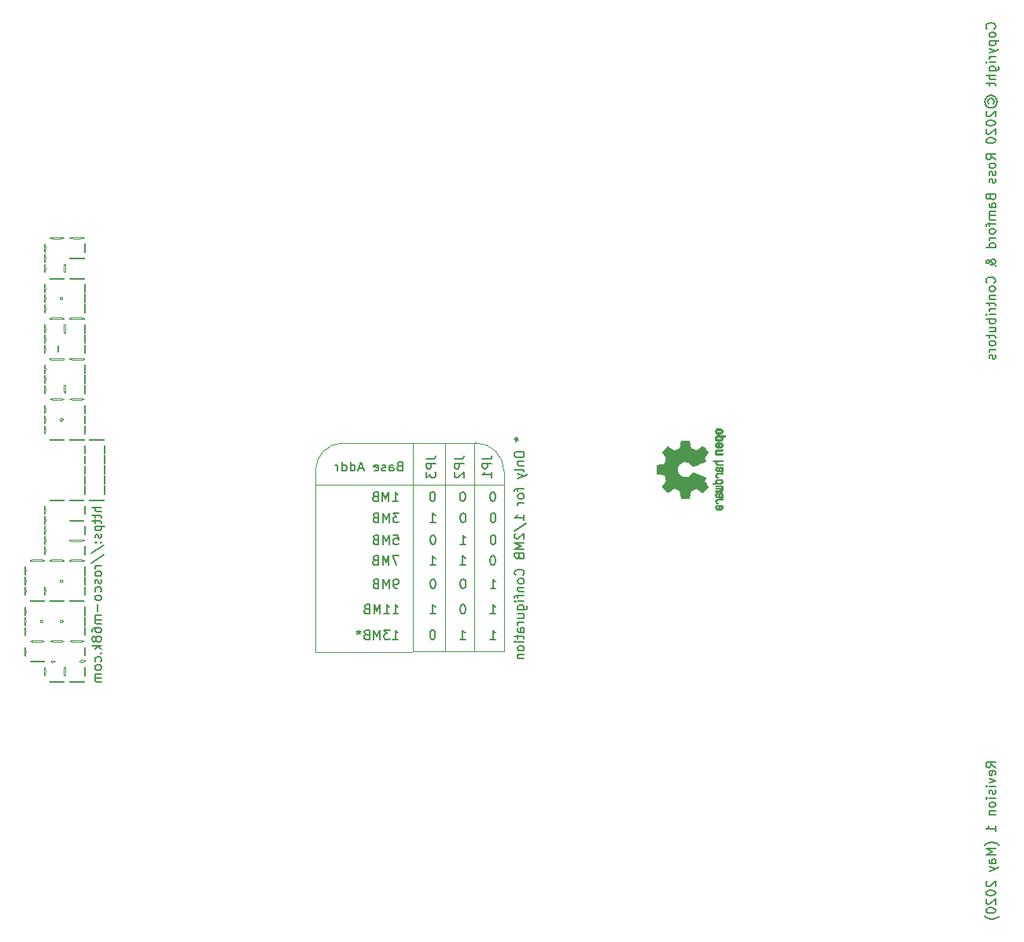
<source format=gbr>
G04 #@! TF.GenerationSoftware,KiCad,Pcbnew,(5.1.5-0-10_14)*
G04 #@! TF.CreationDate,2020-04-29T23:23:07+01:00*
G04 #@! TF.ProjectId,roscram01,726f7363-7261-46d3-9031-2e6b69636164,rev?*
G04 #@! TF.SameCoordinates,Original*
G04 #@! TF.FileFunction,Legend,Bot*
G04 #@! TF.FilePolarity,Positive*
%FSLAX46Y46*%
G04 Gerber Fmt 4.6, Leading zero omitted, Abs format (unit mm)*
G04 Created by KiCad (PCBNEW (5.1.5-0-10_14)) date 2020-04-29 23:23:07*
%MOMM*%
%LPD*%
G04 APERTURE LIST*
%ADD10C,0.150000*%
%ADD11C,0.120000*%
%ADD12C,0.010000*%
%ADD13C,0.012500*%
G04 APERTURE END LIST*
D10*
X105952380Y-88095238D02*
X104952380Y-88095238D01*
X105952380Y-88523809D02*
X105428571Y-88523809D01*
X105333333Y-88476190D01*
X105285714Y-88380952D01*
X105285714Y-88238095D01*
X105333333Y-88142857D01*
X105380952Y-88095238D01*
X105285714Y-88857142D02*
X105285714Y-89238095D01*
X104952380Y-89000000D02*
X105809523Y-89000000D01*
X105904761Y-89047619D01*
X105952380Y-89142857D01*
X105952380Y-89238095D01*
X105285714Y-89428571D02*
X105285714Y-89809523D01*
X104952380Y-89571428D02*
X105809523Y-89571428D01*
X105904761Y-89619047D01*
X105952380Y-89714285D01*
X105952380Y-89809523D01*
X105285714Y-90142857D02*
X106285714Y-90142857D01*
X105333333Y-90142857D02*
X105285714Y-90238095D01*
X105285714Y-90428571D01*
X105333333Y-90523809D01*
X105380952Y-90571428D01*
X105476190Y-90619047D01*
X105761904Y-90619047D01*
X105857142Y-90571428D01*
X105904761Y-90523809D01*
X105952380Y-90428571D01*
X105952380Y-90238095D01*
X105904761Y-90142857D01*
X105904761Y-91000000D02*
X105952380Y-91095238D01*
X105952380Y-91285714D01*
X105904761Y-91380952D01*
X105809523Y-91428571D01*
X105761904Y-91428571D01*
X105666666Y-91380952D01*
X105619047Y-91285714D01*
X105619047Y-91142857D01*
X105571428Y-91047619D01*
X105476190Y-91000000D01*
X105428571Y-91000000D01*
X105333333Y-91047619D01*
X105285714Y-91142857D01*
X105285714Y-91285714D01*
X105333333Y-91380952D01*
X105857142Y-91857142D02*
X105904761Y-91904761D01*
X105952380Y-91857142D01*
X105904761Y-91809523D01*
X105857142Y-91857142D01*
X105952380Y-91857142D01*
X105333333Y-91857142D02*
X105380952Y-91904761D01*
X105428571Y-91857142D01*
X105380952Y-91809523D01*
X105333333Y-91857142D01*
X105428571Y-91857142D01*
X104904761Y-93047619D02*
X106190476Y-92190476D01*
X104904761Y-94095238D02*
X106190476Y-93238095D01*
X105952380Y-94428571D02*
X105285714Y-94428571D01*
X105476190Y-94428571D02*
X105380952Y-94476190D01*
X105333333Y-94523809D01*
X105285714Y-94619047D01*
X105285714Y-94714285D01*
X105952380Y-95190476D02*
X105904761Y-95095238D01*
X105857142Y-95047619D01*
X105761904Y-95000000D01*
X105476190Y-95000000D01*
X105380952Y-95047619D01*
X105333333Y-95095238D01*
X105285714Y-95190476D01*
X105285714Y-95333333D01*
X105333333Y-95428571D01*
X105380952Y-95476190D01*
X105476190Y-95523809D01*
X105761904Y-95523809D01*
X105857142Y-95476190D01*
X105904761Y-95428571D01*
X105952380Y-95333333D01*
X105952380Y-95190476D01*
X105904761Y-95904761D02*
X105952380Y-96000000D01*
X105952380Y-96190476D01*
X105904761Y-96285714D01*
X105809523Y-96333333D01*
X105761904Y-96333333D01*
X105666666Y-96285714D01*
X105619047Y-96190476D01*
X105619047Y-96047619D01*
X105571428Y-95952380D01*
X105476190Y-95904761D01*
X105428571Y-95904761D01*
X105333333Y-95952380D01*
X105285714Y-96047619D01*
X105285714Y-96190476D01*
X105333333Y-96285714D01*
X105904761Y-97190476D02*
X105952380Y-97095238D01*
X105952380Y-96904761D01*
X105904761Y-96809523D01*
X105857142Y-96761904D01*
X105761904Y-96714285D01*
X105476190Y-96714285D01*
X105380952Y-96761904D01*
X105333333Y-96809523D01*
X105285714Y-96904761D01*
X105285714Y-97095238D01*
X105333333Y-97190476D01*
X105952380Y-97761904D02*
X105904761Y-97666666D01*
X105857142Y-97619047D01*
X105761904Y-97571428D01*
X105476190Y-97571428D01*
X105380952Y-97619047D01*
X105333333Y-97666666D01*
X105285714Y-97761904D01*
X105285714Y-97904761D01*
X105333333Y-98000000D01*
X105380952Y-98047619D01*
X105476190Y-98095238D01*
X105761904Y-98095238D01*
X105857142Y-98047619D01*
X105904761Y-98000000D01*
X105952380Y-97904761D01*
X105952380Y-97761904D01*
X105571428Y-98523809D02*
X105571428Y-99285714D01*
X105952380Y-99761904D02*
X105285714Y-99761904D01*
X105380952Y-99761904D02*
X105333333Y-99809523D01*
X105285714Y-99904761D01*
X105285714Y-100047619D01*
X105333333Y-100142857D01*
X105428571Y-100190476D01*
X105952380Y-100190476D01*
X105428571Y-100190476D02*
X105333333Y-100238095D01*
X105285714Y-100333333D01*
X105285714Y-100476190D01*
X105333333Y-100571428D01*
X105428571Y-100619047D01*
X105952380Y-100619047D01*
X104952380Y-101523809D02*
X104952380Y-101333333D01*
X105000000Y-101238095D01*
X105047619Y-101190476D01*
X105190476Y-101095238D01*
X105380952Y-101047619D01*
X105761904Y-101047619D01*
X105857142Y-101095238D01*
X105904761Y-101142857D01*
X105952380Y-101238095D01*
X105952380Y-101428571D01*
X105904761Y-101523809D01*
X105857142Y-101571428D01*
X105761904Y-101619047D01*
X105523809Y-101619047D01*
X105428571Y-101571428D01*
X105380952Y-101523809D01*
X105333333Y-101428571D01*
X105333333Y-101238095D01*
X105380952Y-101142857D01*
X105428571Y-101095238D01*
X105523809Y-101047619D01*
X105380952Y-102190476D02*
X105333333Y-102095238D01*
X105285714Y-102047619D01*
X105190476Y-102000000D01*
X105142857Y-102000000D01*
X105047619Y-102047619D01*
X105000000Y-102095238D01*
X104952380Y-102190476D01*
X104952380Y-102380952D01*
X105000000Y-102476190D01*
X105047619Y-102523809D01*
X105142857Y-102571428D01*
X105190476Y-102571428D01*
X105285714Y-102523809D01*
X105333333Y-102476190D01*
X105380952Y-102380952D01*
X105380952Y-102190476D01*
X105428571Y-102095238D01*
X105476190Y-102047619D01*
X105571428Y-102000000D01*
X105761904Y-102000000D01*
X105857142Y-102047619D01*
X105904761Y-102095238D01*
X105952380Y-102190476D01*
X105952380Y-102380952D01*
X105904761Y-102476190D01*
X105857142Y-102523809D01*
X105761904Y-102571428D01*
X105571428Y-102571428D01*
X105476190Y-102523809D01*
X105428571Y-102476190D01*
X105380952Y-102380952D01*
X105952380Y-103000000D02*
X104952380Y-103000000D01*
X105571428Y-103095238D02*
X105952380Y-103380952D01*
X105285714Y-103380952D02*
X105666666Y-103000000D01*
X105857142Y-103809523D02*
X105904761Y-103857142D01*
X105952380Y-103809523D01*
X105904761Y-103761904D01*
X105857142Y-103809523D01*
X105952380Y-103809523D01*
X105904761Y-104714285D02*
X105952380Y-104619047D01*
X105952380Y-104428571D01*
X105904761Y-104333333D01*
X105857142Y-104285714D01*
X105761904Y-104238095D01*
X105476190Y-104238095D01*
X105380952Y-104285714D01*
X105333333Y-104333333D01*
X105285714Y-104428571D01*
X105285714Y-104619047D01*
X105333333Y-104714285D01*
X105952380Y-105285714D02*
X105904761Y-105190476D01*
X105857142Y-105142857D01*
X105761904Y-105095238D01*
X105476190Y-105095238D01*
X105380952Y-105142857D01*
X105333333Y-105190476D01*
X105285714Y-105285714D01*
X105285714Y-105428571D01*
X105333333Y-105523809D01*
X105380952Y-105571428D01*
X105476190Y-105619047D01*
X105761904Y-105619047D01*
X105857142Y-105571428D01*
X105904761Y-105523809D01*
X105952380Y-105428571D01*
X105952380Y-105285714D01*
X105952380Y-106047619D02*
X105285714Y-106047619D01*
X105380952Y-106047619D02*
X105333333Y-106095238D01*
X105285714Y-106190476D01*
X105285714Y-106333333D01*
X105333333Y-106428571D01*
X105428571Y-106476190D01*
X105952380Y-106476190D01*
X105428571Y-106476190D02*
X105333333Y-106523809D01*
X105285714Y-106619047D01*
X105285714Y-106761904D01*
X105333333Y-106857142D01*
X105428571Y-106904761D01*
X105952380Y-106904761D01*
X202202380Y-116119047D02*
X201726190Y-115785714D01*
X202202380Y-115547619D02*
X201202380Y-115547619D01*
X201202380Y-115928571D01*
X201250000Y-116023809D01*
X201297619Y-116071428D01*
X201392857Y-116119047D01*
X201535714Y-116119047D01*
X201630952Y-116071428D01*
X201678571Y-116023809D01*
X201726190Y-115928571D01*
X201726190Y-115547619D01*
X202154761Y-116928571D02*
X202202380Y-116833333D01*
X202202380Y-116642857D01*
X202154761Y-116547619D01*
X202059523Y-116500000D01*
X201678571Y-116500000D01*
X201583333Y-116547619D01*
X201535714Y-116642857D01*
X201535714Y-116833333D01*
X201583333Y-116928571D01*
X201678571Y-116976190D01*
X201773809Y-116976190D01*
X201869047Y-116500000D01*
X201535714Y-117309523D02*
X202202380Y-117547619D01*
X201535714Y-117785714D01*
X202202380Y-118166666D02*
X201535714Y-118166666D01*
X201202380Y-118166666D02*
X201250000Y-118119047D01*
X201297619Y-118166666D01*
X201250000Y-118214285D01*
X201202380Y-118166666D01*
X201297619Y-118166666D01*
X202154761Y-118595238D02*
X202202380Y-118690476D01*
X202202380Y-118880952D01*
X202154761Y-118976190D01*
X202059523Y-119023809D01*
X202011904Y-119023809D01*
X201916666Y-118976190D01*
X201869047Y-118880952D01*
X201869047Y-118738095D01*
X201821428Y-118642857D01*
X201726190Y-118595238D01*
X201678571Y-118595238D01*
X201583333Y-118642857D01*
X201535714Y-118738095D01*
X201535714Y-118880952D01*
X201583333Y-118976190D01*
X202202380Y-119452380D02*
X201535714Y-119452380D01*
X201202380Y-119452380D02*
X201250000Y-119404761D01*
X201297619Y-119452380D01*
X201250000Y-119499999D01*
X201202380Y-119452380D01*
X201297619Y-119452380D01*
X202202380Y-120071428D02*
X202154761Y-119976190D01*
X202107142Y-119928571D01*
X202011904Y-119880952D01*
X201726190Y-119880952D01*
X201630952Y-119928571D01*
X201583333Y-119976190D01*
X201535714Y-120071428D01*
X201535714Y-120214285D01*
X201583333Y-120309523D01*
X201630952Y-120357142D01*
X201726190Y-120404761D01*
X202011904Y-120404761D01*
X202107142Y-120357142D01*
X202154761Y-120309523D01*
X202202380Y-120214285D01*
X202202380Y-120071428D01*
X201535714Y-120833333D02*
X202202380Y-120833333D01*
X201630952Y-120833333D02*
X201583333Y-120880952D01*
X201535714Y-120976190D01*
X201535714Y-121119047D01*
X201583333Y-121214285D01*
X201678571Y-121261904D01*
X202202380Y-121261904D01*
X202202380Y-123023809D02*
X202202380Y-122452380D01*
X202202380Y-122738095D02*
X201202380Y-122738095D01*
X201345238Y-122642857D01*
X201440476Y-122547619D01*
X201488095Y-122452380D01*
X202583333Y-124499999D02*
X202535714Y-124452380D01*
X202392857Y-124357142D01*
X202297619Y-124309523D01*
X202154761Y-124261904D01*
X201916666Y-124214285D01*
X201726190Y-124214285D01*
X201488095Y-124261904D01*
X201345238Y-124309523D01*
X201250000Y-124357142D01*
X201107142Y-124452380D01*
X201059523Y-124499999D01*
X202202380Y-124880952D02*
X201202380Y-124880952D01*
X201916666Y-125214285D01*
X201202380Y-125547619D01*
X202202380Y-125547619D01*
X202202380Y-126452380D02*
X201678571Y-126452380D01*
X201583333Y-126404761D01*
X201535714Y-126309523D01*
X201535714Y-126119047D01*
X201583333Y-126023809D01*
X202154761Y-126452380D02*
X202202380Y-126357142D01*
X202202380Y-126119047D01*
X202154761Y-126023809D01*
X202059523Y-125976190D01*
X201964285Y-125976190D01*
X201869047Y-126023809D01*
X201821428Y-126119047D01*
X201821428Y-126357142D01*
X201773809Y-126452380D01*
X201535714Y-126833333D02*
X202202380Y-127071428D01*
X201535714Y-127309523D02*
X202202380Y-127071428D01*
X202440476Y-126976190D01*
X202488095Y-126928571D01*
X202535714Y-126833333D01*
X201297619Y-128404761D02*
X201250000Y-128452380D01*
X201202380Y-128547619D01*
X201202380Y-128785714D01*
X201250000Y-128880952D01*
X201297619Y-128928571D01*
X201392857Y-128976190D01*
X201488095Y-128976190D01*
X201630952Y-128928571D01*
X202202380Y-128357142D01*
X202202380Y-128976190D01*
X201202380Y-129595238D02*
X201202380Y-129690476D01*
X201250000Y-129785714D01*
X201297619Y-129833333D01*
X201392857Y-129880952D01*
X201583333Y-129928571D01*
X201821428Y-129928571D01*
X202011904Y-129880952D01*
X202107142Y-129833333D01*
X202154761Y-129785714D01*
X202202380Y-129690476D01*
X202202380Y-129595238D01*
X202154761Y-129499999D01*
X202107142Y-129452380D01*
X202011904Y-129404761D01*
X201821428Y-129357142D01*
X201583333Y-129357142D01*
X201392857Y-129404761D01*
X201297619Y-129452380D01*
X201250000Y-129499999D01*
X201202380Y-129595238D01*
X201297619Y-130309523D02*
X201250000Y-130357142D01*
X201202380Y-130452380D01*
X201202380Y-130690476D01*
X201250000Y-130785714D01*
X201297619Y-130833333D01*
X201392857Y-130880952D01*
X201488095Y-130880952D01*
X201630952Y-130833333D01*
X202202380Y-130261904D01*
X202202380Y-130880952D01*
X201202380Y-131499999D02*
X201202380Y-131595238D01*
X201250000Y-131690476D01*
X201297619Y-131738095D01*
X201392857Y-131785714D01*
X201583333Y-131833333D01*
X201821428Y-131833333D01*
X202011904Y-131785714D01*
X202107142Y-131738095D01*
X202154761Y-131690476D01*
X202202380Y-131595238D01*
X202202380Y-131499999D01*
X202154761Y-131404761D01*
X202107142Y-131357142D01*
X202011904Y-131309523D01*
X201821428Y-131261904D01*
X201583333Y-131261904D01*
X201392857Y-131309523D01*
X201297619Y-131357142D01*
X201250000Y-131404761D01*
X201202380Y-131499999D01*
X202583333Y-132166666D02*
X202535714Y-132214285D01*
X202392857Y-132309523D01*
X202297619Y-132357142D01*
X202154761Y-132404761D01*
X201916666Y-132452380D01*
X201726190Y-132452380D01*
X201488095Y-132404761D01*
X201345238Y-132357142D01*
X201250000Y-132309523D01*
X201107142Y-132214285D01*
X201059523Y-132166666D01*
X202107142Y-36523809D02*
X202154761Y-36476190D01*
X202202380Y-36333333D01*
X202202380Y-36238095D01*
X202154761Y-36095238D01*
X202059523Y-36000000D01*
X201964285Y-35952380D01*
X201773809Y-35904761D01*
X201630952Y-35904761D01*
X201440476Y-35952380D01*
X201345238Y-36000000D01*
X201250000Y-36095238D01*
X201202380Y-36238095D01*
X201202380Y-36333333D01*
X201250000Y-36476190D01*
X201297619Y-36523809D01*
X202202380Y-37095238D02*
X202154761Y-37000000D01*
X202107142Y-36952380D01*
X202011904Y-36904761D01*
X201726190Y-36904761D01*
X201630952Y-36952380D01*
X201583333Y-37000000D01*
X201535714Y-37095238D01*
X201535714Y-37238095D01*
X201583333Y-37333333D01*
X201630952Y-37380952D01*
X201726190Y-37428571D01*
X202011904Y-37428571D01*
X202107142Y-37380952D01*
X202154761Y-37333333D01*
X202202380Y-37238095D01*
X202202380Y-37095238D01*
X201535714Y-37857142D02*
X202535714Y-37857142D01*
X201583333Y-37857142D02*
X201535714Y-37952380D01*
X201535714Y-38142857D01*
X201583333Y-38238095D01*
X201630952Y-38285714D01*
X201726190Y-38333333D01*
X202011904Y-38333333D01*
X202107142Y-38285714D01*
X202154761Y-38238095D01*
X202202380Y-38142857D01*
X202202380Y-37952380D01*
X202154761Y-37857142D01*
X201535714Y-38666666D02*
X202202380Y-38904761D01*
X201535714Y-39142857D02*
X202202380Y-38904761D01*
X202440476Y-38809523D01*
X202488095Y-38761904D01*
X202535714Y-38666666D01*
X202202380Y-39523809D02*
X201535714Y-39523809D01*
X201726190Y-39523809D02*
X201630952Y-39571428D01*
X201583333Y-39619047D01*
X201535714Y-39714285D01*
X201535714Y-39809523D01*
X202202380Y-40142857D02*
X201535714Y-40142857D01*
X201202380Y-40142857D02*
X201250000Y-40095238D01*
X201297619Y-40142857D01*
X201250000Y-40190476D01*
X201202380Y-40142857D01*
X201297619Y-40142857D01*
X201535714Y-41047619D02*
X202345238Y-41047619D01*
X202440476Y-41000000D01*
X202488095Y-40952380D01*
X202535714Y-40857142D01*
X202535714Y-40714285D01*
X202488095Y-40619047D01*
X202154761Y-41047619D02*
X202202380Y-40952380D01*
X202202380Y-40761904D01*
X202154761Y-40666666D01*
X202107142Y-40619047D01*
X202011904Y-40571428D01*
X201726190Y-40571428D01*
X201630952Y-40619047D01*
X201583333Y-40666666D01*
X201535714Y-40761904D01*
X201535714Y-40952380D01*
X201583333Y-41047619D01*
X202202380Y-41523809D02*
X201202380Y-41523809D01*
X202202380Y-41952380D02*
X201678571Y-41952380D01*
X201583333Y-41904761D01*
X201535714Y-41809523D01*
X201535714Y-41666666D01*
X201583333Y-41571428D01*
X201630952Y-41523809D01*
X201535714Y-42285714D02*
X201535714Y-42666666D01*
X201202380Y-42428571D02*
X202059523Y-42428571D01*
X202154761Y-42476190D01*
X202202380Y-42571428D01*
X202202380Y-42666666D01*
X201440476Y-44571428D02*
X201392857Y-44476190D01*
X201392857Y-44285714D01*
X201440476Y-44190476D01*
X201535714Y-44095238D01*
X201630952Y-44047619D01*
X201821428Y-44047619D01*
X201916666Y-44095238D01*
X202011904Y-44190476D01*
X202059523Y-44285714D01*
X202059523Y-44476190D01*
X202011904Y-44571428D01*
X201059523Y-44380952D02*
X201107142Y-44142857D01*
X201250000Y-43904761D01*
X201488095Y-43761904D01*
X201726190Y-43714285D01*
X201964285Y-43761904D01*
X202202380Y-43904761D01*
X202345238Y-44142857D01*
X202392857Y-44380952D01*
X202345238Y-44619047D01*
X202202380Y-44857142D01*
X201964285Y-45000000D01*
X201726190Y-45047619D01*
X201488095Y-45000000D01*
X201250000Y-44857142D01*
X201107142Y-44619047D01*
X201059523Y-44380952D01*
X201297619Y-45428571D02*
X201250000Y-45476190D01*
X201202380Y-45571428D01*
X201202380Y-45809523D01*
X201250000Y-45904761D01*
X201297619Y-45952380D01*
X201392857Y-46000000D01*
X201488095Y-46000000D01*
X201630952Y-45952380D01*
X202202380Y-45380952D01*
X202202380Y-46000000D01*
X201202380Y-46619047D02*
X201202380Y-46714285D01*
X201250000Y-46809523D01*
X201297619Y-46857142D01*
X201392857Y-46904761D01*
X201583333Y-46952380D01*
X201821428Y-46952380D01*
X202011904Y-46904761D01*
X202107142Y-46857142D01*
X202154761Y-46809523D01*
X202202380Y-46714285D01*
X202202380Y-46619047D01*
X202154761Y-46523809D01*
X202107142Y-46476190D01*
X202011904Y-46428571D01*
X201821428Y-46380952D01*
X201583333Y-46380952D01*
X201392857Y-46428571D01*
X201297619Y-46476190D01*
X201250000Y-46523809D01*
X201202380Y-46619047D01*
X201297619Y-47333333D02*
X201250000Y-47380952D01*
X201202380Y-47476190D01*
X201202380Y-47714285D01*
X201250000Y-47809523D01*
X201297619Y-47857142D01*
X201392857Y-47904761D01*
X201488095Y-47904761D01*
X201630952Y-47857142D01*
X202202380Y-47285714D01*
X202202380Y-47904761D01*
X201202380Y-48523809D02*
X201202380Y-48619047D01*
X201250000Y-48714285D01*
X201297619Y-48761904D01*
X201392857Y-48809523D01*
X201583333Y-48857142D01*
X201821428Y-48857142D01*
X202011904Y-48809523D01*
X202107142Y-48761904D01*
X202154761Y-48714285D01*
X202202380Y-48619047D01*
X202202380Y-48523809D01*
X202154761Y-48428571D01*
X202107142Y-48380952D01*
X202011904Y-48333333D01*
X201821428Y-48285714D01*
X201583333Y-48285714D01*
X201392857Y-48333333D01*
X201297619Y-48380952D01*
X201250000Y-48428571D01*
X201202380Y-48523809D01*
X202202380Y-50619047D02*
X201726190Y-50285714D01*
X202202380Y-50047619D02*
X201202380Y-50047619D01*
X201202380Y-50428571D01*
X201250000Y-50523809D01*
X201297619Y-50571428D01*
X201392857Y-50619047D01*
X201535714Y-50619047D01*
X201630952Y-50571428D01*
X201678571Y-50523809D01*
X201726190Y-50428571D01*
X201726190Y-50047619D01*
X202202380Y-51190476D02*
X202154761Y-51095238D01*
X202107142Y-51047619D01*
X202011904Y-51000000D01*
X201726190Y-51000000D01*
X201630952Y-51047619D01*
X201583333Y-51095238D01*
X201535714Y-51190476D01*
X201535714Y-51333333D01*
X201583333Y-51428571D01*
X201630952Y-51476190D01*
X201726190Y-51523809D01*
X202011904Y-51523809D01*
X202107142Y-51476190D01*
X202154761Y-51428571D01*
X202202380Y-51333333D01*
X202202380Y-51190476D01*
X202154761Y-51904761D02*
X202202380Y-52000000D01*
X202202380Y-52190476D01*
X202154761Y-52285714D01*
X202059523Y-52333333D01*
X202011904Y-52333333D01*
X201916666Y-52285714D01*
X201869047Y-52190476D01*
X201869047Y-52047619D01*
X201821428Y-51952380D01*
X201726190Y-51904761D01*
X201678571Y-51904761D01*
X201583333Y-51952380D01*
X201535714Y-52047619D01*
X201535714Y-52190476D01*
X201583333Y-52285714D01*
X202154761Y-52714285D02*
X202202380Y-52809523D01*
X202202380Y-53000000D01*
X202154761Y-53095238D01*
X202059523Y-53142857D01*
X202011904Y-53142857D01*
X201916666Y-53095238D01*
X201869047Y-53000000D01*
X201869047Y-52857142D01*
X201821428Y-52761904D01*
X201726190Y-52714285D01*
X201678571Y-52714285D01*
X201583333Y-52761904D01*
X201535714Y-52857142D01*
X201535714Y-53000000D01*
X201583333Y-53095238D01*
X201678571Y-54666666D02*
X201726190Y-54809523D01*
X201773809Y-54857142D01*
X201869047Y-54904761D01*
X202011904Y-54904761D01*
X202107142Y-54857142D01*
X202154761Y-54809523D01*
X202202380Y-54714285D01*
X202202380Y-54333333D01*
X201202380Y-54333333D01*
X201202380Y-54666666D01*
X201250000Y-54761904D01*
X201297619Y-54809523D01*
X201392857Y-54857142D01*
X201488095Y-54857142D01*
X201583333Y-54809523D01*
X201630952Y-54761904D01*
X201678571Y-54666666D01*
X201678571Y-54333333D01*
X202202380Y-55761904D02*
X201678571Y-55761904D01*
X201583333Y-55714285D01*
X201535714Y-55619047D01*
X201535714Y-55428571D01*
X201583333Y-55333333D01*
X202154761Y-55761904D02*
X202202380Y-55666666D01*
X202202380Y-55428571D01*
X202154761Y-55333333D01*
X202059523Y-55285714D01*
X201964285Y-55285714D01*
X201869047Y-55333333D01*
X201821428Y-55428571D01*
X201821428Y-55666666D01*
X201773809Y-55761904D01*
X202202380Y-56238095D02*
X201535714Y-56238095D01*
X201630952Y-56238095D02*
X201583333Y-56285714D01*
X201535714Y-56380952D01*
X201535714Y-56523809D01*
X201583333Y-56619047D01*
X201678571Y-56666666D01*
X202202380Y-56666666D01*
X201678571Y-56666666D02*
X201583333Y-56714285D01*
X201535714Y-56809523D01*
X201535714Y-56952380D01*
X201583333Y-57047619D01*
X201678571Y-57095238D01*
X202202380Y-57095238D01*
X201535714Y-57428571D02*
X201535714Y-57809523D01*
X202202380Y-57571428D02*
X201345238Y-57571428D01*
X201250000Y-57619047D01*
X201202380Y-57714285D01*
X201202380Y-57809523D01*
X202202380Y-58285714D02*
X202154761Y-58190476D01*
X202107142Y-58142857D01*
X202011904Y-58095238D01*
X201726190Y-58095238D01*
X201630952Y-58142857D01*
X201583333Y-58190476D01*
X201535714Y-58285714D01*
X201535714Y-58428571D01*
X201583333Y-58523809D01*
X201630952Y-58571428D01*
X201726190Y-58619047D01*
X202011904Y-58619047D01*
X202107142Y-58571428D01*
X202154761Y-58523809D01*
X202202380Y-58428571D01*
X202202380Y-58285714D01*
X202202380Y-59047619D02*
X201535714Y-59047619D01*
X201726190Y-59047619D02*
X201630952Y-59095238D01*
X201583333Y-59142857D01*
X201535714Y-59238095D01*
X201535714Y-59333333D01*
X202202380Y-60095238D02*
X201202380Y-60095238D01*
X202154761Y-60095238D02*
X202202380Y-60000000D01*
X202202380Y-59809523D01*
X202154761Y-59714285D01*
X202107142Y-59666666D01*
X202011904Y-59619047D01*
X201726190Y-59619047D01*
X201630952Y-59666666D01*
X201583333Y-59714285D01*
X201535714Y-59809523D01*
X201535714Y-60000000D01*
X201583333Y-60095238D01*
X202202380Y-62142857D02*
X202202380Y-62095238D01*
X202154761Y-62000000D01*
X202011904Y-61857142D01*
X201726190Y-61619047D01*
X201583333Y-61523809D01*
X201440476Y-61476190D01*
X201345238Y-61476190D01*
X201250000Y-61523809D01*
X201202380Y-61619047D01*
X201202380Y-61666666D01*
X201250000Y-61761904D01*
X201345238Y-61809523D01*
X201392857Y-61809523D01*
X201488095Y-61761904D01*
X201535714Y-61714285D01*
X201726190Y-61428571D01*
X201773809Y-61380952D01*
X201869047Y-61333333D01*
X202011904Y-61333333D01*
X202107142Y-61380952D01*
X202154761Y-61428571D01*
X202202380Y-61523809D01*
X202202380Y-61666666D01*
X202154761Y-61761904D01*
X202107142Y-61809523D01*
X201916666Y-61952380D01*
X201773809Y-62000000D01*
X201678571Y-62000000D01*
X202107142Y-63904761D02*
X202154761Y-63857142D01*
X202202380Y-63714285D01*
X202202380Y-63619047D01*
X202154761Y-63476190D01*
X202059523Y-63380952D01*
X201964285Y-63333333D01*
X201773809Y-63285714D01*
X201630952Y-63285714D01*
X201440476Y-63333333D01*
X201345238Y-63380952D01*
X201250000Y-63476190D01*
X201202380Y-63619047D01*
X201202380Y-63714285D01*
X201250000Y-63857142D01*
X201297619Y-63904761D01*
X202202380Y-64476190D02*
X202154761Y-64380952D01*
X202107142Y-64333333D01*
X202011904Y-64285714D01*
X201726190Y-64285714D01*
X201630952Y-64333333D01*
X201583333Y-64380952D01*
X201535714Y-64476190D01*
X201535714Y-64619047D01*
X201583333Y-64714285D01*
X201630952Y-64761904D01*
X201726190Y-64809523D01*
X202011904Y-64809523D01*
X202107142Y-64761904D01*
X202154761Y-64714285D01*
X202202380Y-64619047D01*
X202202380Y-64476190D01*
X201535714Y-65238095D02*
X202202380Y-65238095D01*
X201630952Y-65238095D02*
X201583333Y-65285714D01*
X201535714Y-65380952D01*
X201535714Y-65523809D01*
X201583333Y-65619047D01*
X201678571Y-65666666D01*
X202202380Y-65666666D01*
X201535714Y-66000000D02*
X201535714Y-66380952D01*
X201202380Y-66142857D02*
X202059523Y-66142857D01*
X202154761Y-66190476D01*
X202202380Y-66285714D01*
X202202380Y-66380952D01*
X202202380Y-66714285D02*
X201535714Y-66714285D01*
X201726190Y-66714285D02*
X201630952Y-66761904D01*
X201583333Y-66809523D01*
X201535714Y-66904761D01*
X201535714Y-67000000D01*
X202202380Y-67333333D02*
X201535714Y-67333333D01*
X201202380Y-67333333D02*
X201250000Y-67285714D01*
X201297619Y-67333333D01*
X201250000Y-67380952D01*
X201202380Y-67333333D01*
X201297619Y-67333333D01*
X202202380Y-67809523D02*
X201202380Y-67809523D01*
X201583333Y-67809523D02*
X201535714Y-67904761D01*
X201535714Y-68095238D01*
X201583333Y-68190476D01*
X201630952Y-68238095D01*
X201726190Y-68285714D01*
X202011904Y-68285714D01*
X202107142Y-68238095D01*
X202154761Y-68190476D01*
X202202380Y-68095238D01*
X202202380Y-67904761D01*
X202154761Y-67809523D01*
X201535714Y-69142857D02*
X202202380Y-69142857D01*
X201535714Y-68714285D02*
X202059523Y-68714285D01*
X202154761Y-68761904D01*
X202202380Y-68857142D01*
X202202380Y-69000000D01*
X202154761Y-69095238D01*
X202107142Y-69142857D01*
X201535714Y-69476190D02*
X201535714Y-69857142D01*
X201202380Y-69619047D02*
X202059523Y-69619047D01*
X202154761Y-69666666D01*
X202202380Y-69761904D01*
X202202380Y-69857142D01*
X202202380Y-70333333D02*
X202154761Y-70238095D01*
X202107142Y-70190476D01*
X202011904Y-70142857D01*
X201726190Y-70142857D01*
X201630952Y-70190476D01*
X201583333Y-70238095D01*
X201535714Y-70333333D01*
X201535714Y-70476190D01*
X201583333Y-70571428D01*
X201630952Y-70619047D01*
X201726190Y-70666666D01*
X202011904Y-70666666D01*
X202107142Y-70619047D01*
X202154761Y-70571428D01*
X202202380Y-70476190D01*
X202202380Y-70333333D01*
X202202380Y-71095238D02*
X201535714Y-71095238D01*
X201726190Y-71095238D02*
X201630952Y-71142857D01*
X201583333Y-71190476D01*
X201535714Y-71285714D01*
X201535714Y-71380952D01*
X202154761Y-71666666D02*
X202202380Y-71761904D01*
X202202380Y-71952380D01*
X202154761Y-72047619D01*
X202059523Y-72095238D01*
X202011904Y-72095238D01*
X201916666Y-72047619D01*
X201869047Y-71952380D01*
X201869047Y-71809523D01*
X201821428Y-71714285D01*
X201726190Y-71666666D01*
X201678571Y-71666666D01*
X201583333Y-71714285D01*
X201535714Y-71809523D01*
X201535714Y-71952380D01*
X201583333Y-72047619D01*
D11*
X149310000Y-85000000D02*
X149310000Y-87540000D01*
X149310000Y-85635000D02*
X128990000Y-85635000D01*
X146135000Y-81190000D02*
X146135000Y-89445000D01*
X142960000Y-81190000D02*
X142960000Y-88810000D01*
X139531000Y-81190000D02*
X139531000Y-88683000D01*
X149304920Y-87565400D02*
X149304920Y-102139920D01*
X147913000Y-103613120D02*
X130869600Y-103663920D01*
X130869600Y-103663920D02*
X130320960Y-103663920D01*
X128995080Y-88810000D02*
X128995080Y-101164560D01*
X139531000Y-88708400D02*
X139531000Y-103602960D01*
X142954920Y-88774440D02*
X142954920Y-103542000D01*
X146124840Y-89409440D02*
X146124840Y-103542000D01*
X149304920Y-84222760D02*
G75*
G03X146241680Y-81159520I-3063240J0D01*
G01*
X131966880Y-81164600D02*
G75*
G03X129020480Y-84111000I0J-2946400D01*
G01*
X129010320Y-84161800D02*
X128995080Y-88825240D01*
X146241680Y-81164600D02*
X131982120Y-81164600D01*
X149304920Y-84248160D02*
X149304920Y-85101600D01*
X149310000Y-102185640D02*
X149310000Y-103567400D01*
X147897760Y-103608040D02*
X149310000Y-103608040D01*
X128990000Y-101169640D02*
X129010320Y-103689320D01*
X130305720Y-103669000D02*
X129010320Y-103669000D01*
D12*
G36*
X172001148Y-80768886D02*
G01*
X172038370Y-80843539D01*
X172106904Y-80909431D01*
X172132291Y-80927577D01*
X172165509Y-80947345D01*
X172201588Y-80960172D01*
X172249741Y-80967510D01*
X172319179Y-80970813D01*
X172410849Y-80971538D01*
X172536473Y-80968263D01*
X172630797Y-80956877D01*
X172701166Y-80935041D01*
X172754929Y-80900419D01*
X172799431Y-80850670D01*
X172802066Y-80847014D01*
X172829020Y-80797985D01*
X172842355Y-80738945D01*
X172845643Y-80663859D01*
X172845643Y-80541795D01*
X172964140Y-80541744D01*
X173030135Y-80540608D01*
X173068845Y-80533686D01*
X173092062Y-80515598D01*
X173111576Y-80480962D01*
X173115563Y-80472645D01*
X173134246Y-80433720D01*
X173146046Y-80403583D01*
X173147065Y-80381174D01*
X173133404Y-80365433D01*
X173101165Y-80355302D01*
X173046447Y-80349723D01*
X172965354Y-80347635D01*
X172853987Y-80347981D01*
X172708445Y-80349700D01*
X172664912Y-80350237D01*
X172514848Y-80352172D01*
X172416685Y-80353904D01*
X172416685Y-80541692D01*
X172500007Y-80542748D01*
X172554523Y-80547438D01*
X172590480Y-80558051D01*
X172618125Y-80576872D01*
X172631608Y-80589650D01*
X172671060Y-80641890D01*
X172674271Y-80688142D01*
X172641692Y-80735867D01*
X172640489Y-80737077D01*
X172615311Y-80756494D01*
X172581090Y-80768307D01*
X172528391Y-80774265D01*
X172447774Y-80776120D01*
X172429914Y-80776154D01*
X172318818Y-80771670D01*
X172241804Y-80757074D01*
X172194790Y-80730650D01*
X172173693Y-80690683D01*
X172171566Y-80667584D01*
X172181543Y-80612762D01*
X172214395Y-80575158D01*
X172274500Y-80552523D01*
X172366241Y-80542606D01*
X172416685Y-80541692D01*
X172416685Y-80353904D01*
X172398703Y-80354222D01*
X172311322Y-80356873D01*
X172247548Y-80360606D01*
X172202225Y-80365907D01*
X172170198Y-80373258D01*
X172146311Y-80383143D01*
X172125407Y-80396046D01*
X172117541Y-80401579D01*
X172043238Y-80474969D01*
X172001110Y-80567760D01*
X171989365Y-80675096D01*
X172001148Y-80768886D01*
G37*
X172001148Y-80768886D02*
X172038370Y-80843539D01*
X172106904Y-80909431D01*
X172132291Y-80927577D01*
X172165509Y-80947345D01*
X172201588Y-80960172D01*
X172249741Y-80967510D01*
X172319179Y-80970813D01*
X172410849Y-80971538D01*
X172536473Y-80968263D01*
X172630797Y-80956877D01*
X172701166Y-80935041D01*
X172754929Y-80900419D01*
X172799431Y-80850670D01*
X172802066Y-80847014D01*
X172829020Y-80797985D01*
X172842355Y-80738945D01*
X172845643Y-80663859D01*
X172845643Y-80541795D01*
X172964140Y-80541744D01*
X173030135Y-80540608D01*
X173068845Y-80533686D01*
X173092062Y-80515598D01*
X173111576Y-80480962D01*
X173115563Y-80472645D01*
X173134246Y-80433720D01*
X173146046Y-80403583D01*
X173147065Y-80381174D01*
X173133404Y-80365433D01*
X173101165Y-80355302D01*
X173046447Y-80349723D01*
X172965354Y-80347635D01*
X172853987Y-80347981D01*
X172708445Y-80349700D01*
X172664912Y-80350237D01*
X172514848Y-80352172D01*
X172416685Y-80353904D01*
X172416685Y-80541692D01*
X172500007Y-80542748D01*
X172554523Y-80547438D01*
X172590480Y-80558051D01*
X172618125Y-80576872D01*
X172631608Y-80589650D01*
X172671060Y-80641890D01*
X172674271Y-80688142D01*
X172641692Y-80735867D01*
X172640489Y-80737077D01*
X172615311Y-80756494D01*
X172581090Y-80768307D01*
X172528391Y-80774265D01*
X172447774Y-80776120D01*
X172429914Y-80776154D01*
X172318818Y-80771670D01*
X172241804Y-80757074D01*
X172194790Y-80730650D01*
X172173693Y-80690683D01*
X172171566Y-80667584D01*
X172181543Y-80612762D01*
X172214395Y-80575158D01*
X172274500Y-80552523D01*
X172366241Y-80542606D01*
X172416685Y-80541692D01*
X172416685Y-80353904D01*
X172398703Y-80354222D01*
X172311322Y-80356873D01*
X172247548Y-80360606D01*
X172202225Y-80365907D01*
X172170198Y-80373258D01*
X172146311Y-80383143D01*
X172125407Y-80396046D01*
X172117541Y-80401579D01*
X172043238Y-80474969D01*
X172001110Y-80567760D01*
X171989365Y-80675096D01*
X172001148Y-80768886D01*
G36*
X172011732Y-82271664D02*
G01*
X172048001Y-82334367D01*
X172084001Y-82377961D01*
X172121718Y-82409845D01*
X172167842Y-82431810D01*
X172229064Y-82445649D01*
X172312074Y-82453153D01*
X172423562Y-82456117D01*
X172503705Y-82456461D01*
X172798708Y-82456461D01*
X172873158Y-82290385D01*
X172550045Y-82280615D01*
X172429372Y-82276579D01*
X172341784Y-82272344D01*
X172281293Y-82267097D01*
X172241911Y-82260025D01*
X172217650Y-82250311D01*
X172202523Y-82237144D01*
X172199249Y-82232919D01*
X172173677Y-82168909D01*
X172183796Y-82104208D01*
X172210643Y-82065692D01*
X172229667Y-82050025D01*
X172254631Y-82039180D01*
X172292477Y-82032288D01*
X172350145Y-82028479D01*
X172434578Y-82026883D01*
X172522571Y-82026615D01*
X172632966Y-82026563D01*
X172711106Y-82024672D01*
X172763808Y-82018345D01*
X172797885Y-82004983D01*
X172820154Y-81981985D01*
X172837430Y-81946754D01*
X172855381Y-81899697D01*
X172874921Y-81848303D01*
X172528128Y-81854421D01*
X172403111Y-81856884D01*
X172310725Y-81859767D01*
X172244524Y-81863898D01*
X172198063Y-81870107D01*
X172164899Y-81879226D01*
X172138587Y-81892083D01*
X172115372Y-81907584D01*
X172041212Y-81982371D01*
X171998327Y-82073628D01*
X171988055Y-82172883D01*
X172011732Y-82271664D01*
G37*
X172011732Y-82271664D02*
X172048001Y-82334367D01*
X172084001Y-82377961D01*
X172121718Y-82409845D01*
X172167842Y-82431810D01*
X172229064Y-82445649D01*
X172312074Y-82453153D01*
X172423562Y-82456117D01*
X172503705Y-82456461D01*
X172798708Y-82456461D01*
X172873158Y-82290385D01*
X172550045Y-82280615D01*
X172429372Y-82276579D01*
X172341784Y-82272344D01*
X172281293Y-82267097D01*
X172241911Y-82260025D01*
X172217650Y-82250311D01*
X172202523Y-82237144D01*
X172199249Y-82232919D01*
X172173677Y-82168909D01*
X172183796Y-82104208D01*
X172210643Y-82065692D01*
X172229667Y-82050025D01*
X172254631Y-82039180D01*
X172292477Y-82032288D01*
X172350145Y-82028479D01*
X172434578Y-82026883D01*
X172522571Y-82026615D01*
X172632966Y-82026563D01*
X172711106Y-82024672D01*
X172763808Y-82018345D01*
X172797885Y-82004983D01*
X172820154Y-81981985D01*
X172837430Y-81946754D01*
X172855381Y-81899697D01*
X172874921Y-81848303D01*
X172528128Y-81854421D01*
X172403111Y-81856884D01*
X172310725Y-81859767D01*
X172244524Y-81863898D01*
X172198063Y-81870107D01*
X172164899Y-81879226D01*
X172138587Y-81892083D01*
X172115372Y-81907584D01*
X172041212Y-81982371D01*
X171998327Y-82073628D01*
X171988055Y-82172883D01*
X172011732Y-82271664D01*
G36*
X172003899Y-80016886D02*
G01*
X172052052Y-80108464D01*
X172129548Y-80176049D01*
X172179370Y-80200057D01*
X172254176Y-80218738D01*
X172348695Y-80228301D01*
X172451853Y-80229208D01*
X172552578Y-80221921D01*
X172639796Y-80206903D01*
X172702434Y-80184615D01*
X172713222Y-80177765D01*
X172793748Y-80096632D01*
X172841979Y-80000266D01*
X172856093Y-79895701D01*
X172834272Y-79789968D01*
X172821190Y-79760543D01*
X172780874Y-79703241D01*
X172727418Y-79652950D01*
X172720638Y-79648197D01*
X172687964Y-79628878D01*
X172653037Y-79616108D01*
X172607057Y-79608564D01*
X172541227Y-79604924D01*
X172446748Y-79603865D01*
X172425566Y-79603846D01*
X172418825Y-79603894D01*
X172418825Y-79799231D01*
X172507992Y-79800368D01*
X172567163Y-79804841D01*
X172605384Y-79814246D01*
X172631696Y-79830176D01*
X172640489Y-79838308D01*
X172673904Y-79885058D01*
X172672380Y-79930447D01*
X172643395Y-79976340D01*
X172612452Y-80003712D01*
X172567286Y-80019923D01*
X172496063Y-80029026D01*
X172487757Y-80029651D01*
X172358680Y-80031204D01*
X172262815Y-80014965D01*
X172200750Y-79981152D01*
X172173075Y-79929984D01*
X172171566Y-79911720D01*
X172179156Y-79863760D01*
X172205451Y-79830953D01*
X172255738Y-79810895D01*
X172335307Y-79801178D01*
X172418825Y-79799231D01*
X172418825Y-79603894D01*
X172324892Y-79604574D01*
X172254549Y-79607629D01*
X172205806Y-79614322D01*
X172169931Y-79625960D01*
X172138191Y-79643853D01*
X172132291Y-79647808D01*
X172052747Y-79714267D01*
X172006572Y-79786685D01*
X171988242Y-79874849D01*
X171987346Y-79904787D01*
X172003899Y-80016886D01*
G37*
X172003899Y-80016886D02*
X172052052Y-80108464D01*
X172129548Y-80176049D01*
X172179370Y-80200057D01*
X172254176Y-80218738D01*
X172348695Y-80228301D01*
X172451853Y-80229208D01*
X172552578Y-80221921D01*
X172639796Y-80206903D01*
X172702434Y-80184615D01*
X172713222Y-80177765D01*
X172793748Y-80096632D01*
X172841979Y-80000266D01*
X172856093Y-79895701D01*
X172834272Y-79789968D01*
X172821190Y-79760543D01*
X172780874Y-79703241D01*
X172727418Y-79652950D01*
X172720638Y-79648197D01*
X172687964Y-79628878D01*
X172653037Y-79616108D01*
X172607057Y-79608564D01*
X172541227Y-79604924D01*
X172446748Y-79603865D01*
X172425566Y-79603846D01*
X172418825Y-79603894D01*
X172418825Y-79799231D01*
X172507992Y-79800368D01*
X172567163Y-79804841D01*
X172605384Y-79814246D01*
X172631696Y-79830176D01*
X172640489Y-79838308D01*
X172673904Y-79885058D01*
X172672380Y-79930447D01*
X172643395Y-79976340D01*
X172612452Y-80003712D01*
X172567286Y-80019923D01*
X172496063Y-80029026D01*
X172487757Y-80029651D01*
X172358680Y-80031204D01*
X172262815Y-80014965D01*
X172200750Y-79981152D01*
X172173075Y-79929984D01*
X172171566Y-79911720D01*
X172179156Y-79863760D01*
X172205451Y-79830953D01*
X172255738Y-79810895D01*
X172335307Y-79801178D01*
X172418825Y-79799231D01*
X172418825Y-79603894D01*
X172324892Y-79604574D01*
X172254549Y-79607629D01*
X172205806Y-79614322D01*
X172169931Y-79625960D01*
X172138191Y-79643853D01*
X172132291Y-79647808D01*
X172052747Y-79714267D01*
X172006572Y-79786685D01*
X171988242Y-79874849D01*
X171987346Y-79904787D01*
X172003899Y-80016886D01*
G36*
X172016388Y-81534254D02*
G01*
X172068210Y-81611286D01*
X172143055Y-81670816D01*
X172238297Y-81706378D01*
X172308399Y-81713571D01*
X172337652Y-81712754D01*
X172360050Y-81705914D01*
X172380117Y-81687112D01*
X172402376Y-81650408D01*
X172431352Y-81589862D01*
X172471570Y-81499534D01*
X172471772Y-81499077D01*
X172509853Y-81415933D01*
X172543668Y-81347753D01*
X172569576Y-81301505D01*
X172583938Y-81284158D01*
X172584054Y-81284154D01*
X172615328Y-81299443D01*
X172649800Y-81335196D01*
X172674633Y-81376242D01*
X172679566Y-81397037D01*
X172662505Y-81453770D01*
X172619776Y-81502627D01*
X172572798Y-81526465D01*
X172538165Y-81549397D01*
X172498724Y-81594318D01*
X172464652Y-81647123D01*
X172446123Y-81693710D01*
X172445105Y-81703452D01*
X172461858Y-81714418D01*
X172504682Y-81715079D01*
X172562424Y-81707020D01*
X172623932Y-81691827D01*
X172678052Y-81671086D01*
X172680153Y-81670038D01*
X172767303Y-81607621D01*
X172826582Y-81526726D01*
X172855677Y-81434856D01*
X172852277Y-81339513D01*
X172814071Y-81248198D01*
X172811384Y-81244138D01*
X172746285Y-81172306D01*
X172661348Y-81125073D01*
X172549664Y-81098934D01*
X172518286Y-81095426D01*
X172370179Y-81089213D01*
X172301111Y-81096661D01*
X172301111Y-81284154D01*
X172344195Y-81286590D01*
X172356769Y-81299914D01*
X172347362Y-81333132D01*
X172325126Y-81385494D01*
X172297253Y-81444024D01*
X172296515Y-81445479D01*
X172270420Y-81495089D01*
X172253006Y-81515000D01*
X172234750Y-81510090D01*
X172210763Y-81489416D01*
X172176049Y-81436819D01*
X172173499Y-81380177D01*
X172198762Y-81329369D01*
X172247490Y-81294276D01*
X172301111Y-81284154D01*
X172301111Y-81096661D01*
X172251679Y-81101992D01*
X172157698Y-81134778D01*
X172091858Y-81180421D01*
X172025324Y-81262802D01*
X171992319Y-81353546D01*
X171990216Y-81446185D01*
X172016388Y-81534254D01*
G37*
X172016388Y-81534254D02*
X172068210Y-81611286D01*
X172143055Y-81670816D01*
X172238297Y-81706378D01*
X172308399Y-81713571D01*
X172337652Y-81712754D01*
X172360050Y-81705914D01*
X172380117Y-81687112D01*
X172402376Y-81650408D01*
X172431352Y-81589862D01*
X172471570Y-81499534D01*
X172471772Y-81499077D01*
X172509853Y-81415933D01*
X172543668Y-81347753D01*
X172569576Y-81301505D01*
X172583938Y-81284158D01*
X172584054Y-81284154D01*
X172615328Y-81299443D01*
X172649800Y-81335196D01*
X172674633Y-81376242D01*
X172679566Y-81397037D01*
X172662505Y-81453770D01*
X172619776Y-81502627D01*
X172572798Y-81526465D01*
X172538165Y-81549397D01*
X172498724Y-81594318D01*
X172464652Y-81647123D01*
X172446123Y-81693710D01*
X172445105Y-81703452D01*
X172461858Y-81714418D01*
X172504682Y-81715079D01*
X172562424Y-81707020D01*
X172623932Y-81691827D01*
X172678052Y-81671086D01*
X172680153Y-81670038D01*
X172767303Y-81607621D01*
X172826582Y-81526726D01*
X172855677Y-81434856D01*
X172852277Y-81339513D01*
X172814071Y-81248198D01*
X172811384Y-81244138D01*
X172746285Y-81172306D01*
X172661348Y-81125073D01*
X172549664Y-81098934D01*
X172518286Y-81095426D01*
X172370179Y-81089213D01*
X172301111Y-81096661D01*
X172301111Y-81284154D01*
X172344195Y-81286590D01*
X172356769Y-81299914D01*
X172347362Y-81333132D01*
X172325126Y-81385494D01*
X172297253Y-81444024D01*
X172296515Y-81445479D01*
X172270420Y-81495089D01*
X172253006Y-81515000D01*
X172234750Y-81510090D01*
X172210763Y-81489416D01*
X172176049Y-81436819D01*
X172173499Y-81380177D01*
X172198762Y-81329369D01*
X172247490Y-81294276D01*
X172301111Y-81284154D01*
X172301111Y-81096661D01*
X172251679Y-81101992D01*
X172157698Y-81134778D01*
X172091858Y-81180421D01*
X172025324Y-81262802D01*
X171992319Y-81353546D01*
X171990216Y-81446185D01*
X172016388Y-81534254D01*
G36*
X171908763Y-83159846D02*
G01*
X171988623Y-83165572D01*
X172035682Y-83172149D01*
X172056209Y-83181262D01*
X172056472Y-83194598D01*
X172054021Y-83198923D01*
X172036279Y-83256444D01*
X172037315Y-83331268D01*
X172055553Y-83407339D01*
X172079148Y-83454918D01*
X172116841Y-83503702D01*
X172159498Y-83539364D01*
X172213700Y-83563845D01*
X172286027Y-83579087D01*
X172383062Y-83587030D01*
X172511385Y-83589616D01*
X172536001Y-83589662D01*
X172812513Y-83589692D01*
X172833963Y-83528161D01*
X172848555Y-83484459D01*
X172855349Y-83460482D01*
X172855412Y-83459777D01*
X172836988Y-83457415D01*
X172786169Y-83455406D01*
X172709636Y-83453901D01*
X172614073Y-83453053D01*
X172555972Y-83452923D01*
X172441414Y-83452651D01*
X172359310Y-83451252D01*
X172303036Y-83447849D01*
X172265969Y-83441567D01*
X172241487Y-83431529D01*
X172222968Y-83416861D01*
X172214049Y-83407702D01*
X172178109Y-83344789D01*
X172175418Y-83276136D01*
X172205813Y-83213848D01*
X172216787Y-83202329D01*
X172237422Y-83185433D01*
X172261899Y-83173714D01*
X172297290Y-83166233D01*
X172350669Y-83162054D01*
X172429109Y-83160237D01*
X172537260Y-83159846D01*
X172812513Y-83159846D01*
X172833963Y-83098315D01*
X172848555Y-83054613D01*
X172855349Y-83030636D01*
X172855412Y-83029930D01*
X172836712Y-83028126D01*
X172783965Y-83026500D01*
X172702200Y-83025117D01*
X172596448Y-83024042D01*
X172471737Y-83023340D01*
X172333098Y-83023077D01*
X171798449Y-83023077D01*
X171744879Y-83150077D01*
X171908763Y-83159846D01*
G37*
X171908763Y-83159846D02*
X171988623Y-83165572D01*
X172035682Y-83172149D01*
X172056209Y-83181262D01*
X172056472Y-83194598D01*
X172054021Y-83198923D01*
X172036279Y-83256444D01*
X172037315Y-83331268D01*
X172055553Y-83407339D01*
X172079148Y-83454918D01*
X172116841Y-83503702D01*
X172159498Y-83539364D01*
X172213700Y-83563845D01*
X172286027Y-83579087D01*
X172383062Y-83587030D01*
X172511385Y-83589616D01*
X172536001Y-83589662D01*
X172812513Y-83589692D01*
X172833963Y-83528161D01*
X172848555Y-83484459D01*
X172855349Y-83460482D01*
X172855412Y-83459777D01*
X172836988Y-83457415D01*
X172786169Y-83455406D01*
X172709636Y-83453901D01*
X172614073Y-83453053D01*
X172555972Y-83452923D01*
X172441414Y-83452651D01*
X172359310Y-83451252D01*
X172303036Y-83447849D01*
X172265969Y-83441567D01*
X172241487Y-83431529D01*
X172222968Y-83416861D01*
X172214049Y-83407702D01*
X172178109Y-83344789D01*
X172175418Y-83276136D01*
X172205813Y-83213848D01*
X172216787Y-83202329D01*
X172237422Y-83185433D01*
X172261899Y-83173714D01*
X172297290Y-83166233D01*
X172350669Y-83162054D01*
X172429109Y-83160237D01*
X172537260Y-83159846D01*
X172812513Y-83159846D01*
X172833963Y-83098315D01*
X172848555Y-83054613D01*
X172855349Y-83030636D01*
X172855412Y-83029930D01*
X172836712Y-83028126D01*
X172783965Y-83026500D01*
X172702200Y-83025117D01*
X172596448Y-83024042D01*
X172471737Y-83023340D01*
X172333098Y-83023077D01*
X171798449Y-83023077D01*
X171744879Y-83150077D01*
X171908763Y-83159846D01*
G36*
X172042946Y-84053501D02*
G01*
X172071376Y-84130060D01*
X172071922Y-84130936D01*
X172106770Y-84178285D01*
X172147495Y-84213241D01*
X172200568Y-84237825D01*
X172272457Y-84254062D01*
X172369635Y-84263975D01*
X172498571Y-84269586D01*
X172516941Y-84270077D01*
X172793930Y-84277141D01*
X172824671Y-84217695D01*
X172845445Y-84174681D01*
X172855289Y-84148710D01*
X172855412Y-84147509D01*
X172837249Y-84143014D01*
X172788255Y-84139444D01*
X172716674Y-84137248D01*
X172658711Y-84136769D01*
X172564813Y-84136758D01*
X172505846Y-84132466D01*
X172477722Y-84117503D01*
X172476349Y-84085482D01*
X172497641Y-84030014D01*
X172536779Y-83946269D01*
X172569286Y-83884689D01*
X172597488Y-83853017D01*
X172628225Y-83843706D01*
X172629747Y-83843692D01*
X172682697Y-83859057D01*
X172711303Y-83904547D01*
X172715446Y-83974166D01*
X172714727Y-84024313D01*
X172729170Y-84050754D01*
X172763861Y-84067243D01*
X172808059Y-84076733D01*
X172833136Y-84063057D01*
X172836725Y-84057907D01*
X172851139Y-84009425D01*
X172853180Y-83941531D01*
X172843626Y-83871612D01*
X172826165Y-83822068D01*
X172768007Y-83753570D01*
X172687051Y-83714634D01*
X172623803Y-83706923D01*
X172566754Y-83712807D01*
X172520185Y-83734101D01*
X172478824Y-83776265D01*
X172437398Y-83844759D01*
X172390636Y-83945044D01*
X172387993Y-83951154D01*
X172346260Y-84041490D01*
X172312034Y-84097235D01*
X172281278Y-84121129D01*
X172249954Y-84115913D01*
X172214026Y-84084328D01*
X172205759Y-84074883D01*
X172173701Y-84011617D01*
X172175050Y-83946064D01*
X172206481Y-83888972D01*
X172264667Y-83851093D01*
X172276089Y-83847574D01*
X172331480Y-83813300D01*
X172358161Y-83769809D01*
X172384603Y-83706923D01*
X172316191Y-83706923D01*
X172216753Y-83726052D01*
X172125545Y-83782831D01*
X172095032Y-83812378D01*
X172055871Y-83879542D01*
X172038143Y-83964956D01*
X172042946Y-84053501D01*
G37*
X172042946Y-84053501D02*
X172071376Y-84130060D01*
X172071922Y-84130936D01*
X172106770Y-84178285D01*
X172147495Y-84213241D01*
X172200568Y-84237825D01*
X172272457Y-84254062D01*
X172369635Y-84263975D01*
X172498571Y-84269586D01*
X172516941Y-84270077D01*
X172793930Y-84277141D01*
X172824671Y-84217695D01*
X172845445Y-84174681D01*
X172855289Y-84148710D01*
X172855412Y-84147509D01*
X172837249Y-84143014D01*
X172788255Y-84139444D01*
X172716674Y-84137248D01*
X172658711Y-84136769D01*
X172564813Y-84136758D01*
X172505846Y-84132466D01*
X172477722Y-84117503D01*
X172476349Y-84085482D01*
X172497641Y-84030014D01*
X172536779Y-83946269D01*
X172569286Y-83884689D01*
X172597488Y-83853017D01*
X172628225Y-83843706D01*
X172629747Y-83843692D01*
X172682697Y-83859057D01*
X172711303Y-83904547D01*
X172715446Y-83974166D01*
X172714727Y-84024313D01*
X172729170Y-84050754D01*
X172763861Y-84067243D01*
X172808059Y-84076733D01*
X172833136Y-84063057D01*
X172836725Y-84057907D01*
X172851139Y-84009425D01*
X172853180Y-83941531D01*
X172843626Y-83871612D01*
X172826165Y-83822068D01*
X172768007Y-83753570D01*
X172687051Y-83714634D01*
X172623803Y-83706923D01*
X172566754Y-83712807D01*
X172520185Y-83734101D01*
X172478824Y-83776265D01*
X172437398Y-83844759D01*
X172390636Y-83945044D01*
X172387993Y-83951154D01*
X172346260Y-84041490D01*
X172312034Y-84097235D01*
X172281278Y-84121129D01*
X172249954Y-84115913D01*
X172214026Y-84084328D01*
X172205759Y-84074883D01*
X172173701Y-84011617D01*
X172175050Y-83946064D01*
X172206481Y-83888972D01*
X172264667Y-83851093D01*
X172276089Y-83847574D01*
X172331480Y-83813300D01*
X172358161Y-83769809D01*
X172384603Y-83706923D01*
X172316191Y-83706923D01*
X172216753Y-83726052D01*
X172125545Y-83782831D01*
X172095032Y-83812378D01*
X172055871Y-83879542D01*
X172038143Y-83964956D01*
X172042946Y-84053501D01*
G36*
X172041313Y-84713362D02*
G01*
X172074064Y-84802117D01*
X172131993Y-84874022D01*
X172172771Y-84902144D01*
X172247597Y-84932802D01*
X172301701Y-84932165D01*
X172338089Y-84899987D01*
X172344276Y-84888081D01*
X172363568Y-84836675D01*
X172358625Y-84810422D01*
X172326230Y-84801530D01*
X172308335Y-84801077D01*
X172242502Y-84784797D01*
X172196450Y-84742365D01*
X172174207Y-84683388D01*
X172179804Y-84617475D01*
X172208872Y-84563895D01*
X172225453Y-84545798D01*
X172245568Y-84532971D01*
X172275975Y-84524306D01*
X172323431Y-84518696D01*
X172394693Y-84515035D01*
X172496518Y-84512215D01*
X172528758Y-84511484D01*
X172639053Y-84508820D01*
X172716679Y-84505792D01*
X172768039Y-84501250D01*
X172799533Y-84494046D01*
X172817563Y-84483033D01*
X172828531Y-84467060D01*
X172833376Y-84456834D01*
X172849944Y-84413406D01*
X172855412Y-84387842D01*
X172837150Y-84379395D01*
X172781939Y-84374239D01*
X172689142Y-84372346D01*
X172558121Y-84373689D01*
X172537912Y-84374107D01*
X172418376Y-84377058D01*
X172331092Y-84380548D01*
X172269234Y-84385514D01*
X172225979Y-84392893D01*
X172194503Y-84403624D01*
X172167982Y-84418645D01*
X172156618Y-84426502D01*
X172106335Y-84471553D01*
X172067224Y-84521940D01*
X172063810Y-84528108D01*
X172036855Y-84618458D01*
X172041313Y-84713362D01*
G37*
X172041313Y-84713362D02*
X172074064Y-84802117D01*
X172131993Y-84874022D01*
X172172771Y-84902144D01*
X172247597Y-84932802D01*
X172301701Y-84932165D01*
X172338089Y-84899987D01*
X172344276Y-84888081D01*
X172363568Y-84836675D01*
X172358625Y-84810422D01*
X172326230Y-84801530D01*
X172308335Y-84801077D01*
X172242502Y-84784797D01*
X172196450Y-84742365D01*
X172174207Y-84683388D01*
X172179804Y-84617475D01*
X172208872Y-84563895D01*
X172225453Y-84545798D01*
X172245568Y-84532971D01*
X172275975Y-84524306D01*
X172323431Y-84518696D01*
X172394693Y-84515035D01*
X172496518Y-84512215D01*
X172528758Y-84511484D01*
X172639053Y-84508820D01*
X172716679Y-84505792D01*
X172768039Y-84501250D01*
X172799533Y-84494046D01*
X172817563Y-84483033D01*
X172828531Y-84467060D01*
X172833376Y-84456834D01*
X172849944Y-84413406D01*
X172855412Y-84387842D01*
X172837150Y-84379395D01*
X172781939Y-84374239D01*
X172689142Y-84372346D01*
X172558121Y-84373689D01*
X172537912Y-84374107D01*
X172418376Y-84377058D01*
X172331092Y-84380548D01*
X172269234Y-84385514D01*
X172225979Y-84392893D01*
X172194503Y-84403624D01*
X172167982Y-84418645D01*
X172156618Y-84426502D01*
X172106335Y-84471553D01*
X172067224Y-84521940D01*
X172063810Y-84528108D01*
X172036855Y-84618458D01*
X172041313Y-84713362D01*
G36*
X172196932Y-85602081D02*
G01*
X172342963Y-85601833D01*
X172455298Y-85600872D01*
X172539321Y-85598794D01*
X172600412Y-85595193D01*
X172643952Y-85589665D01*
X172675322Y-85581804D01*
X172699905Y-85571207D01*
X172713937Y-85563182D01*
X172790031Y-85496728D01*
X172837727Y-85412470D01*
X172854842Y-85319249D01*
X172839189Y-85225900D01*
X172811061Y-85170312D01*
X172762403Y-85111957D01*
X172702976Y-85072186D01*
X172625150Y-85048190D01*
X172521295Y-85037161D01*
X172445105Y-85035599D01*
X172439629Y-85035809D01*
X172439629Y-85172308D01*
X172526998Y-85173141D01*
X172584835Y-85176961D01*
X172622672Y-85185746D01*
X172650041Y-85201474D01*
X172670685Y-85220266D01*
X172710533Y-85283375D01*
X172713938Y-85351137D01*
X172680668Y-85415179D01*
X172676160Y-85420164D01*
X172652710Y-85441439D01*
X172624809Y-85454779D01*
X172583284Y-85462001D01*
X172518959Y-85464923D01*
X172447843Y-85465385D01*
X172358501Y-85464383D01*
X172298901Y-85460238D01*
X172259732Y-85451236D01*
X172231683Y-85435667D01*
X172216787Y-85422902D01*
X172179218Y-85363600D01*
X172174700Y-85295301D01*
X172203396Y-85230110D01*
X172214049Y-85217528D01*
X172237706Y-85196111D01*
X172265894Y-85182744D01*
X172307888Y-85175566D01*
X172372962Y-85172719D01*
X172439629Y-85172308D01*
X172439629Y-85035809D01*
X172322408Y-85040322D01*
X172230220Y-85056362D01*
X172160912Y-85086528D01*
X172106854Y-85133629D01*
X172079148Y-85170312D01*
X172049215Y-85236990D01*
X172035321Y-85314272D01*
X172039040Y-85386110D01*
X172054043Y-85426308D01*
X172058313Y-85442082D01*
X172042393Y-85452550D01*
X171999732Y-85459856D01*
X171934749Y-85465385D01*
X171862375Y-85471437D01*
X171818830Y-85479844D01*
X171793930Y-85495141D01*
X171777488Y-85521864D01*
X171770207Y-85538654D01*
X171743606Y-85602154D01*
X172196932Y-85602081D01*
G37*
X172196932Y-85602081D02*
X172342963Y-85601833D01*
X172455298Y-85600872D01*
X172539321Y-85598794D01*
X172600412Y-85595193D01*
X172643952Y-85589665D01*
X172675322Y-85581804D01*
X172699905Y-85571207D01*
X172713937Y-85563182D01*
X172790031Y-85496728D01*
X172837727Y-85412470D01*
X172854842Y-85319249D01*
X172839189Y-85225900D01*
X172811061Y-85170312D01*
X172762403Y-85111957D01*
X172702976Y-85072186D01*
X172625150Y-85048190D01*
X172521295Y-85037161D01*
X172445105Y-85035599D01*
X172439629Y-85035809D01*
X172439629Y-85172308D01*
X172526998Y-85173141D01*
X172584835Y-85176961D01*
X172622672Y-85185746D01*
X172650041Y-85201474D01*
X172670685Y-85220266D01*
X172710533Y-85283375D01*
X172713938Y-85351137D01*
X172680668Y-85415179D01*
X172676160Y-85420164D01*
X172652710Y-85441439D01*
X172624809Y-85454779D01*
X172583284Y-85462001D01*
X172518959Y-85464923D01*
X172447843Y-85465385D01*
X172358501Y-85464383D01*
X172298901Y-85460238D01*
X172259732Y-85451236D01*
X172231683Y-85435667D01*
X172216787Y-85422902D01*
X172179218Y-85363600D01*
X172174700Y-85295301D01*
X172203396Y-85230110D01*
X172214049Y-85217528D01*
X172237706Y-85196111D01*
X172265894Y-85182744D01*
X172307888Y-85175566D01*
X172372962Y-85172719D01*
X172439629Y-85172308D01*
X172439629Y-85035809D01*
X172322408Y-85040322D01*
X172230220Y-85056362D01*
X172160912Y-85086528D01*
X172106854Y-85133629D01*
X172079148Y-85170312D01*
X172049215Y-85236990D01*
X172035321Y-85314272D01*
X172039040Y-85386110D01*
X172054043Y-85426308D01*
X172058313Y-85442082D01*
X172042393Y-85452550D01*
X171999732Y-85459856D01*
X171934749Y-85465385D01*
X171862375Y-85471437D01*
X171818830Y-85479844D01*
X171793930Y-85495141D01*
X171777488Y-85521864D01*
X171770207Y-85538654D01*
X171743606Y-85602154D01*
X172196932Y-85602081D01*
G36*
X172053305Y-86395929D02*
G01*
X172104711Y-86398911D01*
X172182835Y-86401247D01*
X172281500Y-86402749D01*
X172384986Y-86403231D01*
X172735176Y-86403231D01*
X172797006Y-86341401D01*
X172835105Y-86298793D01*
X172850538Y-86261390D01*
X172849561Y-86210270D01*
X172847076Y-86189978D01*
X172839843Y-86126554D01*
X172835698Y-86074095D01*
X172835315Y-86061308D01*
X172837819Y-86018199D01*
X172844105Y-85956544D01*
X172847076Y-85932638D01*
X172851671Y-85873922D01*
X172841689Y-85834464D01*
X172810871Y-85795338D01*
X172797006Y-85781215D01*
X172735176Y-85719385D01*
X172080146Y-85719385D01*
X172057472Y-85769150D01*
X172040677Y-85812002D01*
X172034797Y-85837073D01*
X172053379Y-85843501D01*
X172105298Y-85849509D01*
X172184815Y-85854697D01*
X172286189Y-85858664D01*
X172371835Y-85860577D01*
X172708874Y-85865923D01*
X172715468Y-85912560D01*
X172710857Y-85954976D01*
X172695930Y-85975760D01*
X172668020Y-85981570D01*
X172608568Y-85986530D01*
X172525109Y-85990246D01*
X172425175Y-85992324D01*
X172373747Y-85992624D01*
X172077697Y-85992923D01*
X172056247Y-86054454D01*
X172041663Y-86098004D01*
X172034862Y-86121694D01*
X172034797Y-86122377D01*
X172053285Y-86124754D01*
X172104549Y-86127366D01*
X172182292Y-86129995D01*
X172280217Y-86132421D01*
X172371835Y-86134115D01*
X172708874Y-86139461D01*
X172708874Y-86256692D01*
X172401389Y-86262072D01*
X172093904Y-86267451D01*
X172064350Y-86324601D01*
X172044056Y-86366797D01*
X172034847Y-86391770D01*
X172034797Y-86392491D01*
X172053305Y-86395929D01*
G37*
X172053305Y-86395929D02*
X172104711Y-86398911D01*
X172182835Y-86401247D01*
X172281500Y-86402749D01*
X172384986Y-86403231D01*
X172735176Y-86403231D01*
X172797006Y-86341401D01*
X172835105Y-86298793D01*
X172850538Y-86261390D01*
X172849561Y-86210270D01*
X172847076Y-86189978D01*
X172839843Y-86126554D01*
X172835698Y-86074095D01*
X172835315Y-86061308D01*
X172837819Y-86018199D01*
X172844105Y-85956544D01*
X172847076Y-85932638D01*
X172851671Y-85873922D01*
X172841689Y-85834464D01*
X172810871Y-85795338D01*
X172797006Y-85781215D01*
X172735176Y-85719385D01*
X172080146Y-85719385D01*
X172057472Y-85769150D01*
X172040677Y-85812002D01*
X172034797Y-85837073D01*
X172053379Y-85843501D01*
X172105298Y-85849509D01*
X172184815Y-85854697D01*
X172286189Y-85858664D01*
X172371835Y-85860577D01*
X172708874Y-85865923D01*
X172715468Y-85912560D01*
X172710857Y-85954976D01*
X172695930Y-85975760D01*
X172668020Y-85981570D01*
X172608568Y-85986530D01*
X172525109Y-85990246D01*
X172425175Y-85992324D01*
X172373747Y-85992624D01*
X172077697Y-85992923D01*
X172056247Y-86054454D01*
X172041663Y-86098004D01*
X172034862Y-86121694D01*
X172034797Y-86122377D01*
X172053285Y-86124754D01*
X172104549Y-86127366D01*
X172182292Y-86129995D01*
X172280217Y-86132421D01*
X172371835Y-86134115D01*
X172708874Y-86139461D01*
X172708874Y-86256692D01*
X172401389Y-86262072D01*
X172093904Y-86267451D01*
X172064350Y-86324601D01*
X172044056Y-86366797D01*
X172034847Y-86391770D01*
X172034797Y-86392491D01*
X172053305Y-86395929D01*
G36*
X172050171Y-86887333D02*
G01*
X172075760Y-86943590D01*
X172106767Y-86987747D01*
X172141438Y-87020101D01*
X172186163Y-87042438D01*
X172247335Y-87056546D01*
X172331344Y-87064211D01*
X172444583Y-87067220D01*
X172519152Y-87067538D01*
X172810063Y-87067538D01*
X172832738Y-87017773D01*
X172849310Y-86978576D01*
X172855412Y-86959157D01*
X172837253Y-86955442D01*
X172788291Y-86952495D01*
X172716796Y-86950691D01*
X172660028Y-86950308D01*
X172578014Y-86948661D01*
X172512952Y-86944222D01*
X172473110Y-86937740D01*
X172464643Y-86932590D01*
X172473289Y-86897977D01*
X172495466Y-86843640D01*
X172525529Y-86780722D01*
X172557835Y-86720368D01*
X172586741Y-86673721D01*
X172606604Y-86651926D01*
X172606818Y-86651839D01*
X172643578Y-86653714D01*
X172678669Y-86670525D01*
X172707171Y-86700039D01*
X172716704Y-86743116D01*
X172715593Y-86779932D01*
X172714776Y-86832074D01*
X172726992Y-86859444D01*
X172759267Y-86875882D01*
X172765353Y-86877955D01*
X172811382Y-86885081D01*
X172839330Y-86866024D01*
X172852650Y-86816353D01*
X172855113Y-86762697D01*
X172836853Y-86666142D01*
X172810774Y-86616159D01*
X172749511Y-86554429D01*
X172674313Y-86521690D01*
X172594854Y-86518753D01*
X172520810Y-86546424D01*
X172474412Y-86588047D01*
X172448436Y-86629604D01*
X172415550Y-86694922D01*
X172382200Y-86771038D01*
X172377104Y-86783726D01*
X172340208Y-86867333D01*
X172307689Y-86915530D01*
X172275361Y-86931030D01*
X172239037Y-86916550D01*
X172210643Y-86891692D01*
X172175682Y-86832939D01*
X172173060Y-86768293D01*
X172200001Y-86709008D01*
X172253731Y-86666339D01*
X172267593Y-86660739D01*
X172318579Y-86628133D01*
X172356430Y-86580530D01*
X172387493Y-86520461D01*
X172299411Y-86520461D01*
X172245594Y-86523997D01*
X172203177Y-86539156D01*
X172157922Y-86572768D01*
X172123063Y-86605035D01*
X172073705Y-86655209D01*
X172047190Y-86694193D01*
X172036554Y-86736064D01*
X172034797Y-86783460D01*
X172050171Y-86887333D01*
G37*
X172050171Y-86887333D02*
X172075760Y-86943590D01*
X172106767Y-86987747D01*
X172141438Y-87020101D01*
X172186163Y-87042438D01*
X172247335Y-87056546D01*
X172331344Y-87064211D01*
X172444583Y-87067220D01*
X172519152Y-87067538D01*
X172810063Y-87067538D01*
X172832738Y-87017773D01*
X172849310Y-86978576D01*
X172855412Y-86959157D01*
X172837253Y-86955442D01*
X172788291Y-86952495D01*
X172716796Y-86950691D01*
X172660028Y-86950308D01*
X172578014Y-86948661D01*
X172512952Y-86944222D01*
X172473110Y-86937740D01*
X172464643Y-86932590D01*
X172473289Y-86897977D01*
X172495466Y-86843640D01*
X172525529Y-86780722D01*
X172557835Y-86720368D01*
X172586741Y-86673721D01*
X172606604Y-86651926D01*
X172606818Y-86651839D01*
X172643578Y-86653714D01*
X172678669Y-86670525D01*
X172707171Y-86700039D01*
X172716704Y-86743116D01*
X172715593Y-86779932D01*
X172714776Y-86832074D01*
X172726992Y-86859444D01*
X172759267Y-86875882D01*
X172765353Y-86877955D01*
X172811382Y-86885081D01*
X172839330Y-86866024D01*
X172852650Y-86816353D01*
X172855113Y-86762697D01*
X172836853Y-86666142D01*
X172810774Y-86616159D01*
X172749511Y-86554429D01*
X172674313Y-86521690D01*
X172594854Y-86518753D01*
X172520810Y-86546424D01*
X172474412Y-86588047D01*
X172448436Y-86629604D01*
X172415550Y-86694922D01*
X172382200Y-86771038D01*
X172377104Y-86783726D01*
X172340208Y-86867333D01*
X172307689Y-86915530D01*
X172275361Y-86931030D01*
X172239037Y-86916550D01*
X172210643Y-86891692D01*
X172175682Y-86832939D01*
X172173060Y-86768293D01*
X172200001Y-86709008D01*
X172253731Y-86666339D01*
X172267593Y-86660739D01*
X172318579Y-86628133D01*
X172356430Y-86580530D01*
X172387493Y-86520461D01*
X172299411Y-86520461D01*
X172245594Y-86523997D01*
X172203177Y-86539156D01*
X172157922Y-86572768D01*
X172123063Y-86605035D01*
X172073705Y-86655209D01*
X172047190Y-86694193D01*
X172036554Y-86736064D01*
X172034797Y-86783460D01*
X172050171Y-86887333D01*
G36*
X172053425Y-87570807D02*
G01*
X172063631Y-87594161D01*
X172107777Y-87649902D01*
X172171610Y-87697569D01*
X172239730Y-87727048D01*
X172273313Y-87731846D01*
X172320199Y-87715760D01*
X172345008Y-87680475D01*
X172360030Y-87642644D01*
X172362798Y-87625321D01*
X172342709Y-87616886D01*
X172298994Y-87600230D01*
X172279241Y-87592923D01*
X172210914Y-87551948D01*
X172176834Y-87492622D01*
X172177882Y-87416552D01*
X172179224Y-87410918D01*
X172198479Y-87370305D01*
X172236018Y-87340448D01*
X172296452Y-87320055D01*
X172384394Y-87307836D01*
X172504456Y-87302500D01*
X172568341Y-87302000D01*
X172669046Y-87301752D01*
X172737697Y-87300126D01*
X172781316Y-87295801D01*
X172806925Y-87287454D01*
X172821546Y-87273765D01*
X172832201Y-87253411D01*
X172832738Y-87252234D01*
X172849310Y-87213038D01*
X172855412Y-87193619D01*
X172836962Y-87190635D01*
X172785966Y-87188081D01*
X172708951Y-87186140D01*
X172612448Y-87184997D01*
X172541827Y-87184769D01*
X172405168Y-87185932D01*
X172301494Y-87190479D01*
X172224751Y-87199999D01*
X172168889Y-87216081D01*
X172127855Y-87240313D01*
X172095597Y-87274286D01*
X172073083Y-87307833D01*
X172043119Y-87388499D01*
X172036361Y-87482381D01*
X172053425Y-87570807D01*
G37*
X172053425Y-87570807D02*
X172063631Y-87594161D01*
X172107777Y-87649902D01*
X172171610Y-87697569D01*
X172239730Y-87727048D01*
X172273313Y-87731846D01*
X172320199Y-87715760D01*
X172345008Y-87680475D01*
X172360030Y-87642644D01*
X172362798Y-87625321D01*
X172342709Y-87616886D01*
X172298994Y-87600230D01*
X172279241Y-87592923D01*
X172210914Y-87551948D01*
X172176834Y-87492622D01*
X172177882Y-87416552D01*
X172179224Y-87410918D01*
X172198479Y-87370305D01*
X172236018Y-87340448D01*
X172296452Y-87320055D01*
X172384394Y-87307836D01*
X172504456Y-87302500D01*
X172568341Y-87302000D01*
X172669046Y-87301752D01*
X172737697Y-87300126D01*
X172781316Y-87295801D01*
X172806925Y-87287454D01*
X172821546Y-87273765D01*
X172832201Y-87253411D01*
X172832738Y-87252234D01*
X172849310Y-87213038D01*
X172855412Y-87193619D01*
X172836962Y-87190635D01*
X172785966Y-87188081D01*
X172708951Y-87186140D01*
X172612448Y-87184997D01*
X172541827Y-87184769D01*
X172405168Y-87185932D01*
X172301494Y-87190479D01*
X172224751Y-87199999D01*
X172168889Y-87216081D01*
X172127855Y-87240313D01*
X172095597Y-87274286D01*
X172073083Y-87307833D01*
X172043119Y-87388499D01*
X172036361Y-87482381D01*
X172053425Y-87570807D01*
G36*
X172064481Y-88245224D02*
G01*
X172115004Y-88322528D01*
X172160233Y-88359814D01*
X172242306Y-88389353D01*
X172307250Y-88391699D01*
X172394088Y-88386385D01*
X172481746Y-88186115D01*
X172526530Y-88088739D01*
X172562556Y-88025113D01*
X172593760Y-87992029D01*
X172624079Y-87986280D01*
X172657448Y-88004658D01*
X172679566Y-88024923D01*
X172715036Y-88083889D01*
X172717522Y-88148024D01*
X172689878Y-88206926D01*
X172634963Y-88250197D01*
X172615571Y-88257936D01*
X172555007Y-88295006D01*
X172529195Y-88337654D01*
X172507114Y-88396154D01*
X172590827Y-88396154D01*
X172647793Y-88390982D01*
X172695832Y-88370723D01*
X172750989Y-88328262D01*
X172758157Y-88321951D01*
X172807228Y-88274720D01*
X172833563Y-88234121D01*
X172845678Y-88183328D01*
X172849646Y-88141220D01*
X172850634Y-88065902D01*
X172838109Y-88012286D01*
X172819512Y-87978838D01*
X172778618Y-87926268D01*
X172734391Y-87889879D01*
X172678769Y-87866850D01*
X172603690Y-87854359D01*
X172501092Y-87849587D01*
X172449019Y-87849206D01*
X172386591Y-87850501D01*
X172386591Y-87968471D01*
X172420081Y-87969839D01*
X172425566Y-87973249D01*
X172418115Y-87995753D01*
X172398396Y-88044182D01*
X172370361Y-88108908D01*
X172364335Y-88122443D01*
X172322739Y-88204244D01*
X172286181Y-88249312D01*
X172251939Y-88259217D01*
X172217291Y-88235526D01*
X172201982Y-88215960D01*
X172171364Y-88145360D01*
X172176423Y-88079280D01*
X172213794Y-88023959D01*
X172280116Y-87985636D01*
X172332759Y-87973349D01*
X172386591Y-87968471D01*
X172386591Y-87850501D01*
X172327363Y-87851730D01*
X172237353Y-87861032D01*
X172171810Y-87879460D01*
X172123555Y-87909360D01*
X172085410Y-87953080D01*
X172073083Y-87972141D01*
X172040979Y-88058726D01*
X172038959Y-88153522D01*
X172064481Y-88245224D01*
G37*
X172064481Y-88245224D02*
X172115004Y-88322528D01*
X172160233Y-88359814D01*
X172242306Y-88389353D01*
X172307250Y-88391699D01*
X172394088Y-88386385D01*
X172481746Y-88186115D01*
X172526530Y-88088739D01*
X172562556Y-88025113D01*
X172593760Y-87992029D01*
X172624079Y-87986280D01*
X172657448Y-88004658D01*
X172679566Y-88024923D01*
X172715036Y-88083889D01*
X172717522Y-88148024D01*
X172689878Y-88206926D01*
X172634963Y-88250197D01*
X172615571Y-88257936D01*
X172555007Y-88295006D01*
X172529195Y-88337654D01*
X172507114Y-88396154D01*
X172590827Y-88396154D01*
X172647793Y-88390982D01*
X172695832Y-88370723D01*
X172750989Y-88328262D01*
X172758157Y-88321951D01*
X172807228Y-88274720D01*
X172833563Y-88234121D01*
X172845678Y-88183328D01*
X172849646Y-88141220D01*
X172850634Y-88065902D01*
X172838109Y-88012286D01*
X172819512Y-87978838D01*
X172778618Y-87926268D01*
X172734391Y-87889879D01*
X172678769Y-87866850D01*
X172603690Y-87854359D01*
X172501092Y-87849587D01*
X172449019Y-87849206D01*
X172386591Y-87850501D01*
X172386591Y-87968471D01*
X172420081Y-87969839D01*
X172425566Y-87973249D01*
X172418115Y-87995753D01*
X172398396Y-88044182D01*
X172370361Y-88108908D01*
X172364335Y-88122443D01*
X172322739Y-88204244D01*
X172286181Y-88249312D01*
X172251939Y-88259217D01*
X172217291Y-88235526D01*
X172201982Y-88215960D01*
X172171364Y-88145360D01*
X172176423Y-88079280D01*
X172213794Y-88023959D01*
X172280116Y-87985636D01*
X172332759Y-87973349D01*
X172386591Y-87968471D01*
X172386591Y-87850501D01*
X172327363Y-87851730D01*
X172237353Y-87861032D01*
X172171810Y-87879460D01*
X172123555Y-87909360D01*
X172085410Y-87953080D01*
X172073083Y-87972141D01*
X172040979Y-88058726D01*
X172038959Y-88153522D01*
X172064481Y-88245224D01*
G36*
X165704419Y-84139878D02*
G01*
X165704998Y-84245612D01*
X165706565Y-84322132D01*
X165709615Y-84374372D01*
X165714639Y-84407263D01*
X165722132Y-84425737D01*
X165732587Y-84434727D01*
X165746496Y-84439163D01*
X165748297Y-84439594D01*
X165780788Y-84446333D01*
X165844895Y-84458808D01*
X165933794Y-84475719D01*
X166040662Y-84495771D01*
X166158676Y-84517664D01*
X166162821Y-84518429D01*
X166278474Y-84540359D01*
X166380657Y-84560877D01*
X166463241Y-84578659D01*
X166520099Y-84592381D01*
X166545101Y-84600718D01*
X166545544Y-84601116D01*
X166557753Y-84625677D01*
X166578099Y-84676315D01*
X166602188Y-84742095D01*
X166602317Y-84742461D01*
X166633461Y-84825317D01*
X166673134Y-84923000D01*
X166713024Y-85015077D01*
X166714996Y-85019434D01*
X166783063Y-85169407D01*
X166556282Y-85501498D01*
X166487147Y-85603374D01*
X166425340Y-85695657D01*
X166374376Y-85773003D01*
X166337770Y-85830064D01*
X166319037Y-85861495D01*
X166317647Y-85864479D01*
X166323833Y-85887321D01*
X166353678Y-85929982D01*
X166408590Y-85994128D01*
X166489977Y-86081421D01*
X166576565Y-86170535D01*
X166661890Y-86256441D01*
X166739751Y-86333327D01*
X166805340Y-86396564D01*
X166853848Y-86441523D01*
X166880468Y-86463576D01*
X166881838Y-86464396D01*
X166900106Y-86466834D01*
X166929938Y-86457650D01*
X166975364Y-86434574D01*
X167040413Y-86395337D01*
X167129113Y-86337670D01*
X167243300Y-86260795D01*
X167343805Y-86192570D01*
X167433946Y-86131582D01*
X167508492Y-86081356D01*
X167562208Y-86045416D01*
X167589861Y-86027287D01*
X167591738Y-86026146D01*
X167618233Y-86028359D01*
X167669729Y-86045138D01*
X167736494Y-86073142D01*
X167757815Y-86083122D01*
X167852802Y-86126672D01*
X167960580Y-86173134D01*
X168053835Y-86210877D01*
X168123049Y-86238073D01*
X168175649Y-86259675D01*
X168203140Y-86272158D01*
X168205259Y-86273709D01*
X168208767Y-86296668D01*
X168218381Y-86350786D01*
X168232732Y-86428868D01*
X168250450Y-86523719D01*
X168270168Y-86628143D01*
X168290517Y-86734944D01*
X168310129Y-86836926D01*
X168327634Y-86926894D01*
X168341665Y-86997653D01*
X168350852Y-87042006D01*
X168353450Y-87052885D01*
X168359861Y-87064122D01*
X168374340Y-87072605D01*
X168401776Y-87078714D01*
X168447054Y-87082832D01*
X168515063Y-87085341D01*
X168610690Y-87086621D01*
X168738823Y-87087054D01*
X168791344Y-87087077D01*
X169218488Y-87087077D01*
X169238734Y-86984500D01*
X169249713Y-86927431D01*
X169265738Y-86842269D01*
X169284876Y-86739372D01*
X169305194Y-86629096D01*
X169310775Y-86598615D01*
X169330560Y-86496855D01*
X169350016Y-86408205D01*
X169367340Y-86340108D01*
X169380731Y-86300004D01*
X169384722Y-86293323D01*
X169412985Y-86276919D01*
X169467752Y-86253399D01*
X169538231Y-86227316D01*
X169553412Y-86222142D01*
X169647539Y-86187956D01*
X169753744Y-86145523D01*
X169849116Y-86103997D01*
X169849559Y-86103792D01*
X169999168Y-86034640D01*
X170668260Y-86489512D01*
X170960759Y-86197500D01*
X171047813Y-86109180D01*
X171124552Y-86028625D01*
X171186880Y-85960360D01*
X171230699Y-85908908D01*
X171251913Y-85878794D01*
X171253259Y-85874474D01*
X171242659Y-85849111D01*
X171213190Y-85797358D01*
X171168348Y-85724868D01*
X171111627Y-85637294D01*
X171048105Y-85542612D01*
X170983311Y-85446516D01*
X170926930Y-85360837D01*
X170882431Y-85291016D01*
X170853282Y-85242494D01*
X170842951Y-85220782D01*
X170851693Y-85194293D01*
X170874730Y-85144062D01*
X170907274Y-85080451D01*
X170910892Y-85073708D01*
X170953853Y-84988046D01*
X170974922Y-84929306D01*
X170975146Y-84892772D01*
X170955571Y-84873731D01*
X170955297Y-84873620D01*
X170932115Y-84864102D01*
X170877084Y-84841403D01*
X170794465Y-84807282D01*
X170688515Y-84763500D01*
X170563495Y-84711816D01*
X170423663Y-84653992D01*
X170288280Y-84597991D01*
X170138877Y-84536447D01*
X170000475Y-84479939D01*
X169877316Y-84430161D01*
X169773645Y-84388806D01*
X169693702Y-84357568D01*
X169641731Y-84338141D01*
X169622335Y-84332154D01*
X169600086Y-84347168D01*
X169564625Y-84386439D01*
X169525530Y-84438807D01*
X169401888Y-84587941D01*
X169260165Y-84704511D01*
X169103347Y-84787118D01*
X168934418Y-84834366D01*
X168756365Y-84844857D01*
X168674182Y-84837231D01*
X168503674Y-84795682D01*
X168353102Y-84724123D01*
X168223952Y-84626995D01*
X168117707Y-84508734D01*
X168035853Y-84373780D01*
X167979875Y-84226571D01*
X167951258Y-84071544D01*
X167951487Y-83913139D01*
X167982048Y-83755794D01*
X168044425Y-83603946D01*
X168140103Y-83462035D01*
X168194215Y-83402803D01*
X168333163Y-83289203D01*
X168485004Y-83210106D01*
X168645310Y-83164986D01*
X168809655Y-83153316D01*
X168973614Y-83174569D01*
X169132761Y-83228220D01*
X169282668Y-83313740D01*
X169418910Y-83430605D01*
X169525530Y-83561193D01*
X169566285Y-83615588D01*
X169601361Y-83654014D01*
X169622369Y-83667846D01*
X169645278Y-83660603D01*
X169700008Y-83640005D01*
X169782315Y-83607746D01*
X169887958Y-83565521D01*
X170012693Y-83515023D01*
X170152279Y-83457948D01*
X170288313Y-83401854D01*
X170437844Y-83339967D01*
X170576410Y-83282644D01*
X170699750Y-83231644D01*
X170803607Y-83188727D01*
X170883723Y-83155653D01*
X170935838Y-83134181D01*
X170955297Y-83126225D01*
X170975066Y-83107429D01*
X170975008Y-83071074D01*
X170954084Y-83012479D01*
X170911256Y-82926968D01*
X170910892Y-82926292D01*
X170877655Y-82861907D01*
X170853445Y-82809861D01*
X170843047Y-82780512D01*
X170842951Y-82779217D01*
X170853498Y-82757124D01*
X170882827Y-82708348D01*
X170927470Y-82638331D01*
X170983957Y-82552514D01*
X171048105Y-82457388D01*
X171113054Y-82360540D01*
X171169539Y-82273253D01*
X171214064Y-82201181D01*
X171243133Y-82149977D01*
X171253259Y-82125526D01*
X171239950Y-82103010D01*
X171202755Y-82057742D01*
X171145771Y-81994244D01*
X171073092Y-81917039D01*
X170988814Y-81830651D01*
X170960659Y-81802399D01*
X170668059Y-81510287D01*
X170341747Y-81732631D01*
X170241540Y-81800202D01*
X170151606Y-81859507D01*
X170077153Y-81907217D01*
X170023394Y-81940007D01*
X169995537Y-81954548D01*
X169993555Y-81954974D01*
X169967298Y-81947308D01*
X169914480Y-81926689D01*
X169843953Y-81896685D01*
X169796736Y-81875625D01*
X169706337Y-81836248D01*
X169615009Y-81799165D01*
X169537843Y-81770415D01*
X169514335Y-81762605D01*
X169451559Y-81740417D01*
X169403054Y-81718727D01*
X169384722Y-81706813D01*
X169373502Y-81680523D01*
X169357597Y-81623142D01*
X169338810Y-81542118D01*
X169318942Y-81444895D01*
X169310775Y-81401385D01*
X169290472Y-81290896D01*
X169270813Y-81184916D01*
X169253731Y-81093801D01*
X169241161Y-81027908D01*
X169238734Y-81015500D01*
X169218488Y-80912923D01*
X168791344Y-80912923D01*
X168650889Y-80913153D01*
X168544622Y-80914099D01*
X168467656Y-80916141D01*
X168415103Y-80919662D01*
X168382076Y-80925043D01*
X168363688Y-80932666D01*
X168355051Y-80942912D01*
X168353450Y-80947115D01*
X168347770Y-80972470D01*
X168336438Y-81028484D01*
X168320822Y-81107964D01*
X168302290Y-81203712D01*
X168282212Y-81308533D01*
X168261955Y-81415232D01*
X168242889Y-81516613D01*
X168226382Y-81605479D01*
X168213802Y-81674637D01*
X168206518Y-81716889D01*
X168205259Y-81726290D01*
X168188406Y-81734807D01*
X168143513Y-81753660D01*
X168079073Y-81779324D01*
X168053835Y-81789123D01*
X167956329Y-81828648D01*
X167848602Y-81875192D01*
X167757815Y-81916877D01*
X167688396Y-81947550D01*
X167631353Y-81967956D01*
X167596420Y-81974768D01*
X167591738Y-81973682D01*
X167569634Y-81959285D01*
X167520474Y-81926412D01*
X167449491Y-81878590D01*
X167361921Y-81819348D01*
X167263000Y-81752215D01*
X167243473Y-81738941D01*
X167127783Y-81661046D01*
X167039687Y-81603787D01*
X166975129Y-81564881D01*
X166930054Y-81542044D01*
X166900406Y-81532994D01*
X166882128Y-81535448D01*
X166882012Y-81535511D01*
X166858004Y-81554827D01*
X166811590Y-81597551D01*
X166747580Y-81659051D01*
X166670788Y-81734698D01*
X166586025Y-81819861D01*
X166576565Y-81829465D01*
X166472632Y-81936790D01*
X166396318Y-82019615D01*
X166346214Y-82079605D01*
X166320913Y-82118423D01*
X166317647Y-82135520D01*
X166331893Y-82160473D01*
X166364799Y-82212255D01*
X166412851Y-82285520D01*
X166472533Y-82374920D01*
X166540331Y-82475111D01*
X166556282Y-82498501D01*
X166783063Y-82830593D01*
X166714996Y-82980565D01*
X166675328Y-83071770D01*
X166635434Y-83169669D01*
X166603626Y-83253831D01*
X166602317Y-83257538D01*
X166578219Y-83323369D01*
X166557843Y-83374116D01*
X166545579Y-83398842D01*
X166545544Y-83398884D01*
X166523377Y-83406729D01*
X166468860Y-83420066D01*
X166388123Y-83437570D01*
X166287293Y-83457917D01*
X166172499Y-83479782D01*
X166162821Y-83481571D01*
X166044547Y-83503504D01*
X165937185Y-83523640D01*
X165847560Y-83540680D01*
X165782494Y-83553328D01*
X165748811Y-83560284D01*
X165748297Y-83560406D01*
X165733968Y-83564639D01*
X165723150Y-83572871D01*
X165715349Y-83590033D01*
X165710072Y-83621058D01*
X165706825Y-83670878D01*
X165705115Y-83744424D01*
X165704450Y-83846629D01*
X165704336Y-83982425D01*
X165704335Y-84000000D01*
X165704419Y-84139878D01*
G37*
X165704419Y-84139878D02*
X165704998Y-84245612D01*
X165706565Y-84322132D01*
X165709615Y-84374372D01*
X165714639Y-84407263D01*
X165722132Y-84425737D01*
X165732587Y-84434727D01*
X165746496Y-84439163D01*
X165748297Y-84439594D01*
X165780788Y-84446333D01*
X165844895Y-84458808D01*
X165933794Y-84475719D01*
X166040662Y-84495771D01*
X166158676Y-84517664D01*
X166162821Y-84518429D01*
X166278474Y-84540359D01*
X166380657Y-84560877D01*
X166463241Y-84578659D01*
X166520099Y-84592381D01*
X166545101Y-84600718D01*
X166545544Y-84601116D01*
X166557753Y-84625677D01*
X166578099Y-84676315D01*
X166602188Y-84742095D01*
X166602317Y-84742461D01*
X166633461Y-84825317D01*
X166673134Y-84923000D01*
X166713024Y-85015077D01*
X166714996Y-85019434D01*
X166783063Y-85169407D01*
X166556282Y-85501498D01*
X166487147Y-85603374D01*
X166425340Y-85695657D01*
X166374376Y-85773003D01*
X166337770Y-85830064D01*
X166319037Y-85861495D01*
X166317647Y-85864479D01*
X166323833Y-85887321D01*
X166353678Y-85929982D01*
X166408590Y-85994128D01*
X166489977Y-86081421D01*
X166576565Y-86170535D01*
X166661890Y-86256441D01*
X166739751Y-86333327D01*
X166805340Y-86396564D01*
X166853848Y-86441523D01*
X166880468Y-86463576D01*
X166881838Y-86464396D01*
X166900106Y-86466834D01*
X166929938Y-86457650D01*
X166975364Y-86434574D01*
X167040413Y-86395337D01*
X167129113Y-86337670D01*
X167243300Y-86260795D01*
X167343805Y-86192570D01*
X167433946Y-86131582D01*
X167508492Y-86081356D01*
X167562208Y-86045416D01*
X167589861Y-86027287D01*
X167591738Y-86026146D01*
X167618233Y-86028359D01*
X167669729Y-86045138D01*
X167736494Y-86073142D01*
X167757815Y-86083122D01*
X167852802Y-86126672D01*
X167960580Y-86173134D01*
X168053835Y-86210877D01*
X168123049Y-86238073D01*
X168175649Y-86259675D01*
X168203140Y-86272158D01*
X168205259Y-86273709D01*
X168208767Y-86296668D01*
X168218381Y-86350786D01*
X168232732Y-86428868D01*
X168250450Y-86523719D01*
X168270168Y-86628143D01*
X168290517Y-86734944D01*
X168310129Y-86836926D01*
X168327634Y-86926894D01*
X168341665Y-86997653D01*
X168350852Y-87042006D01*
X168353450Y-87052885D01*
X168359861Y-87064122D01*
X168374340Y-87072605D01*
X168401776Y-87078714D01*
X168447054Y-87082832D01*
X168515063Y-87085341D01*
X168610690Y-87086621D01*
X168738823Y-87087054D01*
X168791344Y-87087077D01*
X169218488Y-87087077D01*
X169238734Y-86984500D01*
X169249713Y-86927431D01*
X169265738Y-86842269D01*
X169284876Y-86739372D01*
X169305194Y-86629096D01*
X169310775Y-86598615D01*
X169330560Y-86496855D01*
X169350016Y-86408205D01*
X169367340Y-86340108D01*
X169380731Y-86300004D01*
X169384722Y-86293323D01*
X169412985Y-86276919D01*
X169467752Y-86253399D01*
X169538231Y-86227316D01*
X169553412Y-86222142D01*
X169647539Y-86187956D01*
X169753744Y-86145523D01*
X169849116Y-86103997D01*
X169849559Y-86103792D01*
X169999168Y-86034640D01*
X170668260Y-86489512D01*
X170960759Y-86197500D01*
X171047813Y-86109180D01*
X171124552Y-86028625D01*
X171186880Y-85960360D01*
X171230699Y-85908908D01*
X171251913Y-85878794D01*
X171253259Y-85874474D01*
X171242659Y-85849111D01*
X171213190Y-85797358D01*
X171168348Y-85724868D01*
X171111627Y-85637294D01*
X171048105Y-85542612D01*
X170983311Y-85446516D01*
X170926930Y-85360837D01*
X170882431Y-85291016D01*
X170853282Y-85242494D01*
X170842951Y-85220782D01*
X170851693Y-85194293D01*
X170874730Y-85144062D01*
X170907274Y-85080451D01*
X170910892Y-85073708D01*
X170953853Y-84988046D01*
X170974922Y-84929306D01*
X170975146Y-84892772D01*
X170955571Y-84873731D01*
X170955297Y-84873620D01*
X170932115Y-84864102D01*
X170877084Y-84841403D01*
X170794465Y-84807282D01*
X170688515Y-84763500D01*
X170563495Y-84711816D01*
X170423663Y-84653992D01*
X170288280Y-84597991D01*
X170138877Y-84536447D01*
X170000475Y-84479939D01*
X169877316Y-84430161D01*
X169773645Y-84388806D01*
X169693702Y-84357568D01*
X169641731Y-84338141D01*
X169622335Y-84332154D01*
X169600086Y-84347168D01*
X169564625Y-84386439D01*
X169525530Y-84438807D01*
X169401888Y-84587941D01*
X169260165Y-84704511D01*
X169103347Y-84787118D01*
X168934418Y-84834366D01*
X168756365Y-84844857D01*
X168674182Y-84837231D01*
X168503674Y-84795682D01*
X168353102Y-84724123D01*
X168223952Y-84626995D01*
X168117707Y-84508734D01*
X168035853Y-84373780D01*
X167979875Y-84226571D01*
X167951258Y-84071544D01*
X167951487Y-83913139D01*
X167982048Y-83755794D01*
X168044425Y-83603946D01*
X168140103Y-83462035D01*
X168194215Y-83402803D01*
X168333163Y-83289203D01*
X168485004Y-83210106D01*
X168645310Y-83164986D01*
X168809655Y-83153316D01*
X168973614Y-83174569D01*
X169132761Y-83228220D01*
X169282668Y-83313740D01*
X169418910Y-83430605D01*
X169525530Y-83561193D01*
X169566285Y-83615588D01*
X169601361Y-83654014D01*
X169622369Y-83667846D01*
X169645278Y-83660603D01*
X169700008Y-83640005D01*
X169782315Y-83607746D01*
X169887958Y-83565521D01*
X170012693Y-83515023D01*
X170152279Y-83457948D01*
X170288313Y-83401854D01*
X170437844Y-83339967D01*
X170576410Y-83282644D01*
X170699750Y-83231644D01*
X170803607Y-83188727D01*
X170883723Y-83155653D01*
X170935838Y-83134181D01*
X170955297Y-83126225D01*
X170975066Y-83107429D01*
X170975008Y-83071074D01*
X170954084Y-83012479D01*
X170911256Y-82926968D01*
X170910892Y-82926292D01*
X170877655Y-82861907D01*
X170853445Y-82809861D01*
X170843047Y-82780512D01*
X170842951Y-82779217D01*
X170853498Y-82757124D01*
X170882827Y-82708348D01*
X170927470Y-82638331D01*
X170983957Y-82552514D01*
X171048105Y-82457388D01*
X171113054Y-82360540D01*
X171169539Y-82273253D01*
X171214064Y-82201181D01*
X171243133Y-82149977D01*
X171253259Y-82125526D01*
X171239950Y-82103010D01*
X171202755Y-82057742D01*
X171145771Y-81994244D01*
X171073092Y-81917039D01*
X170988814Y-81830651D01*
X170960659Y-81802399D01*
X170668059Y-81510287D01*
X170341747Y-81732631D01*
X170241540Y-81800202D01*
X170151606Y-81859507D01*
X170077153Y-81907217D01*
X170023394Y-81940007D01*
X169995537Y-81954548D01*
X169993555Y-81954974D01*
X169967298Y-81947308D01*
X169914480Y-81926689D01*
X169843953Y-81896685D01*
X169796736Y-81875625D01*
X169706337Y-81836248D01*
X169615009Y-81799165D01*
X169537843Y-81770415D01*
X169514335Y-81762605D01*
X169451559Y-81740417D01*
X169403054Y-81718727D01*
X169384722Y-81706813D01*
X169373502Y-81680523D01*
X169357597Y-81623142D01*
X169338810Y-81542118D01*
X169318942Y-81444895D01*
X169310775Y-81401385D01*
X169290472Y-81290896D01*
X169270813Y-81184916D01*
X169253731Y-81093801D01*
X169241161Y-81027908D01*
X169238734Y-81015500D01*
X169218488Y-80912923D01*
X168791344Y-80912923D01*
X168650889Y-80913153D01*
X168544622Y-80914099D01*
X168467656Y-80916141D01*
X168415103Y-80919662D01*
X168382076Y-80925043D01*
X168363688Y-80932666D01*
X168355051Y-80942912D01*
X168353450Y-80947115D01*
X168347770Y-80972470D01*
X168336438Y-81028484D01*
X168320822Y-81107964D01*
X168302290Y-81203712D01*
X168282212Y-81308533D01*
X168261955Y-81415232D01*
X168242889Y-81516613D01*
X168226382Y-81605479D01*
X168213802Y-81674637D01*
X168206518Y-81716889D01*
X168205259Y-81726290D01*
X168188406Y-81734807D01*
X168143513Y-81753660D01*
X168079073Y-81779324D01*
X168053835Y-81789123D01*
X167956329Y-81828648D01*
X167848602Y-81875192D01*
X167757815Y-81916877D01*
X167688396Y-81947550D01*
X167631353Y-81967956D01*
X167596420Y-81974768D01*
X167591738Y-81973682D01*
X167569634Y-81959285D01*
X167520474Y-81926412D01*
X167449491Y-81878590D01*
X167361921Y-81819348D01*
X167263000Y-81752215D01*
X167243473Y-81738941D01*
X167127783Y-81661046D01*
X167039687Y-81603787D01*
X166975129Y-81564881D01*
X166930054Y-81542044D01*
X166900406Y-81532994D01*
X166882128Y-81535448D01*
X166882012Y-81535511D01*
X166858004Y-81554827D01*
X166811590Y-81597551D01*
X166747580Y-81659051D01*
X166670788Y-81734698D01*
X166586025Y-81819861D01*
X166576565Y-81829465D01*
X166472632Y-81936790D01*
X166396318Y-82019615D01*
X166346214Y-82079605D01*
X166320913Y-82118423D01*
X166317647Y-82135520D01*
X166331893Y-82160473D01*
X166364799Y-82212255D01*
X166412851Y-82285520D01*
X166472533Y-82374920D01*
X166540331Y-82475111D01*
X166556282Y-82498501D01*
X166783063Y-82830593D01*
X166714996Y-82980565D01*
X166675328Y-83071770D01*
X166635434Y-83169669D01*
X166603626Y-83253831D01*
X166602317Y-83257538D01*
X166578219Y-83323369D01*
X166557843Y-83374116D01*
X166545579Y-83398842D01*
X166545544Y-83398884D01*
X166523377Y-83406729D01*
X166468860Y-83420066D01*
X166388123Y-83437570D01*
X166287293Y-83457917D01*
X166172499Y-83479782D01*
X166162821Y-83481571D01*
X166044547Y-83503504D01*
X165937185Y-83523640D01*
X165847560Y-83540680D01*
X165782494Y-83553328D01*
X165748811Y-83560284D01*
X165748297Y-83560406D01*
X165733968Y-83564639D01*
X165723150Y-83572871D01*
X165715349Y-83590033D01*
X165710072Y-83621058D01*
X165706825Y-83670878D01*
X165705115Y-83744424D01*
X165704450Y-83846629D01*
X165704336Y-83982425D01*
X165704335Y-84000000D01*
X165704419Y-84139878D01*
D13*
X97738965Y-103181074D02*
X97738965Y-103181074D01*
X97738965Y-101002916D02*
X97738965Y-101002916D01*
X97799488Y-103634856D02*
X97799460Y-103620712D01*
X97799460Y-103620712D02*
X97799375Y-103605210D01*
X97799375Y-103605210D02*
X97799251Y-103591747D01*
X97799251Y-103591747D02*
X97799092Y-103579254D01*
X97799092Y-103579254D02*
X97798884Y-103566345D01*
X97798884Y-103566345D02*
X97798637Y-103553673D01*
X97798637Y-103553673D02*
X97798303Y-103539370D01*
X97798303Y-103539370D02*
X97797948Y-103526485D01*
X97797948Y-103526485D02*
X97797555Y-103513943D01*
X97797555Y-103513943D02*
X97797130Y-103501740D01*
X97797130Y-103501740D02*
X97796627Y-103488861D01*
X97796627Y-103488861D02*
X97796078Y-103476178D01*
X97796078Y-103476178D02*
X97795419Y-103462393D01*
X97795419Y-103462393D02*
X97794740Y-103449496D01*
X97794740Y-103449496D02*
X97794011Y-103436831D01*
X97794011Y-103436831D02*
X97793234Y-103424403D01*
X97793234Y-103424403D02*
X97792410Y-103412220D01*
X97792410Y-103412220D02*
X97791514Y-103399987D01*
X97791514Y-103399987D02*
X97790573Y-103388026D01*
X97790573Y-103388026D02*
X97789499Y-103375352D01*
X97789499Y-103375352D02*
X97788445Y-103363827D01*
X97788445Y-103363827D02*
X97787250Y-103351661D01*
X97787250Y-103351661D02*
X97785829Y-103338298D01*
X97785829Y-103338298D02*
X97784430Y-103326143D01*
X97784430Y-103326143D02*
X97783001Y-103314647D01*
X97783001Y-103314647D02*
X97781516Y-103303562D01*
X97781516Y-103303562D02*
X97779878Y-103292228D01*
X97779878Y-103292228D02*
X97778145Y-103281169D01*
X97778145Y-103281169D02*
X97776159Y-103269566D01*
X97776159Y-103269566D02*
X97774160Y-103258893D01*
X97774160Y-103258893D02*
X97771737Y-103247205D01*
X97771737Y-103247205D02*
X97769306Y-103236715D01*
X97769306Y-103236715D02*
X97766668Y-103226617D01*
X97766668Y-103226617D02*
X97763778Y-103216937D01*
X97763778Y-103216937D02*
X97760486Y-103207538D01*
X97760486Y-103207538D02*
X97756723Y-103198737D01*
X97756723Y-103198737D02*
X97751939Y-103190294D01*
X97751939Y-103190294D02*
X97745852Y-103183607D01*
X97745852Y-103183607D02*
X97738965Y-103181074D01*
X97738965Y-104088636D02*
X97747665Y-104084558D01*
X97747665Y-104084558D02*
X97753211Y-104077451D01*
X97753211Y-104077451D02*
X97757632Y-104069025D01*
X97757632Y-104069025D02*
X97761362Y-104059823D01*
X97761362Y-104059823D02*
X97764626Y-104050072D01*
X97764626Y-104050072D02*
X97767468Y-104040151D01*
X97767468Y-104040151D02*
X97770225Y-104029148D01*
X97770225Y-104029148D02*
X97772664Y-104018168D01*
X97772664Y-104018168D02*
X97774770Y-104007657D01*
X97774770Y-104007657D02*
X97776847Y-103996237D01*
X97776847Y-103996237D02*
X97778796Y-103984475D01*
X97778796Y-103984475D02*
X97780475Y-103973452D01*
X97780475Y-103973452D02*
X97782220Y-103961008D01*
X97782220Y-103961008D02*
X97783707Y-103949483D01*
X97783707Y-103949483D02*
X97785137Y-103937535D01*
X97785137Y-103937535D02*
X97786449Y-103925697D01*
X97786449Y-103925697D02*
X97787653Y-103914025D01*
X97787653Y-103914025D02*
X97788781Y-103902296D01*
X97788781Y-103902296D02*
X97789855Y-103890259D01*
X97789855Y-103890259D02*
X97790994Y-103876458D01*
X97790994Y-103876458D02*
X97791893Y-103864675D01*
X97791893Y-103864675D02*
X97792724Y-103852943D01*
X97792724Y-103852943D02*
X97793551Y-103840359D01*
X97793551Y-103840359D02*
X97794271Y-103828467D01*
X97794271Y-103828467D02*
X97795018Y-103815079D01*
X97795018Y-103815079D02*
X97795643Y-103802744D01*
X97795643Y-103802744D02*
X97796285Y-103788875D01*
X97796285Y-103788875D02*
X97796846Y-103775444D01*
X97796846Y-103775444D02*
X97797310Y-103762998D01*
X97797310Y-103762998D02*
X97797720Y-103750729D01*
X97797720Y-103750729D02*
X97798084Y-103738473D01*
X97798084Y-103738473D02*
X97798425Y-103725353D01*
X97798425Y-103725353D02*
X97798740Y-103710979D01*
X97798740Y-103710979D02*
X97799003Y-103696419D01*
X97799003Y-103696419D02*
X97799196Y-103682692D01*
X97799196Y-103682692D02*
X97799360Y-103666373D01*
X97799360Y-103666373D02*
X97799451Y-103651654D01*
X97799451Y-103651654D02*
X97799484Y-103638689D01*
X97799484Y-103638689D02*
X97799488Y-103634856D01*
X97678440Y-103634856D02*
X97678462Y-103648614D01*
X97678462Y-103648614D02*
X97678531Y-103662425D01*
X97678531Y-103662425D02*
X97678655Y-103676468D01*
X97678655Y-103676468D02*
X97678820Y-103689895D01*
X97678820Y-103689895D02*
X97679017Y-103702265D01*
X97679017Y-103702265D02*
X97679300Y-103716752D01*
X97679300Y-103716752D02*
X97679621Y-103730337D01*
X97679621Y-103730337D02*
X97679950Y-103742515D01*
X97679950Y-103742515D02*
X97680357Y-103755586D01*
X97680357Y-103755586D02*
X97680791Y-103767963D01*
X97680791Y-103767963D02*
X97681267Y-103780169D01*
X97681267Y-103780169D02*
X97681783Y-103792199D01*
X97681783Y-103792199D02*
X97682405Y-103805358D01*
X97682405Y-103805358D02*
X97683025Y-103817327D01*
X97683025Y-103817327D02*
X97683723Y-103829729D01*
X97683723Y-103829729D02*
X97684546Y-103843143D01*
X97684546Y-103843143D02*
X97685364Y-103855370D01*
X97685364Y-103855370D02*
X97686246Y-103867643D01*
X97686246Y-103867643D02*
X97687181Y-103879653D01*
X97687181Y-103879653D02*
X97688263Y-103892522D01*
X97688263Y-103892522D02*
X97689346Y-103904502D01*
X97689346Y-103904502D02*
X97690537Y-103916707D01*
X97690537Y-103916707D02*
X97691866Y-103929341D01*
X97691866Y-103929341D02*
X97693269Y-103941687D01*
X97693269Y-103941687D02*
X97694706Y-103953372D01*
X97694706Y-103953372D02*
X97696214Y-103964752D01*
X97696214Y-103964752D02*
X97697778Y-103975695D01*
X97697778Y-103975695D02*
X97699468Y-103986621D01*
X97699468Y-103986621D02*
X97701359Y-103997866D01*
X97701359Y-103997866D02*
X97703392Y-104008907D01*
X97703392Y-104008907D02*
X97705571Y-104019656D01*
X97705571Y-104019656D02*
X97707981Y-104030360D01*
X97707981Y-104030360D02*
X97710513Y-104040381D01*
X97710513Y-104040381D02*
X97713338Y-104050209D01*
X97713338Y-104050209D02*
X97716560Y-104059823D01*
X97716560Y-104059823D02*
X97720292Y-104069025D01*
X97720292Y-104069025D02*
X97724711Y-104077451D01*
X97724711Y-104077451D02*
X97730257Y-104084558D01*
X97730257Y-104084558D02*
X97738809Y-104088634D01*
X97738809Y-104088634D02*
X97738965Y-104088636D01*
X97738965Y-103181074D02*
X97730257Y-103185145D01*
X97730257Y-103185145D02*
X97724711Y-103192252D01*
X97724711Y-103192252D02*
X97720292Y-103200680D01*
X97720292Y-103200680D02*
X97716560Y-103209880D01*
X97716560Y-103209880D02*
X97713338Y-103219495D01*
X97713338Y-103219495D02*
X97710534Y-103229243D01*
X97710534Y-103229243D02*
X97707901Y-103239675D01*
X97707901Y-103239675D02*
X97705495Y-103250405D01*
X97705495Y-103250405D02*
X97703151Y-103262045D01*
X97703151Y-103262045D02*
X97701181Y-103272853D01*
X97701181Y-103272853D02*
X97699321Y-103283990D01*
X97699321Y-103283990D02*
X97697612Y-103295129D01*
X97697612Y-103295129D02*
X97695959Y-103306820D01*
X97695959Y-103306820D02*
X97694460Y-103318273D01*
X97694460Y-103318273D02*
X97693063Y-103329770D01*
X97693063Y-103329770D02*
X97691697Y-103341922D01*
X97691697Y-103341922D02*
X97690375Y-103354603D01*
X97690375Y-103354603D02*
X97689218Y-103366578D01*
X97689218Y-103366578D02*
X97688066Y-103379446D01*
X97688066Y-103379446D02*
X97687064Y-103391498D01*
X97687064Y-103391498D02*
X97686158Y-103403244D01*
X97686158Y-103403244D02*
X97685176Y-103417063D01*
X97685176Y-103417063D02*
X97684389Y-103429034D01*
X97684389Y-103429034D02*
X97683667Y-103440921D01*
X97683667Y-103440921D02*
X97682991Y-103453021D01*
X97682991Y-103453021D02*
X97682355Y-103465326D01*
X97682355Y-103465326D02*
X97681738Y-103478498D01*
X97681738Y-103478498D02*
X97681221Y-103490629D01*
X97681221Y-103490629D02*
X97680740Y-103503107D01*
X97680740Y-103503107D02*
X97680284Y-103516368D01*
X97680284Y-103516368D02*
X97679880Y-103529646D01*
X97679880Y-103529646D02*
X97679497Y-103544354D01*
X97679497Y-103544354D02*
X97679216Y-103556917D01*
X97679216Y-103556917D02*
X97678985Y-103569262D01*
X97678985Y-103569262D02*
X97678780Y-103582851D01*
X97678780Y-103582851D02*
X97678625Y-103596219D01*
X97678625Y-103596219D02*
X97678522Y-103608975D01*
X97678522Y-103608975D02*
X97678453Y-103624140D01*
X97678453Y-103624140D02*
X97678440Y-103634856D01*
X97738965Y-99913832D02*
X97738965Y-99913832D01*
X97799488Y-101456696D02*
X97799460Y-101442552D01*
X97799460Y-101442552D02*
X97799375Y-101427050D01*
X97799375Y-101427050D02*
X97799251Y-101413587D01*
X97799251Y-101413587D02*
X97799092Y-101401094D01*
X97799092Y-101401094D02*
X97798884Y-101388185D01*
X97798884Y-101388185D02*
X97798637Y-101375513D01*
X97798637Y-101375513D02*
X97798303Y-101361210D01*
X97798303Y-101361210D02*
X97797948Y-101348325D01*
X97797948Y-101348325D02*
X97797555Y-101335783D01*
X97797555Y-101335783D02*
X97797130Y-101323580D01*
X97797130Y-101323580D02*
X97796627Y-101310701D01*
X97796627Y-101310701D02*
X97796078Y-101298018D01*
X97796078Y-101298018D02*
X97795419Y-101284233D01*
X97795419Y-101284233D02*
X97794740Y-101271336D01*
X97794740Y-101271336D02*
X97794011Y-101258671D01*
X97794011Y-101258671D02*
X97793234Y-101246244D01*
X97793234Y-101246244D02*
X97792410Y-101234061D01*
X97792410Y-101234061D02*
X97791514Y-101221829D01*
X97791514Y-101221829D02*
X97790573Y-101209868D01*
X97790573Y-101209868D02*
X97789499Y-101197194D01*
X97789499Y-101197194D02*
X97788445Y-101185669D01*
X97788445Y-101185669D02*
X97787250Y-101173503D01*
X97787250Y-101173503D02*
X97785829Y-101160140D01*
X97785829Y-101160140D02*
X97784430Y-101147985D01*
X97784430Y-101147985D02*
X97783001Y-101136489D01*
X97783001Y-101136489D02*
X97781516Y-101125404D01*
X97781516Y-101125404D02*
X97779878Y-101114070D01*
X97779878Y-101114070D02*
X97778145Y-101103011D01*
X97778145Y-101103011D02*
X97776159Y-101091408D01*
X97776159Y-101091408D02*
X97774160Y-101080735D01*
X97774160Y-101080735D02*
X97771737Y-101069047D01*
X97771737Y-101069047D02*
X97769306Y-101058557D01*
X97769306Y-101058557D02*
X97766668Y-101048459D01*
X97766668Y-101048459D02*
X97763778Y-101038779D01*
X97763778Y-101038779D02*
X97760486Y-101029380D01*
X97760486Y-101029380D02*
X97756723Y-101020579D01*
X97756723Y-101020579D02*
X97751939Y-101012136D01*
X97751939Y-101012136D02*
X97745852Y-101005449D01*
X97745852Y-101005449D02*
X97738965Y-101002916D01*
X97738965Y-101910476D02*
X97747665Y-101906398D01*
X97747665Y-101906398D02*
X97753211Y-101899291D01*
X97753211Y-101899291D02*
X97757632Y-101890865D01*
X97757632Y-101890865D02*
X97761362Y-101881663D01*
X97761362Y-101881663D02*
X97764626Y-101871912D01*
X97764626Y-101871912D02*
X97767468Y-101861991D01*
X97767468Y-101861991D02*
X97770225Y-101850988D01*
X97770225Y-101850988D02*
X97772664Y-101840008D01*
X97772664Y-101840008D02*
X97774770Y-101829497D01*
X97774770Y-101829497D02*
X97776847Y-101818077D01*
X97776847Y-101818077D02*
X97778796Y-101806315D01*
X97778796Y-101806315D02*
X97780475Y-101795292D01*
X97780475Y-101795292D02*
X97782220Y-101782848D01*
X97782220Y-101782848D02*
X97783707Y-101771323D01*
X97783707Y-101771323D02*
X97785137Y-101759375D01*
X97785137Y-101759375D02*
X97786449Y-101747537D01*
X97786449Y-101747537D02*
X97787653Y-101735865D01*
X97787653Y-101735865D02*
X97788781Y-101724136D01*
X97788781Y-101724136D02*
X97789855Y-101712099D01*
X97789855Y-101712099D02*
X97790994Y-101698298D01*
X97790994Y-101698298D02*
X97791893Y-101686515D01*
X97791893Y-101686515D02*
X97792724Y-101674783D01*
X97792724Y-101674783D02*
X97793551Y-101662199D01*
X97793551Y-101662199D02*
X97794271Y-101650307D01*
X97794271Y-101650307D02*
X97795018Y-101636919D01*
X97795018Y-101636919D02*
X97795643Y-101624584D01*
X97795643Y-101624584D02*
X97796285Y-101610715D01*
X97796285Y-101610715D02*
X97796846Y-101597284D01*
X97796846Y-101597284D02*
X97797310Y-101584838D01*
X97797310Y-101584838D02*
X97797720Y-101572569D01*
X97797720Y-101572569D02*
X97798084Y-101560313D01*
X97798084Y-101560313D02*
X97798425Y-101547193D01*
X97798425Y-101547193D02*
X97798740Y-101532819D01*
X97798740Y-101532819D02*
X97799003Y-101518259D01*
X97799003Y-101518259D02*
X97799196Y-101504532D01*
X97799196Y-101504532D02*
X97799360Y-101488213D01*
X97799360Y-101488213D02*
X97799451Y-101473494D01*
X97799451Y-101473494D02*
X97799484Y-101460529D01*
X97799484Y-101460529D02*
X97799488Y-101456696D01*
X97678440Y-101456696D02*
X97678462Y-101470454D01*
X97678462Y-101470454D02*
X97678531Y-101484265D01*
X97678531Y-101484265D02*
X97678655Y-101498308D01*
X97678655Y-101498308D02*
X97678820Y-101511735D01*
X97678820Y-101511735D02*
X97679017Y-101524105D01*
X97679017Y-101524105D02*
X97679300Y-101538592D01*
X97679300Y-101538592D02*
X97679621Y-101552177D01*
X97679621Y-101552177D02*
X97679950Y-101564355D01*
X97679950Y-101564355D02*
X97680357Y-101577426D01*
X97680357Y-101577426D02*
X97680791Y-101589803D01*
X97680791Y-101589803D02*
X97681267Y-101602009D01*
X97681267Y-101602009D02*
X97681783Y-101614039D01*
X97681783Y-101614039D02*
X97682405Y-101627198D01*
X97682405Y-101627198D02*
X97683025Y-101639167D01*
X97683025Y-101639167D02*
X97683723Y-101651569D01*
X97683723Y-101651569D02*
X97684546Y-101664983D01*
X97684546Y-101664983D02*
X97685364Y-101677210D01*
X97685364Y-101677210D02*
X97686246Y-101689483D01*
X97686246Y-101689483D02*
X97687181Y-101701493D01*
X97687181Y-101701493D02*
X97688263Y-101714362D01*
X97688263Y-101714362D02*
X97689346Y-101726342D01*
X97689346Y-101726342D02*
X97690537Y-101738547D01*
X97690537Y-101738547D02*
X97691866Y-101751181D01*
X97691866Y-101751181D02*
X97693269Y-101763527D01*
X97693269Y-101763527D02*
X97694706Y-101775212D01*
X97694706Y-101775212D02*
X97696214Y-101786592D01*
X97696214Y-101786592D02*
X97697778Y-101797535D01*
X97697778Y-101797535D02*
X97699468Y-101808461D01*
X97699468Y-101808461D02*
X97701359Y-101819706D01*
X97701359Y-101819706D02*
X97703392Y-101830747D01*
X97703392Y-101830747D02*
X97705571Y-101841496D01*
X97705571Y-101841496D02*
X97707981Y-101852200D01*
X97707981Y-101852200D02*
X97710513Y-101862221D01*
X97710513Y-101862221D02*
X97713338Y-101872049D01*
X97713338Y-101872049D02*
X97716560Y-101881663D01*
X97716560Y-101881663D02*
X97720292Y-101890865D01*
X97720292Y-101890865D02*
X97724711Y-101899291D01*
X97724711Y-101899291D02*
X97730257Y-101906398D01*
X97730257Y-101906398D02*
X97738809Y-101910474D01*
X97738809Y-101910474D02*
X97738965Y-101910476D01*
X97738965Y-101002916D02*
X97730257Y-101006987D01*
X97730257Y-101006987D02*
X97724711Y-101014094D01*
X97724711Y-101014094D02*
X97720292Y-101022522D01*
X97720292Y-101022522D02*
X97716560Y-101031722D01*
X97716560Y-101031722D02*
X97713338Y-101041337D01*
X97713338Y-101041337D02*
X97710534Y-101051085D01*
X97710534Y-101051085D02*
X97707901Y-101061517D01*
X97707901Y-101061517D02*
X97705495Y-101072247D01*
X97705495Y-101072247D02*
X97703151Y-101083887D01*
X97703151Y-101083887D02*
X97701181Y-101094695D01*
X97701181Y-101094695D02*
X97699321Y-101105832D01*
X97699321Y-101105832D02*
X97697612Y-101116971D01*
X97697612Y-101116971D02*
X97695959Y-101128662D01*
X97695959Y-101128662D02*
X97694460Y-101140115D01*
X97694460Y-101140115D02*
X97693063Y-101151612D01*
X97693063Y-101151612D02*
X97691697Y-101163764D01*
X97691697Y-101163764D02*
X97690375Y-101176445D01*
X97690375Y-101176445D02*
X97689218Y-101188420D01*
X97689218Y-101188420D02*
X97688066Y-101201288D01*
X97688066Y-101201288D02*
X97687064Y-101213340D01*
X97687064Y-101213340D02*
X97686158Y-101225086D01*
X97686158Y-101225086D02*
X97685176Y-101238904D01*
X97685176Y-101238904D02*
X97684389Y-101250874D01*
X97684389Y-101250874D02*
X97683667Y-101262761D01*
X97683667Y-101262761D02*
X97682991Y-101274861D01*
X97682991Y-101274861D02*
X97682355Y-101287166D01*
X97682355Y-101287166D02*
X97681738Y-101300338D01*
X97681738Y-101300338D02*
X97681221Y-101312469D01*
X97681221Y-101312469D02*
X97680740Y-101324947D01*
X97680740Y-101324947D02*
X97680284Y-101338208D01*
X97680284Y-101338208D02*
X97679880Y-101351486D01*
X97679880Y-101351486D02*
X97679497Y-101366194D01*
X97679497Y-101366194D02*
X97679216Y-101378757D01*
X97679216Y-101378757D02*
X97678985Y-101391102D01*
X97678985Y-101391102D02*
X97678780Y-101404691D01*
X97678780Y-101404691D02*
X97678625Y-101418059D01*
X97678625Y-101418059D02*
X97678522Y-101430815D01*
X97678522Y-101430815D02*
X97678453Y-101445980D01*
X97678453Y-101445980D02*
X97678440Y-101456696D01*
X97738965Y-98824756D02*
X97738965Y-98824756D01*
X97799488Y-100367619D02*
X97799460Y-100353475D01*
X97799460Y-100353475D02*
X97799375Y-100337973D01*
X97799375Y-100337973D02*
X97799251Y-100324509D01*
X97799251Y-100324509D02*
X97799092Y-100312016D01*
X97799092Y-100312016D02*
X97798884Y-100299107D01*
X97798884Y-100299107D02*
X97798637Y-100286435D01*
X97798637Y-100286435D02*
X97798303Y-100272131D01*
X97798303Y-100272131D02*
X97797948Y-100259246D01*
X97797948Y-100259246D02*
X97797555Y-100246704D01*
X97797555Y-100246704D02*
X97797130Y-100234500D01*
X97797130Y-100234500D02*
X97796627Y-100221621D01*
X97796627Y-100221621D02*
X97796078Y-100208938D01*
X97796078Y-100208938D02*
X97795419Y-100195152D01*
X97795419Y-100195152D02*
X97794740Y-100182255D01*
X97794740Y-100182255D02*
X97794011Y-100169590D01*
X97794011Y-100169590D02*
X97793234Y-100157162D01*
X97793234Y-100157162D02*
X97792410Y-100144979D01*
X97792410Y-100144979D02*
X97791514Y-100132746D01*
X97791514Y-100132746D02*
X97790573Y-100120785D01*
X97790573Y-100120785D02*
X97789499Y-100108111D01*
X97789499Y-100108111D02*
X97788445Y-100096586D01*
X97788445Y-100096586D02*
X97787250Y-100084420D01*
X97787250Y-100084420D02*
X97785829Y-100071057D01*
X97785829Y-100071057D02*
X97784430Y-100058902D01*
X97784430Y-100058902D02*
X97783001Y-100047406D01*
X97783001Y-100047406D02*
X97781516Y-100036320D01*
X97781516Y-100036320D02*
X97779878Y-100024986D01*
X97779878Y-100024986D02*
X97778145Y-100013927D01*
X97778145Y-100013927D02*
X97776159Y-100002324D01*
X97776159Y-100002324D02*
X97774160Y-99991651D01*
X97774160Y-99991651D02*
X97771737Y-99979963D01*
X97771737Y-99979963D02*
X97769306Y-99969473D01*
X97769306Y-99969473D02*
X97766668Y-99959375D01*
X97766668Y-99959375D02*
X97763778Y-99949695D01*
X97763778Y-99949695D02*
X97760486Y-99940296D01*
X97760486Y-99940296D02*
X97756723Y-99931495D01*
X97756723Y-99931495D02*
X97751939Y-99923052D01*
X97751939Y-99923052D02*
X97745852Y-99916365D01*
X97745852Y-99916365D02*
X97738965Y-99913832D01*
X97738965Y-100821401D02*
X97747665Y-100817323D01*
X97747665Y-100817323D02*
X97753211Y-100810216D01*
X97753211Y-100810216D02*
X97757632Y-100801790D01*
X97757632Y-100801790D02*
X97761362Y-100792588D01*
X97761362Y-100792588D02*
X97764626Y-100782836D01*
X97764626Y-100782836D02*
X97767468Y-100772915D01*
X97767468Y-100772915D02*
X97770225Y-100761912D01*
X97770225Y-100761912D02*
X97772664Y-100750932D01*
X97772664Y-100750932D02*
X97774770Y-100740421D01*
X97774770Y-100740421D02*
X97776847Y-100729001D01*
X97776847Y-100729001D02*
X97778796Y-100717239D01*
X97778796Y-100717239D02*
X97780475Y-100706216D01*
X97780475Y-100706216D02*
X97782220Y-100693772D01*
X97782220Y-100693772D02*
X97783707Y-100682246D01*
X97783707Y-100682246D02*
X97785137Y-100670298D01*
X97785137Y-100670298D02*
X97786449Y-100658460D01*
X97786449Y-100658460D02*
X97787653Y-100646788D01*
X97787653Y-100646788D02*
X97788781Y-100635059D01*
X97788781Y-100635059D02*
X97789855Y-100623022D01*
X97789855Y-100623022D02*
X97790994Y-100609221D01*
X97790994Y-100609221D02*
X97791893Y-100597438D01*
X97791893Y-100597438D02*
X97792724Y-100585706D01*
X97792724Y-100585706D02*
X97793551Y-100573122D01*
X97793551Y-100573122D02*
X97794271Y-100561230D01*
X97794271Y-100561230D02*
X97795018Y-100547842D01*
X97795018Y-100547842D02*
X97795643Y-100535507D01*
X97795643Y-100535507D02*
X97796285Y-100521638D01*
X97796285Y-100521638D02*
X97796846Y-100508207D01*
X97796846Y-100508207D02*
X97797310Y-100495761D01*
X97797310Y-100495761D02*
X97797720Y-100483492D01*
X97797720Y-100483492D02*
X97798084Y-100471236D01*
X97798084Y-100471236D02*
X97798425Y-100458116D01*
X97798425Y-100458116D02*
X97798740Y-100443742D01*
X97798740Y-100443742D02*
X97799003Y-100429182D01*
X97799003Y-100429182D02*
X97799196Y-100415455D01*
X97799196Y-100415455D02*
X97799360Y-100399136D01*
X97799360Y-100399136D02*
X97799451Y-100384417D01*
X97799451Y-100384417D02*
X97799484Y-100371452D01*
X97799484Y-100371452D02*
X97799488Y-100367619D01*
X97678440Y-100367619D02*
X97678462Y-100381377D01*
X97678462Y-100381377D02*
X97678531Y-100395188D01*
X97678531Y-100395188D02*
X97678655Y-100409231D01*
X97678655Y-100409231D02*
X97678820Y-100422658D01*
X97678820Y-100422658D02*
X97679017Y-100435028D01*
X97679017Y-100435028D02*
X97679300Y-100449515D01*
X97679300Y-100449515D02*
X97679621Y-100463100D01*
X97679621Y-100463100D02*
X97679950Y-100475278D01*
X97679950Y-100475278D02*
X97680357Y-100488349D01*
X97680357Y-100488349D02*
X97680791Y-100500726D01*
X97680791Y-100500726D02*
X97681267Y-100512932D01*
X97681267Y-100512932D02*
X97681783Y-100524962D01*
X97681783Y-100524962D02*
X97682405Y-100538121D01*
X97682405Y-100538121D02*
X97683025Y-100550090D01*
X97683025Y-100550090D02*
X97683723Y-100562492D01*
X97683723Y-100562492D02*
X97684546Y-100575906D01*
X97684546Y-100575906D02*
X97685364Y-100588133D01*
X97685364Y-100588133D02*
X97686246Y-100600406D01*
X97686246Y-100600406D02*
X97687181Y-100612416D01*
X97687181Y-100612416D02*
X97688263Y-100625285D01*
X97688263Y-100625285D02*
X97689346Y-100637265D01*
X97689346Y-100637265D02*
X97690537Y-100649470D01*
X97690537Y-100649470D02*
X97691866Y-100662104D01*
X97691866Y-100662104D02*
X97693269Y-100674450D01*
X97693269Y-100674450D02*
X97694706Y-100686135D01*
X97694706Y-100686135D02*
X97696214Y-100697516D01*
X97696214Y-100697516D02*
X97697778Y-100708459D01*
X97697778Y-100708459D02*
X97699468Y-100719385D01*
X97699468Y-100719385D02*
X97701359Y-100730630D01*
X97701359Y-100730630D02*
X97703392Y-100741671D01*
X97703392Y-100741671D02*
X97705571Y-100752420D01*
X97705571Y-100752420D02*
X97707981Y-100763124D01*
X97707981Y-100763124D02*
X97710513Y-100773145D01*
X97710513Y-100773145D02*
X97713338Y-100782973D01*
X97713338Y-100782973D02*
X97716560Y-100792588D01*
X97716560Y-100792588D02*
X97720292Y-100801790D01*
X97720292Y-100801790D02*
X97724711Y-100810216D01*
X97724711Y-100810216D02*
X97730257Y-100817323D01*
X97730257Y-100817323D02*
X97738809Y-100821399D01*
X97738809Y-100821399D02*
X97738965Y-100821401D01*
X97738965Y-99913832D02*
X97730257Y-99917903D01*
X97730257Y-99917903D02*
X97724711Y-99925010D01*
X97724711Y-99925010D02*
X97720292Y-99933438D01*
X97720292Y-99933438D02*
X97716560Y-99942638D01*
X97716560Y-99942638D02*
X97713338Y-99952253D01*
X97713338Y-99952253D02*
X97710534Y-99962001D01*
X97710534Y-99962001D02*
X97707901Y-99972433D01*
X97707901Y-99972433D02*
X97705495Y-99983163D01*
X97705495Y-99983163D02*
X97703151Y-99994803D01*
X97703151Y-99994803D02*
X97701181Y-100005611D01*
X97701181Y-100005611D02*
X97699321Y-100016748D01*
X97699321Y-100016748D02*
X97697612Y-100027887D01*
X97697612Y-100027887D02*
X97695959Y-100039579D01*
X97695959Y-100039579D02*
X97694460Y-100051032D01*
X97694460Y-100051032D02*
X97693063Y-100062529D01*
X97693063Y-100062529D02*
X97691697Y-100074681D01*
X97691697Y-100074681D02*
X97690375Y-100087362D01*
X97690375Y-100087362D02*
X97689218Y-100099337D01*
X97689218Y-100099337D02*
X97688066Y-100112205D01*
X97688066Y-100112205D02*
X97687064Y-100124257D01*
X97687064Y-100124257D02*
X97686158Y-100136003D01*
X97686158Y-100136003D02*
X97685176Y-100149822D01*
X97685176Y-100149822D02*
X97684389Y-100161793D01*
X97684389Y-100161793D02*
X97683667Y-100173680D01*
X97683667Y-100173680D02*
X97682991Y-100185780D01*
X97682991Y-100185780D02*
X97682355Y-100198085D01*
X97682355Y-100198085D02*
X97681738Y-100211258D01*
X97681738Y-100211258D02*
X97681221Y-100223389D01*
X97681221Y-100223389D02*
X97680752Y-100235525D01*
X97680752Y-100235525D02*
X97680284Y-100249129D01*
X97680284Y-100249129D02*
X97679880Y-100262407D01*
X97679880Y-100262407D02*
X97679497Y-100277115D01*
X97679497Y-100277115D02*
X97679216Y-100289679D01*
X97679216Y-100289679D02*
X97678985Y-100302024D01*
X97678985Y-100302024D02*
X97678780Y-100315613D01*
X97678780Y-100315613D02*
X97678625Y-100328981D01*
X97678625Y-100328981D02*
X97678522Y-100341738D01*
X97678522Y-100341738D02*
X97678453Y-100356903D01*
X97678453Y-100356903D02*
X97678440Y-100367619D01*
X97738965Y-96646597D02*
X97738965Y-96646597D01*
X97799488Y-99278536D02*
X97799460Y-99264392D01*
X97799460Y-99264392D02*
X97799375Y-99248890D01*
X97799375Y-99248890D02*
X97799251Y-99235427D01*
X97799251Y-99235427D02*
X97799092Y-99222935D01*
X97799092Y-99222935D02*
X97798884Y-99210026D01*
X97798884Y-99210026D02*
X97798637Y-99197354D01*
X97798637Y-99197354D02*
X97798303Y-99183051D01*
X97798303Y-99183051D02*
X97797948Y-99170166D01*
X97797948Y-99170166D02*
X97797555Y-99157624D01*
X97797555Y-99157624D02*
X97797130Y-99145421D01*
X97797130Y-99145421D02*
X97796627Y-99132542D01*
X97796627Y-99132542D02*
X97796078Y-99119859D01*
X97796078Y-99119859D02*
X97795419Y-99106074D01*
X97795419Y-99106074D02*
X97794740Y-99093177D01*
X97794740Y-99093177D02*
X97794011Y-99080512D01*
X97794011Y-99080512D02*
X97793234Y-99068084D01*
X97793234Y-99068084D02*
X97792410Y-99055901D01*
X97792410Y-99055901D02*
X97791514Y-99043669D01*
X97791514Y-99043669D02*
X97790573Y-99031708D01*
X97790573Y-99031708D02*
X97789499Y-99019034D01*
X97789499Y-99019034D02*
X97788445Y-99007509D01*
X97788445Y-99007509D02*
X97787250Y-98995343D01*
X97787250Y-98995343D02*
X97785829Y-98981980D01*
X97785829Y-98981980D02*
X97784430Y-98969825D01*
X97784430Y-98969825D02*
X97783001Y-98958329D01*
X97783001Y-98958329D02*
X97781516Y-98947244D01*
X97781516Y-98947244D02*
X97779878Y-98935910D01*
X97779878Y-98935910D02*
X97778145Y-98924851D01*
X97778145Y-98924851D02*
X97776159Y-98913248D01*
X97776159Y-98913248D02*
X97774160Y-98902575D01*
X97774160Y-98902575D02*
X97771737Y-98890887D01*
X97771737Y-98890887D02*
X97769306Y-98880397D01*
X97769306Y-98880397D02*
X97766668Y-98870299D01*
X97766668Y-98870299D02*
X97763778Y-98860619D01*
X97763778Y-98860619D02*
X97760486Y-98851220D01*
X97760486Y-98851220D02*
X97756723Y-98842419D01*
X97756723Y-98842419D02*
X97751939Y-98833976D01*
X97751939Y-98833976D02*
X97745852Y-98827289D01*
X97745852Y-98827289D02*
X97738965Y-98824756D01*
X97738965Y-99732324D02*
X97747665Y-99728246D01*
X97747665Y-99728246D02*
X97753211Y-99721139D01*
X97753211Y-99721139D02*
X97757632Y-99712713D01*
X97757632Y-99712713D02*
X97761362Y-99703511D01*
X97761362Y-99703511D02*
X97764626Y-99693759D01*
X97764626Y-99693759D02*
X97767468Y-99683838D01*
X97767468Y-99683838D02*
X97770225Y-99672835D01*
X97770225Y-99672835D02*
X97772664Y-99661855D01*
X97772664Y-99661855D02*
X97774770Y-99651344D01*
X97774770Y-99651344D02*
X97776847Y-99639924D01*
X97776847Y-99639924D02*
X97778796Y-99628162D01*
X97778796Y-99628162D02*
X97780475Y-99617139D01*
X97780475Y-99617139D02*
X97782220Y-99604695D01*
X97782220Y-99604695D02*
X97783707Y-99593169D01*
X97783707Y-99593169D02*
X97785137Y-99581221D01*
X97785137Y-99581221D02*
X97786449Y-99569383D01*
X97786449Y-99569383D02*
X97787653Y-99557711D01*
X97787653Y-99557711D02*
X97788781Y-99545982D01*
X97788781Y-99545982D02*
X97789855Y-99533945D01*
X97789855Y-99533945D02*
X97790994Y-99520144D01*
X97790994Y-99520144D02*
X97791893Y-99508360D01*
X97791893Y-99508360D02*
X97792724Y-99496628D01*
X97792724Y-99496628D02*
X97793551Y-99484044D01*
X97793551Y-99484044D02*
X97794271Y-99472152D01*
X97794271Y-99472152D02*
X97795018Y-99458764D01*
X97795018Y-99458764D02*
X97795643Y-99446428D01*
X97795643Y-99446428D02*
X97796285Y-99432559D01*
X97796285Y-99432559D02*
X97796846Y-99419128D01*
X97796846Y-99419128D02*
X97797310Y-99406681D01*
X97797310Y-99406681D02*
X97797720Y-99394412D01*
X97797720Y-99394412D02*
X97798084Y-99382155D01*
X97798084Y-99382155D02*
X97798425Y-99369034D01*
X97798425Y-99369034D02*
X97798740Y-99354660D01*
X97798740Y-99354660D02*
X97799003Y-99340100D01*
X97799003Y-99340100D02*
X97799196Y-99326373D01*
X97799196Y-99326373D02*
X97799360Y-99310054D01*
X97799360Y-99310054D02*
X97799451Y-99295334D01*
X97799451Y-99295334D02*
X97799484Y-99282369D01*
X97799484Y-99282369D02*
X97799488Y-99278536D01*
X97678440Y-99278536D02*
X97678462Y-99292294D01*
X97678462Y-99292294D02*
X97678531Y-99306106D01*
X97678531Y-99306106D02*
X97678655Y-99320149D01*
X97678655Y-99320149D02*
X97678820Y-99333576D01*
X97678820Y-99333576D02*
X97679017Y-99345946D01*
X97679017Y-99345946D02*
X97679300Y-99360433D01*
X97679300Y-99360433D02*
X97679621Y-99374019D01*
X97679621Y-99374019D02*
X97679950Y-99386198D01*
X97679950Y-99386198D02*
X97680357Y-99399269D01*
X97680357Y-99399269D02*
X97680791Y-99411647D01*
X97680791Y-99411647D02*
X97681267Y-99423853D01*
X97681267Y-99423853D02*
X97681783Y-99435883D01*
X97681783Y-99435883D02*
X97682405Y-99449042D01*
X97682405Y-99449042D02*
X97683025Y-99461012D01*
X97683025Y-99461012D02*
X97683723Y-99473414D01*
X97683723Y-99473414D02*
X97684546Y-99486828D01*
X97684546Y-99486828D02*
X97685364Y-99499055D01*
X97685364Y-99499055D02*
X97686212Y-99510884D01*
X97686212Y-99510884D02*
X97687133Y-99522758D01*
X97687133Y-99522758D02*
X97688263Y-99536208D01*
X97688263Y-99536208D02*
X97689346Y-99548188D01*
X97689346Y-99548188D02*
X97690537Y-99560393D01*
X97690537Y-99560393D02*
X97691866Y-99573027D01*
X97691866Y-99573027D02*
X97693269Y-99585373D01*
X97693269Y-99585373D02*
X97694706Y-99597058D01*
X97694706Y-99597058D02*
X97696214Y-99608439D01*
X97696214Y-99608439D02*
X97697778Y-99619382D01*
X97697778Y-99619382D02*
X97699468Y-99630308D01*
X97699468Y-99630308D02*
X97701359Y-99641553D01*
X97701359Y-99641553D02*
X97703392Y-99652594D01*
X97703392Y-99652594D02*
X97705571Y-99663343D01*
X97705571Y-99663343D02*
X97707981Y-99674047D01*
X97707981Y-99674047D02*
X97710513Y-99684068D01*
X97710513Y-99684068D02*
X97713338Y-99693896D01*
X97713338Y-99693896D02*
X97716560Y-99703511D01*
X97716560Y-99703511D02*
X97720292Y-99712713D01*
X97720292Y-99712713D02*
X97724711Y-99721139D01*
X97724711Y-99721139D02*
X97730257Y-99728246D01*
X97730257Y-99728246D02*
X97738809Y-99732322D01*
X97738809Y-99732322D02*
X97738965Y-99732324D01*
X97738965Y-98824756D02*
X97730257Y-98828827D01*
X97730257Y-98828827D02*
X97724711Y-98835934D01*
X97724711Y-98835934D02*
X97720292Y-98844362D01*
X97720292Y-98844362D02*
X97716560Y-98853562D01*
X97716560Y-98853562D02*
X97713338Y-98863177D01*
X97713338Y-98863177D02*
X97710534Y-98872925D01*
X97710534Y-98872925D02*
X97707901Y-98883357D01*
X97707901Y-98883357D02*
X97705495Y-98894087D01*
X97705495Y-98894087D02*
X97703151Y-98905727D01*
X97703151Y-98905727D02*
X97701181Y-98916535D01*
X97701181Y-98916535D02*
X97699321Y-98927672D01*
X97699321Y-98927672D02*
X97697612Y-98938811D01*
X97697612Y-98938811D02*
X97695959Y-98950502D01*
X97695959Y-98950502D02*
X97694460Y-98961955D01*
X97694460Y-98961955D02*
X97693063Y-98973452D01*
X97693063Y-98973452D02*
X97691697Y-98985604D01*
X97691697Y-98985604D02*
X97690375Y-98998285D01*
X97690375Y-98998285D02*
X97689218Y-99010260D01*
X97689218Y-99010260D02*
X97688066Y-99023128D01*
X97688066Y-99023128D02*
X97687064Y-99035180D01*
X97687064Y-99035180D02*
X97686158Y-99046926D01*
X97686158Y-99046926D02*
X97685176Y-99060744D01*
X97685176Y-99060744D02*
X97684389Y-99072715D01*
X97684389Y-99072715D02*
X97683667Y-99084602D01*
X97683667Y-99084602D02*
X97682991Y-99096702D01*
X97682991Y-99096702D02*
X97682355Y-99109007D01*
X97682355Y-99109007D02*
X97681738Y-99122179D01*
X97681738Y-99122179D02*
X97681221Y-99134310D01*
X97681221Y-99134310D02*
X97680740Y-99146788D01*
X97680740Y-99146788D02*
X97680284Y-99160049D01*
X97680284Y-99160049D02*
X97679880Y-99173327D01*
X97679880Y-99173327D02*
X97679497Y-99188035D01*
X97679497Y-99188035D02*
X97679216Y-99200598D01*
X97679216Y-99200598D02*
X97678985Y-99212943D01*
X97678985Y-99212943D02*
X97678784Y-99226162D01*
X97678784Y-99226162D02*
X97678625Y-99239899D01*
X97678625Y-99239899D02*
X97678522Y-99252655D01*
X97678522Y-99252655D02*
X97678453Y-99267820D01*
X97678453Y-99267820D02*
X97678440Y-99278536D01*
X97738965Y-95557520D02*
X97738965Y-95557520D01*
X97799488Y-97100384D02*
X97799460Y-97086240D01*
X97799460Y-97086240D02*
X97799375Y-97070738D01*
X97799375Y-97070738D02*
X97799251Y-97057274D01*
X97799251Y-97057274D02*
X97799092Y-97044781D01*
X97799092Y-97044781D02*
X97798884Y-97031872D01*
X97798884Y-97031872D02*
X97798637Y-97019200D01*
X97798637Y-97019200D02*
X97798303Y-97004896D01*
X97798303Y-97004896D02*
X97797948Y-96992011D01*
X97797948Y-96992011D02*
X97797555Y-96979469D01*
X97797555Y-96979469D02*
X97797130Y-96967265D01*
X97797130Y-96967265D02*
X97796627Y-96954386D01*
X97796627Y-96954386D02*
X97796078Y-96941703D01*
X97796078Y-96941703D02*
X97795419Y-96927917D01*
X97795419Y-96927917D02*
X97794740Y-96915020D01*
X97794740Y-96915020D02*
X97794011Y-96902355D01*
X97794011Y-96902355D02*
X97793234Y-96889927D01*
X97793234Y-96889927D02*
X97792410Y-96877744D01*
X97792410Y-96877744D02*
X97791514Y-96865511D01*
X97791514Y-96865511D02*
X97790573Y-96853550D01*
X97790573Y-96853550D02*
X97789499Y-96840876D01*
X97789499Y-96840876D02*
X97788445Y-96829351D01*
X97788445Y-96829351D02*
X97787250Y-96817185D01*
X97787250Y-96817185D02*
X97785829Y-96803822D01*
X97785829Y-96803822D02*
X97784430Y-96791667D01*
X97784430Y-96791667D02*
X97783001Y-96780171D01*
X97783001Y-96780171D02*
X97781516Y-96769085D01*
X97781516Y-96769085D02*
X97779878Y-96757751D01*
X97779878Y-96757751D02*
X97778145Y-96746692D01*
X97778145Y-96746692D02*
X97776159Y-96735089D01*
X97776159Y-96735089D02*
X97774160Y-96724416D01*
X97774160Y-96724416D02*
X97771737Y-96712728D01*
X97771737Y-96712728D02*
X97769306Y-96702238D01*
X97769306Y-96702238D02*
X97766668Y-96692140D01*
X97766668Y-96692140D02*
X97763778Y-96682460D01*
X97763778Y-96682460D02*
X97760486Y-96673061D01*
X97760486Y-96673061D02*
X97756723Y-96664260D01*
X97756723Y-96664260D02*
X97751939Y-96655817D01*
X97751939Y-96655817D02*
X97745852Y-96649130D01*
X97745852Y-96649130D02*
X97738965Y-96646597D01*
X97738965Y-97554164D02*
X97747665Y-97550086D01*
X97747665Y-97550086D02*
X97753211Y-97542979D01*
X97753211Y-97542979D02*
X97757632Y-97534553D01*
X97757632Y-97534553D02*
X97761362Y-97525351D01*
X97761362Y-97525351D02*
X97764626Y-97515600D01*
X97764626Y-97515600D02*
X97767468Y-97505679D01*
X97767468Y-97505679D02*
X97770225Y-97494676D01*
X97770225Y-97494676D02*
X97772664Y-97483696D01*
X97772664Y-97483696D02*
X97774770Y-97473185D01*
X97774770Y-97473185D02*
X97776847Y-97461765D01*
X97776847Y-97461765D02*
X97778796Y-97450003D01*
X97778796Y-97450003D02*
X97780475Y-97438980D01*
X97780475Y-97438980D02*
X97782220Y-97426536D01*
X97782220Y-97426536D02*
X97783707Y-97415011D01*
X97783707Y-97415011D02*
X97785137Y-97403063D01*
X97785137Y-97403063D02*
X97786449Y-97391225D01*
X97786449Y-97391225D02*
X97787653Y-97379553D01*
X97787653Y-97379553D02*
X97788781Y-97367824D01*
X97788781Y-97367824D02*
X97789855Y-97355787D01*
X97789855Y-97355787D02*
X97790994Y-97341986D01*
X97790994Y-97341986D02*
X97791893Y-97330203D01*
X97791893Y-97330203D02*
X97792724Y-97318471D01*
X97792724Y-97318471D02*
X97793551Y-97305887D01*
X97793551Y-97305887D02*
X97794271Y-97293995D01*
X97794271Y-97293995D02*
X97795018Y-97280607D01*
X97795018Y-97280607D02*
X97795643Y-97268272D01*
X97795643Y-97268272D02*
X97796285Y-97254403D01*
X97796285Y-97254403D02*
X97796846Y-97240972D01*
X97796846Y-97240972D02*
X97797310Y-97228526D01*
X97797310Y-97228526D02*
X97797720Y-97216257D01*
X97797720Y-97216257D02*
X97798084Y-97204001D01*
X97798084Y-97204001D02*
X97798425Y-97190881D01*
X97798425Y-97190881D02*
X97798740Y-97176507D01*
X97798740Y-97176507D02*
X97799003Y-97161947D01*
X97799003Y-97161947D02*
X97799196Y-97148220D01*
X97799196Y-97148220D02*
X97799360Y-97131901D01*
X97799360Y-97131901D02*
X97799451Y-97117182D01*
X97799451Y-97117182D02*
X97799484Y-97104217D01*
X97799484Y-97104217D02*
X97799488Y-97100384D01*
X97678440Y-97100384D02*
X97678462Y-97114142D01*
X97678462Y-97114142D02*
X97678531Y-97127953D01*
X97678531Y-97127953D02*
X97678655Y-97141996D01*
X97678655Y-97141996D02*
X97678820Y-97155423D01*
X97678820Y-97155423D02*
X97679017Y-97167793D01*
X97679017Y-97167793D02*
X97679300Y-97182280D01*
X97679300Y-97182280D02*
X97679621Y-97195865D01*
X97679621Y-97195865D02*
X97679950Y-97208043D01*
X97679950Y-97208043D02*
X97680357Y-97221114D01*
X97680357Y-97221114D02*
X97680791Y-97233491D01*
X97680791Y-97233491D02*
X97681267Y-97245697D01*
X97681267Y-97245697D02*
X97681783Y-97257727D01*
X97681783Y-97257727D02*
X97682405Y-97270886D01*
X97682405Y-97270886D02*
X97683025Y-97282855D01*
X97683025Y-97282855D02*
X97683723Y-97295257D01*
X97683723Y-97295257D02*
X97684546Y-97308671D01*
X97684546Y-97308671D02*
X97685364Y-97320898D01*
X97685364Y-97320898D02*
X97686246Y-97333171D01*
X97686246Y-97333171D02*
X97687181Y-97345181D01*
X97687181Y-97345181D02*
X97688263Y-97358050D01*
X97688263Y-97358050D02*
X97689346Y-97370030D01*
X97689346Y-97370030D02*
X97690537Y-97382235D01*
X97690537Y-97382235D02*
X97691866Y-97394869D01*
X97691866Y-97394869D02*
X97693269Y-97407215D01*
X97693269Y-97407215D02*
X97694706Y-97418900D01*
X97694706Y-97418900D02*
X97696214Y-97430280D01*
X97696214Y-97430280D02*
X97697778Y-97441223D01*
X97697778Y-97441223D02*
X97699468Y-97452149D01*
X97699468Y-97452149D02*
X97701359Y-97463394D01*
X97701359Y-97463394D02*
X97703392Y-97474435D01*
X97703392Y-97474435D02*
X97705571Y-97485184D01*
X97705571Y-97485184D02*
X97707981Y-97495888D01*
X97707981Y-97495888D02*
X97710513Y-97505909D01*
X97710513Y-97505909D02*
X97713338Y-97515737D01*
X97713338Y-97515737D02*
X97716560Y-97525351D01*
X97716560Y-97525351D02*
X97720292Y-97534553D01*
X97720292Y-97534553D02*
X97724711Y-97542979D01*
X97724711Y-97542979D02*
X97730257Y-97550086D01*
X97730257Y-97550086D02*
X97738809Y-97554162D01*
X97738809Y-97554162D02*
X97738965Y-97554164D01*
X97738965Y-96646597D02*
X97730257Y-96650668D01*
X97730257Y-96650668D02*
X97724711Y-96657775D01*
X97724711Y-96657775D02*
X97720292Y-96666203D01*
X97720292Y-96666203D02*
X97716560Y-96675403D01*
X97716560Y-96675403D02*
X97713338Y-96685018D01*
X97713338Y-96685018D02*
X97710534Y-96694766D01*
X97710534Y-96694766D02*
X97707901Y-96705198D01*
X97707901Y-96705198D02*
X97705495Y-96715928D01*
X97705495Y-96715928D02*
X97703151Y-96727568D01*
X97703151Y-96727568D02*
X97701181Y-96738376D01*
X97701181Y-96738376D02*
X97699321Y-96749513D01*
X97699321Y-96749513D02*
X97697612Y-96760652D01*
X97697612Y-96760652D02*
X97695959Y-96772344D01*
X97695959Y-96772344D02*
X97694460Y-96783797D01*
X97694460Y-96783797D02*
X97693063Y-96795294D01*
X97693063Y-96795294D02*
X97691697Y-96807446D01*
X97691697Y-96807446D02*
X97690375Y-96820127D01*
X97690375Y-96820127D02*
X97689218Y-96832102D01*
X97689218Y-96832102D02*
X97688066Y-96844970D01*
X97688066Y-96844970D02*
X97687064Y-96857022D01*
X97687064Y-96857022D02*
X97686158Y-96868768D01*
X97686158Y-96868768D02*
X97685176Y-96882587D01*
X97685176Y-96882587D02*
X97684389Y-96894558D01*
X97684389Y-96894558D02*
X97683667Y-96906445D01*
X97683667Y-96906445D02*
X97682991Y-96918545D01*
X97682991Y-96918545D02*
X97682355Y-96930850D01*
X97682355Y-96930850D02*
X97681738Y-96944023D01*
X97681738Y-96944023D02*
X97681221Y-96956154D01*
X97681221Y-96956154D02*
X97680752Y-96968290D01*
X97680752Y-96968290D02*
X97680284Y-96981894D01*
X97680284Y-96981894D02*
X97679880Y-96995172D01*
X97679880Y-96995172D02*
X97679497Y-97009880D01*
X97679497Y-97009880D02*
X97679216Y-97022444D01*
X97679216Y-97022444D02*
X97678985Y-97034789D01*
X97678985Y-97034789D02*
X97678780Y-97048378D01*
X97678780Y-97048378D02*
X97678625Y-97061746D01*
X97678625Y-97061746D02*
X97678522Y-97074503D01*
X97678522Y-97074503D02*
X97678453Y-97089668D01*
X97678453Y-97089668D02*
X97678440Y-97100384D01*
X97738965Y-94468437D02*
X97738965Y-94468437D01*
X97799488Y-96011301D02*
X97799460Y-95997157D01*
X97799460Y-95997157D02*
X97799375Y-95981655D01*
X97799375Y-95981655D02*
X97799251Y-95968192D01*
X97799251Y-95968192D02*
X97799092Y-95955699D01*
X97799092Y-95955699D02*
X97798884Y-95942790D01*
X97798884Y-95942790D02*
X97798637Y-95930118D01*
X97798637Y-95930118D02*
X97798303Y-95915815D01*
X97798303Y-95915815D02*
X97797948Y-95902930D01*
X97797948Y-95902930D02*
X97797555Y-95890388D01*
X97797555Y-95890388D02*
X97797130Y-95878185D01*
X97797130Y-95878185D02*
X97796627Y-95865306D01*
X97796627Y-95865306D02*
X97796078Y-95852623D01*
X97796078Y-95852623D02*
X97795419Y-95838838D01*
X97795419Y-95838838D02*
X97794740Y-95825941D01*
X97794740Y-95825941D02*
X97794011Y-95813276D01*
X97794011Y-95813276D02*
X97793234Y-95800848D01*
X97793234Y-95800848D02*
X97792410Y-95788665D01*
X97792410Y-95788665D02*
X97791514Y-95776433D01*
X97791514Y-95776433D02*
X97790573Y-95764472D01*
X97790573Y-95764472D02*
X97789499Y-95751798D01*
X97789499Y-95751798D02*
X97788445Y-95740273D01*
X97788445Y-95740273D02*
X97787250Y-95728107D01*
X97787250Y-95728107D02*
X97785829Y-95714744D01*
X97785829Y-95714744D02*
X97784430Y-95702589D01*
X97784430Y-95702589D02*
X97783001Y-95691093D01*
X97783001Y-95691093D02*
X97781516Y-95680008D01*
X97781516Y-95680008D02*
X97779878Y-95668674D01*
X97779878Y-95668674D02*
X97778145Y-95657615D01*
X97778145Y-95657615D02*
X97776159Y-95646012D01*
X97776159Y-95646012D02*
X97774160Y-95635339D01*
X97774160Y-95635339D02*
X97771737Y-95623651D01*
X97771737Y-95623651D02*
X97769306Y-95613161D01*
X97769306Y-95613161D02*
X97766668Y-95603063D01*
X97766668Y-95603063D02*
X97763778Y-95593383D01*
X97763778Y-95593383D02*
X97760486Y-95583984D01*
X97760486Y-95583984D02*
X97756723Y-95575183D01*
X97756723Y-95575183D02*
X97751939Y-95566740D01*
X97751939Y-95566740D02*
X97745852Y-95560053D01*
X97745852Y-95560053D02*
X97738965Y-95557520D01*
X97738965Y-96465089D02*
X97747665Y-96461011D01*
X97747665Y-96461011D02*
X97753211Y-96453904D01*
X97753211Y-96453904D02*
X97757632Y-96445478D01*
X97757632Y-96445478D02*
X97761362Y-96436276D01*
X97761362Y-96436276D02*
X97764626Y-96426524D01*
X97764626Y-96426524D02*
X97767468Y-96416603D01*
X97767468Y-96416603D02*
X97770225Y-96405600D01*
X97770225Y-96405600D02*
X97772664Y-96394620D01*
X97772664Y-96394620D02*
X97774770Y-96384109D01*
X97774770Y-96384109D02*
X97776847Y-96372689D01*
X97776847Y-96372689D02*
X97778796Y-96360927D01*
X97778796Y-96360927D02*
X97780475Y-96349904D01*
X97780475Y-96349904D02*
X97782220Y-96337459D01*
X97782220Y-96337459D02*
X97783707Y-96325933D01*
X97783707Y-96325933D02*
X97785137Y-96313985D01*
X97785137Y-96313985D02*
X97786449Y-96302147D01*
X97786449Y-96302147D02*
X97787653Y-96290475D01*
X97787653Y-96290475D02*
X97788781Y-96278746D01*
X97788781Y-96278746D02*
X97789855Y-96266709D01*
X97789855Y-96266709D02*
X97790994Y-96252908D01*
X97790994Y-96252908D02*
X97791893Y-96241124D01*
X97791893Y-96241124D02*
X97792724Y-96229392D01*
X97792724Y-96229392D02*
X97793551Y-96216808D01*
X97793551Y-96216808D02*
X97794271Y-96204916D01*
X97794271Y-96204916D02*
X97795018Y-96191528D01*
X97795018Y-96191528D02*
X97795643Y-96179193D01*
X97795643Y-96179193D02*
X97796285Y-96165324D01*
X97796285Y-96165324D02*
X97796846Y-96151893D01*
X97796846Y-96151893D02*
X97797310Y-96139446D01*
X97797310Y-96139446D02*
X97797720Y-96127177D01*
X97797720Y-96127177D02*
X97798084Y-96114920D01*
X97798084Y-96114920D02*
X97798425Y-96101799D01*
X97798425Y-96101799D02*
X97798740Y-96087425D01*
X97798740Y-96087425D02*
X97799003Y-96072865D01*
X97799003Y-96072865D02*
X97799196Y-96059138D01*
X97799196Y-96059138D02*
X97799360Y-96042819D01*
X97799360Y-96042819D02*
X97799451Y-96028099D01*
X97799451Y-96028099D02*
X97799484Y-96015134D01*
X97799484Y-96015134D02*
X97799488Y-96011301D01*
X97678440Y-96011301D02*
X97678462Y-96025059D01*
X97678462Y-96025059D02*
X97678531Y-96038871D01*
X97678531Y-96038871D02*
X97678655Y-96052914D01*
X97678655Y-96052914D02*
X97678820Y-96066341D01*
X97678820Y-96066341D02*
X97679017Y-96078711D01*
X97679017Y-96078711D02*
X97679300Y-96093198D01*
X97679300Y-96093198D02*
X97679621Y-96106784D01*
X97679621Y-96106784D02*
X97679950Y-96118963D01*
X97679950Y-96118963D02*
X97680357Y-96132034D01*
X97680357Y-96132034D02*
X97680791Y-96144412D01*
X97680791Y-96144412D02*
X97681267Y-96156618D01*
X97681267Y-96156618D02*
X97681783Y-96168648D01*
X97681783Y-96168648D02*
X97682405Y-96181807D01*
X97682405Y-96181807D02*
X97683025Y-96193776D01*
X97683025Y-96193776D02*
X97683723Y-96206178D01*
X97683723Y-96206178D02*
X97684546Y-96219592D01*
X97684546Y-96219592D02*
X97685364Y-96231819D01*
X97685364Y-96231819D02*
X97686212Y-96243648D01*
X97686212Y-96243648D02*
X97687133Y-96255522D01*
X97687133Y-96255522D02*
X97688263Y-96268972D01*
X97688263Y-96268972D02*
X97689346Y-96280952D01*
X97689346Y-96280952D02*
X97690537Y-96293157D01*
X97690537Y-96293157D02*
X97691866Y-96305791D01*
X97691866Y-96305791D02*
X97693269Y-96318137D01*
X97693269Y-96318137D02*
X97694706Y-96329822D01*
X97694706Y-96329822D02*
X97696214Y-96341203D01*
X97696214Y-96341203D02*
X97697778Y-96352147D01*
X97697778Y-96352147D02*
X97699468Y-96363073D01*
X97699468Y-96363073D02*
X97701359Y-96374318D01*
X97701359Y-96374318D02*
X97703392Y-96385359D01*
X97703392Y-96385359D02*
X97705571Y-96396108D01*
X97705571Y-96396108D02*
X97707981Y-96406812D01*
X97707981Y-96406812D02*
X97710513Y-96416833D01*
X97710513Y-96416833D02*
X97713338Y-96426661D01*
X97713338Y-96426661D02*
X97716560Y-96436276D01*
X97716560Y-96436276D02*
X97720292Y-96445478D01*
X97720292Y-96445478D02*
X97724711Y-96453904D01*
X97724711Y-96453904D02*
X97730257Y-96461011D01*
X97730257Y-96461011D02*
X97738809Y-96465087D01*
X97738809Y-96465087D02*
X97738965Y-96465089D01*
X97738965Y-95557520D02*
X97730257Y-95561591D01*
X97730257Y-95561591D02*
X97724711Y-95568698D01*
X97724711Y-95568698D02*
X97720292Y-95577126D01*
X97720292Y-95577126D02*
X97716560Y-95586326D01*
X97716560Y-95586326D02*
X97713338Y-95595941D01*
X97713338Y-95595941D02*
X97710534Y-95605689D01*
X97710534Y-95605689D02*
X97707901Y-95616121D01*
X97707901Y-95616121D02*
X97705495Y-95626851D01*
X97705495Y-95626851D02*
X97703151Y-95638491D01*
X97703151Y-95638491D02*
X97701181Y-95649299D01*
X97701181Y-95649299D02*
X97699321Y-95660436D01*
X97699321Y-95660436D02*
X97697612Y-95671575D01*
X97697612Y-95671575D02*
X97695959Y-95683266D01*
X97695959Y-95683266D02*
X97694460Y-95694719D01*
X97694460Y-95694719D02*
X97693063Y-95706216D01*
X97693063Y-95706216D02*
X97691697Y-95718368D01*
X97691697Y-95718368D02*
X97690375Y-95731049D01*
X97690375Y-95731049D02*
X97689218Y-95743024D01*
X97689218Y-95743024D02*
X97688066Y-95755892D01*
X97688066Y-95755892D02*
X97687064Y-95767944D01*
X97687064Y-95767944D02*
X97686158Y-95779690D01*
X97686158Y-95779690D02*
X97685176Y-95793508D01*
X97685176Y-95793508D02*
X97684389Y-95805479D01*
X97684389Y-95805479D02*
X97683667Y-95817366D01*
X97683667Y-95817366D02*
X97682991Y-95829466D01*
X97682991Y-95829466D02*
X97682355Y-95841771D01*
X97682355Y-95841771D02*
X97681738Y-95854943D01*
X97681738Y-95854943D02*
X97681221Y-95867074D01*
X97681221Y-95867074D02*
X97680740Y-95879552D01*
X97680740Y-95879552D02*
X97680284Y-95892813D01*
X97680284Y-95892813D02*
X97679880Y-95906091D01*
X97679880Y-95906091D02*
X97679497Y-95920799D01*
X97679497Y-95920799D02*
X97679216Y-95933362D01*
X97679216Y-95933362D02*
X97678985Y-95945707D01*
X97678985Y-95945707D02*
X97678780Y-95959296D01*
X97678780Y-95959296D02*
X97678625Y-95972664D01*
X97678625Y-95972664D02*
X97678522Y-95985420D01*
X97678522Y-95985420D02*
X97678453Y-96000585D01*
X97678453Y-96000585D02*
X97678440Y-96011301D01*
X99632521Y-100292007D02*
X99632558Y-100291986D01*
X97799488Y-94922225D02*
X97799460Y-94908081D01*
X97799460Y-94908081D02*
X97799375Y-94892579D01*
X97799375Y-94892579D02*
X97799251Y-94879115D01*
X97799251Y-94879115D02*
X97799092Y-94866622D01*
X97799092Y-94866622D02*
X97798884Y-94853713D01*
X97798884Y-94853713D02*
X97798637Y-94841041D01*
X97798637Y-94841041D02*
X97798303Y-94826737D01*
X97798303Y-94826737D02*
X97797948Y-94813852D01*
X97797948Y-94813852D02*
X97797555Y-94801310D01*
X97797555Y-94801310D02*
X97797130Y-94789106D01*
X97797130Y-94789106D02*
X97796627Y-94776227D01*
X97796627Y-94776227D02*
X97796078Y-94763544D01*
X97796078Y-94763544D02*
X97795419Y-94749758D01*
X97795419Y-94749758D02*
X97794740Y-94736861D01*
X97794740Y-94736861D02*
X97794011Y-94724195D01*
X97794011Y-94724195D02*
X97793234Y-94711767D01*
X97793234Y-94711767D02*
X97792410Y-94699584D01*
X97792410Y-94699584D02*
X97791514Y-94687351D01*
X97791514Y-94687351D02*
X97790573Y-94675390D01*
X97790573Y-94675390D02*
X97789499Y-94662716D01*
X97789499Y-94662716D02*
X97788445Y-94651191D01*
X97788445Y-94651191D02*
X97787250Y-94639025D01*
X97787250Y-94639025D02*
X97785829Y-94625662D01*
X97785829Y-94625662D02*
X97784430Y-94613507D01*
X97784430Y-94613507D02*
X97783001Y-94602011D01*
X97783001Y-94602011D02*
X97781516Y-94590925D01*
X97781516Y-94590925D02*
X97779878Y-94579591D01*
X97779878Y-94579591D02*
X97778145Y-94568532D01*
X97778145Y-94568532D02*
X97776159Y-94556929D01*
X97776159Y-94556929D02*
X97774160Y-94546256D01*
X97774160Y-94546256D02*
X97771737Y-94534568D01*
X97771737Y-94534568D02*
X97769306Y-94524078D01*
X97769306Y-94524078D02*
X97766668Y-94513980D01*
X97766668Y-94513980D02*
X97763778Y-94504300D01*
X97763778Y-94504300D02*
X97760486Y-94494901D01*
X97760486Y-94494901D02*
X97756723Y-94486100D01*
X97756723Y-94486100D02*
X97751939Y-94477657D01*
X97751939Y-94477657D02*
X97745852Y-94470970D01*
X97745852Y-94470970D02*
X97738965Y-94468437D01*
X97738965Y-95376005D02*
X97747665Y-95371927D01*
X97747665Y-95371927D02*
X97753211Y-95364820D01*
X97753211Y-95364820D02*
X97757632Y-95356394D01*
X97757632Y-95356394D02*
X97761362Y-95347192D01*
X97761362Y-95347192D02*
X97764626Y-95337441D01*
X97764626Y-95337441D02*
X97767468Y-95327520D01*
X97767468Y-95327520D02*
X97770225Y-95316517D01*
X97770225Y-95316517D02*
X97772664Y-95305537D01*
X97772664Y-95305537D02*
X97774770Y-95295026D01*
X97774770Y-95295026D02*
X97776847Y-95283606D01*
X97776847Y-95283606D02*
X97778796Y-95271844D01*
X97778796Y-95271844D02*
X97780475Y-95260821D01*
X97780475Y-95260821D02*
X97782220Y-95248377D01*
X97782220Y-95248377D02*
X97783707Y-95236852D01*
X97783707Y-95236852D02*
X97785137Y-95224904D01*
X97785137Y-95224904D02*
X97786449Y-95213066D01*
X97786449Y-95213066D02*
X97787653Y-95201394D01*
X97787653Y-95201394D02*
X97788781Y-95189665D01*
X97788781Y-95189665D02*
X97789855Y-95177628D01*
X97789855Y-95177628D02*
X97790994Y-95163827D01*
X97790994Y-95163827D02*
X97791893Y-95152044D01*
X97791893Y-95152044D02*
X97792724Y-95140312D01*
X97792724Y-95140312D02*
X97793551Y-95127728D01*
X97793551Y-95127728D02*
X97794271Y-95115836D01*
X97794271Y-95115836D02*
X97795018Y-95102448D01*
X97795018Y-95102448D02*
X97795643Y-95090113D01*
X97795643Y-95090113D02*
X97796285Y-95076244D01*
X97796285Y-95076244D02*
X97796846Y-95062813D01*
X97796846Y-95062813D02*
X97797310Y-95050367D01*
X97797310Y-95050367D02*
X97797720Y-95038098D01*
X97797720Y-95038098D02*
X97798084Y-95025842D01*
X97798084Y-95025842D02*
X97798425Y-95012722D01*
X97798425Y-95012722D02*
X97798740Y-94998348D01*
X97798740Y-94998348D02*
X97799003Y-94983788D01*
X97799003Y-94983788D02*
X97799196Y-94970061D01*
X97799196Y-94970061D02*
X97799360Y-94953742D01*
X97799360Y-94953742D02*
X97799451Y-94939023D01*
X97799451Y-94939023D02*
X97799484Y-94926058D01*
X97799484Y-94926058D02*
X97799488Y-94922225D01*
X97678440Y-94922225D02*
X97678462Y-94935983D01*
X97678462Y-94935983D02*
X97678531Y-94949794D01*
X97678531Y-94949794D02*
X97678655Y-94963837D01*
X97678655Y-94963837D02*
X97678820Y-94977264D01*
X97678820Y-94977264D02*
X97679017Y-94989634D01*
X97679017Y-94989634D02*
X97679300Y-95004121D01*
X97679300Y-95004121D02*
X97679621Y-95017706D01*
X97679621Y-95017706D02*
X97679950Y-95029884D01*
X97679950Y-95029884D02*
X97680357Y-95042955D01*
X97680357Y-95042955D02*
X97680791Y-95055332D01*
X97680791Y-95055332D02*
X97681267Y-95067538D01*
X97681267Y-95067538D02*
X97681783Y-95079568D01*
X97681783Y-95079568D02*
X97682405Y-95092727D01*
X97682405Y-95092727D02*
X97683025Y-95104696D01*
X97683025Y-95104696D02*
X97683723Y-95117098D01*
X97683723Y-95117098D02*
X97684546Y-95130512D01*
X97684546Y-95130512D02*
X97685364Y-95142739D01*
X97685364Y-95142739D02*
X97686246Y-95155012D01*
X97686246Y-95155012D02*
X97687181Y-95167022D01*
X97687181Y-95167022D02*
X97688263Y-95179891D01*
X97688263Y-95179891D02*
X97689346Y-95191871D01*
X97689346Y-95191871D02*
X97690537Y-95204076D01*
X97690537Y-95204076D02*
X97691866Y-95216710D01*
X97691866Y-95216710D02*
X97693269Y-95229056D01*
X97693269Y-95229056D02*
X97694706Y-95240741D01*
X97694706Y-95240741D02*
X97696214Y-95252121D01*
X97696214Y-95252121D02*
X97697778Y-95263064D01*
X97697778Y-95263064D02*
X97699468Y-95273990D01*
X97699468Y-95273990D02*
X97701359Y-95285235D01*
X97701359Y-95285235D02*
X97703392Y-95296276D01*
X97703392Y-95296276D02*
X97705571Y-95307025D01*
X97705571Y-95307025D02*
X97707981Y-95317729D01*
X97707981Y-95317729D02*
X97710513Y-95327750D01*
X97710513Y-95327750D02*
X97713338Y-95337578D01*
X97713338Y-95337578D02*
X97716560Y-95347192D01*
X97716560Y-95347192D02*
X97720292Y-95356394D01*
X97720292Y-95356394D02*
X97724711Y-95364820D01*
X97724711Y-95364820D02*
X97730257Y-95371927D01*
X97730257Y-95371927D02*
X97738809Y-95376003D01*
X97738809Y-95376003D02*
X97738965Y-95376005D01*
X97738965Y-94468437D02*
X97730257Y-94472508D01*
X97730257Y-94472508D02*
X97724711Y-94479615D01*
X97724711Y-94479615D02*
X97720292Y-94488043D01*
X97720292Y-94488043D02*
X97716560Y-94497243D01*
X97716560Y-94497243D02*
X97713338Y-94506858D01*
X97713338Y-94506858D02*
X97710534Y-94516606D01*
X97710534Y-94516606D02*
X97707901Y-94527038D01*
X97707901Y-94527038D02*
X97705495Y-94537768D01*
X97705495Y-94537768D02*
X97703151Y-94549408D01*
X97703151Y-94549408D02*
X97701181Y-94560216D01*
X97701181Y-94560216D02*
X97699321Y-94571353D01*
X97699321Y-94571353D02*
X97697612Y-94582492D01*
X97697612Y-94582492D02*
X97695959Y-94594184D01*
X97695959Y-94594184D02*
X97694460Y-94605637D01*
X97694460Y-94605637D02*
X97693063Y-94617134D01*
X97693063Y-94617134D02*
X97691697Y-94629286D01*
X97691697Y-94629286D02*
X97690375Y-94641967D01*
X97690375Y-94641967D02*
X97689218Y-94653942D01*
X97689218Y-94653942D02*
X97688066Y-94666810D01*
X97688066Y-94666810D02*
X97687064Y-94678862D01*
X97687064Y-94678862D02*
X97686158Y-94690608D01*
X97686158Y-94690608D02*
X97685176Y-94704427D01*
X97685176Y-94704427D02*
X97684389Y-94716398D01*
X97684389Y-94716398D02*
X97683667Y-94728285D01*
X97683667Y-94728285D02*
X97682991Y-94740386D01*
X97682991Y-94740386D02*
X97682355Y-94752691D01*
X97682355Y-94752691D02*
X97681738Y-94765864D01*
X97681738Y-94765864D02*
X97681221Y-94777995D01*
X97681221Y-94777995D02*
X97680752Y-94790131D01*
X97680752Y-94790131D02*
X97680284Y-94803735D01*
X97680284Y-94803735D02*
X97679880Y-94817013D01*
X97679880Y-94817013D02*
X97679497Y-94831721D01*
X97679497Y-94831721D02*
X97679216Y-94844285D01*
X97679216Y-94844285D02*
X97678985Y-94856630D01*
X97678985Y-94856630D02*
X97678780Y-94870219D01*
X97678780Y-94870219D02*
X97678625Y-94883587D01*
X97678625Y-94883587D02*
X97678522Y-94896344D01*
X97678522Y-94896344D02*
X97678453Y-94911509D01*
X97678453Y-94911509D02*
X97678440Y-94922225D01*
X99039810Y-104633174D02*
X99039810Y-104633174D01*
X99438858Y-100492241D02*
X99447047Y-100496583D01*
X99447047Y-100496583D02*
X99456773Y-100500091D01*
X99456773Y-100500091D02*
X99467553Y-100502228D01*
X99467553Y-100502228D02*
X99479939Y-100502753D01*
X99479939Y-100502753D02*
X99491450Y-100501636D01*
X99491450Y-100501636D02*
X99501937Y-100499409D01*
X99501937Y-100499409D02*
X99511896Y-100496305D01*
X99511896Y-100496305D02*
X99521265Y-100492547D01*
X99521265Y-100492547D02*
X99530004Y-100488330D01*
X99530004Y-100488330D02*
X99538447Y-100483608D01*
X99538447Y-100483608D02*
X99546143Y-100478749D01*
X99546143Y-100478749D02*
X99553926Y-100473280D01*
X99553926Y-100473280D02*
X99561619Y-100467308D01*
X99561619Y-100467308D02*
X99568991Y-100461027D01*
X99568991Y-100461027D02*
X99575762Y-100454736D01*
X99575762Y-100454736D02*
X99582505Y-100447938D01*
X99582505Y-100447938D02*
X99589115Y-100440697D01*
X99589115Y-100440697D02*
X99594921Y-100433797D01*
X99594921Y-100433797D02*
X99600569Y-100426532D01*
X99600569Y-100426532D02*
X99606019Y-100418911D01*
X99606019Y-100418911D02*
X99611418Y-100410645D01*
X99611418Y-100410645D02*
X99616148Y-100402661D01*
X99616148Y-100402661D02*
X99620813Y-100393908D01*
X99620813Y-100393908D02*
X99624960Y-100385107D01*
X99624960Y-100385107D02*
X99628736Y-100375889D01*
X99628736Y-100375889D02*
X99632065Y-100366195D01*
X99632065Y-100366195D02*
X99634892Y-100355813D01*
X99634892Y-100355813D02*
X99637030Y-100344789D01*
X99637030Y-100344789D02*
X99638258Y-100333188D01*
X99638258Y-100333188D02*
X99638304Y-100320610D01*
X99638304Y-100320610D02*
X99637043Y-100309058D01*
X99637043Y-100309058D02*
X99634709Y-100298697D01*
X99634709Y-100298697D02*
X99632521Y-100292007D01*
X99372586Y-100333815D02*
X99372950Y-100346371D01*
X99372950Y-100346371D02*
X99373979Y-100358625D01*
X99373979Y-100358625D02*
X99375516Y-100370106D01*
X99375516Y-100370106D02*
X99377425Y-100380757D01*
X99377425Y-100380757D02*
X99379733Y-100391145D01*
X99379733Y-100391145D02*
X99382553Y-100401736D01*
X99382553Y-100401736D02*
X99385615Y-100411597D01*
X99385615Y-100411597D02*
X99389453Y-100422317D01*
X99389453Y-100422317D02*
X99393625Y-100432466D01*
X99393625Y-100432466D02*
X99397886Y-100441605D01*
X99397886Y-100441605D02*
X99402367Y-100450135D01*
X99402367Y-100450135D02*
X99407070Y-100458094D01*
X99407070Y-100458094D02*
X99412199Y-100465774D01*
X99412199Y-100465774D02*
X99417851Y-100473164D01*
X99417851Y-100473164D02*
X99423836Y-100479884D01*
X99423836Y-100479884D02*
X99430497Y-100486131D01*
X99430497Y-100486131D02*
X99438217Y-100491838D01*
X99438217Y-100491838D02*
X99438858Y-100492241D01*
X99632558Y-100291986D02*
X99628787Y-100282938D01*
X99628787Y-100282938D02*
X99624408Y-100274441D01*
X99624408Y-100274441D02*
X99619525Y-100266606D01*
X99619525Y-100266606D02*
X99614047Y-100259238D01*
X99614047Y-100259238D02*
X99608201Y-100252581D01*
X99608201Y-100252581D02*
X99601784Y-100246355D01*
X99601784Y-100246355D02*
X99594815Y-100240600D01*
X99594815Y-100240600D02*
X99587233Y-100235291D01*
X99587233Y-100235291D02*
X99578822Y-100230354D01*
X99578822Y-100230354D02*
X99570352Y-100226228D01*
X99570352Y-100226228D02*
X99561260Y-100222609D01*
X99561260Y-100222609D02*
X99551391Y-100219512D01*
X99551391Y-100219512D02*
X99540595Y-100217004D01*
X99540595Y-100217004D02*
X99529370Y-100215280D01*
X99529370Y-100215280D02*
X99517738Y-100214378D01*
X99517738Y-100214378D02*
X99505114Y-100214361D01*
X99505114Y-100214361D02*
X99493200Y-100215247D01*
X99493200Y-100215247D02*
X99481385Y-100216993D01*
X99481385Y-100216993D02*
X99470935Y-100219278D01*
X99470935Y-100219278D02*
X99461025Y-100222134D01*
X99461025Y-100222134D02*
X99451642Y-100225492D01*
X99451642Y-100225492D02*
X99442467Y-100229468D01*
X99442467Y-100229468D02*
X99434190Y-100233703D01*
X99434190Y-100233703D02*
X99426108Y-100238532D01*
X99426108Y-100238532D02*
X99418692Y-100243667D01*
X99418692Y-100243667D02*
X99411618Y-100249324D01*
X99411618Y-100249324D02*
X99405121Y-100255332D01*
X99405121Y-100255332D02*
X99399045Y-100261851D01*
X99399045Y-100261851D02*
X99393492Y-100268814D01*
X99393492Y-100268814D02*
X99388240Y-100276654D01*
X99388240Y-100276654D02*
X99383069Y-100286207D01*
X99383069Y-100286207D02*
X99379326Y-100295075D01*
X99379326Y-100295075D02*
X99376223Y-100304930D01*
X99376223Y-100304930D02*
X99374038Y-100315294D01*
X99374038Y-100315294D02*
X99372790Y-100326728D01*
X99372790Y-100326728D02*
X99372586Y-100333815D01*
X99039810Y-102455022D02*
X99039810Y-102455022D01*
X99796119Y-104693699D02*
X99791141Y-104685511D01*
X99791141Y-104685511D02*
X99783263Y-104680739D01*
X99783263Y-104680739D02*
X99774241Y-104677008D01*
X99774241Y-104677008D02*
X99764507Y-104673870D01*
X99764507Y-104673870D02*
X99754321Y-104671145D01*
X99754321Y-104671145D02*
X99743781Y-104668718D01*
X99743781Y-104668718D02*
X99732772Y-104666484D01*
X99732772Y-104666484D02*
X99721480Y-104664441D01*
X99721480Y-104664441D02*
X99710589Y-104662653D01*
X99710589Y-104662653D02*
X99698997Y-104660913D01*
X99698997Y-104660913D02*
X99687854Y-104659372D01*
X99687854Y-104659372D02*
X99675841Y-104657832D01*
X99675841Y-104657832D02*
X99664333Y-104656460D01*
X99664333Y-104656460D02*
X99652990Y-104655195D01*
X99652990Y-104655195D02*
X99640022Y-104653840D01*
X99640022Y-104653840D02*
X99627942Y-104652660D01*
X99627942Y-104652660D02*
X99615444Y-104651510D01*
X99615444Y-104651510D02*
X99602908Y-104650423D01*
X99602908Y-104650423D02*
X99590374Y-104649400D01*
X99590374Y-104649400D02*
X99578661Y-104648492D01*
X99578661Y-104648492D02*
X99565844Y-104647550D01*
X99565844Y-104647550D02*
X99554041Y-104646725D01*
X99554041Y-104646725D02*
X99542187Y-104645941D01*
X99542187Y-104645941D02*
X99530398Y-104645196D01*
X99530398Y-104645196D02*
X99517486Y-104644422D01*
X99517486Y-104644422D02*
X99503167Y-104643609D01*
X99503167Y-104643609D02*
X99491297Y-104642970D01*
X99491297Y-104642970D02*
X99477806Y-104642278D01*
X99477806Y-104642278D02*
X99465013Y-104641657D01*
X99465013Y-104641657D02*
X99451998Y-104641056D01*
X99451998Y-104641056D02*
X99438760Y-104640476D01*
X99438760Y-104640476D02*
X99425803Y-104639938D01*
X99425803Y-104639938D02*
X99413663Y-104639458D01*
X99413663Y-104639458D02*
X99398247Y-104638882D01*
X99398247Y-104638882D02*
X99384671Y-104638405D01*
X99384671Y-104638405D02*
X99369829Y-104637912D01*
X99369829Y-104637912D02*
X99356925Y-104637510D01*
X99356925Y-104637510D02*
X99342759Y-104637092D01*
X99342759Y-104637092D02*
X99328952Y-104636710D01*
X99328952Y-104636710D02*
X99316376Y-104636381D01*
X99316376Y-104636381D02*
X99303657Y-104636070D01*
X99303657Y-104636070D02*
X99288783Y-104635729D01*
X99288783Y-104635729D02*
X99274885Y-104635432D01*
X99274885Y-104635432D02*
X99262592Y-104635186D01*
X99262592Y-104635186D02*
X99247801Y-104634912D01*
X99247801Y-104634912D02*
X99232238Y-104634648D01*
X99232238Y-104634648D02*
X99218926Y-104634442D01*
X99218926Y-104634442D02*
X99201796Y-104634201D01*
X99201796Y-104634201D02*
X99189432Y-104634044D01*
X99189432Y-104634044D02*
X99176961Y-104633899D01*
X99176961Y-104633899D02*
X99161859Y-104633744D01*
X99161859Y-104633744D02*
X99148520Y-104633621D01*
X99148520Y-104633621D02*
X99134263Y-104633508D01*
X99134263Y-104633508D02*
X99121503Y-104633422D01*
X99121503Y-104633422D02*
X99108478Y-104633347D01*
X99108478Y-104633347D02*
X99095353Y-104633286D01*
X99095353Y-104633286D02*
X99081462Y-104633236D01*
X99081462Y-104633236D02*
X99065281Y-104633193D01*
X99065281Y-104633193D02*
X99052673Y-104633177D01*
X99052673Y-104633177D02*
X99039810Y-104633174D01*
X99039810Y-104754222D02*
X99053349Y-104754214D01*
X99053349Y-104754214D02*
X99066119Y-104754194D01*
X99066119Y-104754194D02*
X99080133Y-104754160D01*
X99080133Y-104754160D02*
X99094694Y-104754107D01*
X99094694Y-104754107D02*
X99107170Y-104754049D01*
X99107170Y-104754049D02*
X99120206Y-104753975D01*
X99120206Y-104753975D02*
X99133782Y-104753885D01*
X99133782Y-104753885D02*
X99147244Y-104753779D01*
X99147244Y-104753779D02*
X99163124Y-104753635D01*
X99163124Y-104753635D02*
X99177116Y-104753488D01*
X99177116Y-104753488D02*
X99191292Y-104753324D01*
X99191292Y-104753324D02*
X99203948Y-104753162D01*
X99203948Y-104753162D02*
X99217710Y-104752967D01*
X99217710Y-104752967D02*
X99232238Y-104752742D01*
X99232238Y-104752742D02*
X99244822Y-104752531D01*
X99244822Y-104752531D02*
X99259648Y-104752259D01*
X99259648Y-104752259D02*
X99274885Y-104751960D01*
X99274885Y-104751960D02*
X99288783Y-104751663D01*
X99288783Y-104751663D02*
X99301095Y-104751381D01*
X99301095Y-104751381D02*
X99314970Y-104751043D01*
X99314970Y-104751043D02*
X99329509Y-104750666D01*
X99329509Y-104750666D02*
X99344403Y-104750252D01*
X99344403Y-104750252D02*
X99356925Y-104749882D01*
X99356925Y-104749882D02*
X99369294Y-104749495D01*
X99369294Y-104749495D02*
X99382036Y-104749075D01*
X99382036Y-104749075D02*
X99394349Y-104748647D01*
X99394349Y-104748647D02*
X99408040Y-104748146D01*
X99408040Y-104748146D02*
X99422405Y-104747588D01*
X99422405Y-104747588D02*
X99436283Y-104747019D01*
X99436283Y-104747019D02*
X99449562Y-104746441D01*
X99449562Y-104746441D02*
X99462141Y-104745867D01*
X99462141Y-104745867D02*
X99474156Y-104745289D01*
X99474156Y-104745289D02*
X99486905Y-104744649D01*
X99486905Y-104744649D02*
X99500446Y-104743927D01*
X99500446Y-104743927D02*
X99512710Y-104743241D01*
X99512710Y-104743241D02*
X99524959Y-104742522D01*
X99524959Y-104742522D02*
X99538357Y-104741694D01*
X99538357Y-104741694D02*
X99551231Y-104740850D01*
X99551231Y-104740850D02*
X99563606Y-104739998D01*
X99563606Y-104739998D02*
X99577871Y-104738958D01*
X99577871Y-104738958D02*
X99590374Y-104737993D01*
X99590374Y-104737993D02*
X99602908Y-104736966D01*
X99602908Y-104736966D02*
X99615444Y-104735880D01*
X99615444Y-104735880D02*
X99627942Y-104734729D01*
X99627942Y-104734729D02*
X99640700Y-104733480D01*
X99640700Y-104733480D02*
X99652336Y-104732264D01*
X99652336Y-104732264D02*
X99664803Y-104730874D01*
X99664803Y-104730874D02*
X99676142Y-104729520D01*
X99676142Y-104729520D02*
X99687854Y-104728018D01*
X99687854Y-104728018D02*
X99698997Y-104726476D01*
X99698997Y-104726476D02*
X99710589Y-104724735D01*
X99710589Y-104724735D02*
X99722197Y-104722824D01*
X99722197Y-104722824D02*
X99733434Y-104720776D01*
X99733434Y-104720776D02*
X99744386Y-104718543D01*
X99744386Y-104718543D02*
X99755044Y-104716067D01*
X99755044Y-104716067D02*
X99765137Y-104713336D01*
X99765137Y-104713336D02*
X99774899Y-104710143D01*
X99774899Y-104710143D02*
X99783767Y-104706407D01*
X99783767Y-104706407D02*
X99791639Y-104701469D01*
X99791639Y-104701469D02*
X99796119Y-104693699D01*
X98283503Y-104693699D02*
X98288221Y-104701674D01*
X98288221Y-104701674D02*
X98295949Y-104706457D01*
X98295949Y-104706457D02*
X98304846Y-104710190D01*
X98304846Y-104710190D02*
X98314479Y-104713336D01*
X98314479Y-104713336D02*
X98324572Y-104716067D01*
X98324572Y-104716067D02*
X98335230Y-104718543D01*
X98335230Y-104718543D02*
X98346179Y-104720776D01*
X98346179Y-104720776D02*
X98356820Y-104722720D01*
X98356820Y-104722720D02*
X98368003Y-104724574D01*
X98368003Y-104724574D02*
X98379263Y-104726280D01*
X98379263Y-104726280D02*
X98392330Y-104728094D01*
X98392330Y-104728094D02*
X98403471Y-104729520D01*
X98403471Y-104729520D02*
X98414806Y-104730874D01*
X98414806Y-104730874D02*
X98426295Y-104732159D01*
X98426295Y-104732159D02*
X98437897Y-104733377D01*
X98437897Y-104733377D02*
X98449918Y-104734562D01*
X98449918Y-104734562D02*
X98463081Y-104735783D01*
X98463081Y-104735783D02*
X98476703Y-104736966D01*
X98476703Y-104736966D02*
X98489242Y-104737993D01*
X98489242Y-104737993D02*
X98501742Y-104738958D01*
X98501742Y-104738958D02*
X98513769Y-104739840D01*
X98513769Y-104739840D02*
X98526920Y-104740753D01*
X98526920Y-104740753D02*
X98538700Y-104741530D01*
X98538700Y-104741530D02*
X98551599Y-104742337D01*
X98551599Y-104742337D02*
X98564786Y-104743120D01*
X98564786Y-104743120D02*
X98576896Y-104743803D01*
X98576896Y-104743803D02*
X98590160Y-104744516D01*
X98590160Y-104744516D02*
X98602390Y-104745139D01*
X98602390Y-104745139D02*
X98617468Y-104745867D01*
X98617468Y-104745867D02*
X98630047Y-104746441D01*
X98630047Y-104746441D02*
X98643327Y-104747019D01*
X98643327Y-104747019D02*
X98655819Y-104747533D01*
X98655819Y-104747533D02*
X98668498Y-104748029D01*
X98668498Y-104748029D02*
X98681363Y-104748508D01*
X98681363Y-104748508D02*
X98694941Y-104748986D01*
X98694941Y-104748986D02*
X98707115Y-104749392D01*
X98707115Y-104749392D02*
X98720795Y-104749823D01*
X98720795Y-104749823D02*
X98733155Y-104750191D01*
X98733155Y-104750191D02*
X98745667Y-104750546D01*
X98745667Y-104750546D02*
X98759026Y-104750901D01*
X98759026Y-104750901D02*
X98771415Y-104751211D01*
X98771415Y-104751211D02*
X98786232Y-104751559D01*
X98786232Y-104751559D02*
X98798918Y-104751839D01*
X98798918Y-104751839D02*
X98814081Y-104752147D01*
X98814081Y-104752147D02*
X98827057Y-104752392D01*
X98827057Y-104752392D02*
X98841364Y-104752642D01*
X98841364Y-104752642D02*
X98855829Y-104752876D01*
X98855829Y-104752876D02*
X98869837Y-104753081D01*
X98869837Y-104753081D02*
X98882749Y-104753254D01*
X98882749Y-104753254D02*
X98895156Y-104753406D01*
X98895156Y-104753406D02*
X98907668Y-104753544D01*
X98907668Y-104753544D02*
X98921551Y-104753683D01*
X98921551Y-104753683D02*
X98935882Y-104753807D01*
X98935882Y-104753807D02*
X98948730Y-104753905D01*
X98948730Y-104753905D02*
X98961356Y-104753987D01*
X98961356Y-104753987D02*
X98974407Y-104754059D01*
X98974407Y-104754059D02*
X98987559Y-104754117D01*
X98987559Y-104754117D02*
X99003474Y-104754171D01*
X99003474Y-104754171D02*
X99016847Y-104754201D01*
X99016847Y-104754201D02*
X99031672Y-104754218D01*
X99031672Y-104754218D02*
X99039810Y-104754222D01*
X99039810Y-104633174D02*
X99026941Y-104633177D01*
X99026941Y-104633177D02*
X99013494Y-104633196D01*
X99013494Y-104633196D02*
X99000146Y-104633229D01*
X99000146Y-104633229D02*
X98985580Y-104633280D01*
X98985580Y-104633280D02*
X98972442Y-104633341D01*
X98972442Y-104633341D02*
X98959407Y-104633414D01*
X98959407Y-104633414D02*
X98946474Y-104633501D01*
X98946474Y-104633501D02*
X98933006Y-104633606D01*
X98933006Y-104633606D02*
X98920284Y-104633720D01*
X98920284Y-104633720D02*
X98906412Y-104633859D01*
X98906412Y-104633859D02*
X98893288Y-104634006D01*
X98893288Y-104634006D02*
X98877816Y-104634201D01*
X98877816Y-104634201D02*
X98860685Y-104634442D01*
X98860685Y-104634442D02*
X98847372Y-104634648D01*
X98847372Y-104634648D02*
X98834789Y-104634859D01*
X98834789Y-104634859D02*
X98819962Y-104635129D01*
X98819962Y-104635129D02*
X98804727Y-104635432D01*
X98804727Y-104635432D02*
X98790828Y-104635729D01*
X98790828Y-104635729D02*
X98778515Y-104636008D01*
X98778515Y-104636008D02*
X98764640Y-104636346D01*
X98764640Y-104636346D02*
X98752048Y-104636672D01*
X98752048Y-104636672D02*
X98739874Y-104637004D01*
X98739874Y-104637004D02*
X98727026Y-104637380D01*
X98727026Y-104637380D02*
X98713529Y-104637792D01*
X98713529Y-104637792D02*
X98699686Y-104638243D01*
X98699686Y-104638243D02*
X98684478Y-104638769D01*
X98684478Y-104638769D02*
X98669009Y-104639341D01*
X98669009Y-104639341D02*
X98655819Y-104639857D01*
X98655819Y-104639857D02*
X98640850Y-104640476D01*
X98640850Y-104640476D02*
X98628828Y-104641001D01*
X98628828Y-104641001D02*
X98616510Y-104641567D01*
X98616510Y-104641567D02*
X98603214Y-104642209D01*
X98603214Y-104642209D02*
X98588315Y-104642970D01*
X98588315Y-104642970D02*
X98576443Y-104643609D01*
X98576443Y-104643609D02*
X98562125Y-104644422D01*
X98562125Y-104644422D02*
X98549429Y-104645183D01*
X98549429Y-104645183D02*
X98536577Y-104645995D01*
X98536577Y-104645995D02*
X98524842Y-104646775D01*
X98524842Y-104646775D02*
X98512553Y-104647637D01*
X98512553Y-104647637D02*
X98499965Y-104648566D01*
X98499965Y-104648566D02*
X98487320Y-104649553D01*
X98487320Y-104649553D02*
X98474091Y-104650645D01*
X98474091Y-104650645D02*
X98461996Y-104651704D01*
X98461996Y-104651704D02*
X98450092Y-104652808D01*
X98450092Y-104652808D02*
X98437222Y-104654082D01*
X98437222Y-104654082D02*
X98424673Y-104655406D01*
X98424673Y-104655406D02*
X98412935Y-104656731D01*
X98412935Y-104656731D02*
X98401084Y-104658168D01*
X98401084Y-104658168D02*
X98389483Y-104659677D01*
X98389483Y-104659677D02*
X98378321Y-104661244D01*
X98378321Y-104661244D02*
X98366989Y-104662976D01*
X98366989Y-104662976D02*
X98356228Y-104664770D01*
X98356228Y-104664770D02*
X98345301Y-104666781D01*
X98345301Y-104666781D02*
X98334429Y-104669023D01*
X98334429Y-104669023D02*
X98324125Y-104671436D01*
X98324125Y-104671436D02*
X98313855Y-104674242D01*
X98313855Y-104674242D02*
X98304199Y-104677438D01*
X98304199Y-104677438D02*
X98295158Y-104681331D01*
X98295158Y-104681331D02*
X98287504Y-104686333D01*
X98287504Y-104686333D02*
X98283503Y-104693699D01*
X99039810Y-98098703D02*
X99039810Y-98098703D01*
X99796119Y-102515547D02*
X99791141Y-102507359D01*
X99791141Y-102507359D02*
X99783263Y-102502586D01*
X99783263Y-102502586D02*
X99774241Y-102498855D01*
X99774241Y-102498855D02*
X99764507Y-102495717D01*
X99764507Y-102495717D02*
X99754321Y-102492992D01*
X99754321Y-102492992D02*
X99743781Y-102490565D01*
X99743781Y-102490565D02*
X99732772Y-102488331D01*
X99732772Y-102488331D02*
X99721480Y-102486288D01*
X99721480Y-102486288D02*
X99710589Y-102484500D01*
X99710589Y-102484500D02*
X99698997Y-102482760D01*
X99698997Y-102482760D02*
X99687854Y-102481219D01*
X99687854Y-102481219D02*
X99675841Y-102479679D01*
X99675841Y-102479679D02*
X99664333Y-102478307D01*
X99664333Y-102478307D02*
X99652990Y-102477042D01*
X99652990Y-102477042D02*
X99640022Y-102475687D01*
X99640022Y-102475687D02*
X99627942Y-102474507D01*
X99627942Y-102474507D02*
X99615444Y-102473357D01*
X99615444Y-102473357D02*
X99602908Y-102472270D01*
X99602908Y-102472270D02*
X99590374Y-102471247D01*
X99590374Y-102471247D02*
X99578661Y-102470339D01*
X99578661Y-102470339D02*
X99565844Y-102469397D01*
X99565844Y-102469397D02*
X99554041Y-102468572D01*
X99554041Y-102468572D02*
X99542187Y-102467788D01*
X99542187Y-102467788D02*
X99530398Y-102467043D01*
X99530398Y-102467043D02*
X99517486Y-102466269D01*
X99517486Y-102466269D02*
X99503167Y-102465456D01*
X99503167Y-102465456D02*
X99491297Y-102464817D01*
X99491297Y-102464817D02*
X99477806Y-102464125D01*
X99477806Y-102464125D02*
X99465013Y-102463504D01*
X99465013Y-102463504D02*
X99451998Y-102462903D01*
X99451998Y-102462903D02*
X99438760Y-102462323D01*
X99438760Y-102462323D02*
X99425803Y-102461785D01*
X99425803Y-102461785D02*
X99413663Y-102461305D01*
X99413663Y-102461305D02*
X99398247Y-102460729D01*
X99398247Y-102460729D02*
X99384671Y-102460252D01*
X99384671Y-102460252D02*
X99369829Y-102459759D01*
X99369829Y-102459759D02*
X99356925Y-102459357D01*
X99356925Y-102459357D02*
X99342759Y-102458939D01*
X99342759Y-102458939D02*
X99328952Y-102458557D01*
X99328952Y-102458557D02*
X99316376Y-102458228D01*
X99316376Y-102458228D02*
X99303657Y-102457917D01*
X99303657Y-102457917D02*
X99288783Y-102457576D01*
X99288783Y-102457576D02*
X99274885Y-102457279D01*
X99274885Y-102457279D02*
X99262592Y-102457033D01*
X99262592Y-102457033D02*
X99247801Y-102456759D01*
X99247801Y-102456759D02*
X99232238Y-102456495D01*
X99232238Y-102456495D02*
X99218926Y-102456289D01*
X99218926Y-102456289D02*
X99201796Y-102456048D01*
X99201796Y-102456048D02*
X99189432Y-102455891D01*
X99189432Y-102455891D02*
X99176961Y-102455746D01*
X99176961Y-102455746D02*
X99161859Y-102455591D01*
X99161859Y-102455591D02*
X99147884Y-102455465D01*
X99147884Y-102455465D02*
X99134263Y-102455356D01*
X99134263Y-102455356D02*
X99121503Y-102455270D01*
X99121503Y-102455270D02*
X99108478Y-102455195D01*
X99108478Y-102455195D02*
X99095353Y-102455134D01*
X99095353Y-102455134D02*
X99081462Y-102455084D01*
X99081462Y-102455084D02*
X99065281Y-102455041D01*
X99065281Y-102455041D02*
X99052673Y-102455025D01*
X99052673Y-102455025D02*
X99039810Y-102455022D01*
X99039810Y-102576070D02*
X99053349Y-102576062D01*
X99053349Y-102576062D02*
X99066119Y-102576042D01*
X99066119Y-102576042D02*
X99080133Y-102576008D01*
X99080133Y-102576008D02*
X99094694Y-102575955D01*
X99094694Y-102575955D02*
X99107170Y-102575897D01*
X99107170Y-102575897D02*
X99120206Y-102575823D01*
X99120206Y-102575823D02*
X99133782Y-102575733D01*
X99133782Y-102575733D02*
X99147244Y-102575627D01*
X99147244Y-102575627D02*
X99163124Y-102575483D01*
X99163124Y-102575483D02*
X99177116Y-102575336D01*
X99177116Y-102575336D02*
X99191292Y-102575172D01*
X99191292Y-102575172D02*
X99203948Y-102575010D01*
X99203948Y-102575010D02*
X99217710Y-102574815D01*
X99217710Y-102574815D02*
X99232238Y-102574590D01*
X99232238Y-102574590D02*
X99244822Y-102574379D01*
X99244822Y-102574379D02*
X99259648Y-102574107D01*
X99259648Y-102574107D02*
X99274885Y-102573808D01*
X99274885Y-102573808D02*
X99288783Y-102573511D01*
X99288783Y-102573511D02*
X99301095Y-102573229D01*
X99301095Y-102573229D02*
X99314970Y-102572891D01*
X99314970Y-102572891D02*
X99329509Y-102572514D01*
X99329509Y-102572514D02*
X99344403Y-102572100D01*
X99344403Y-102572100D02*
X99356925Y-102571730D01*
X99356925Y-102571730D02*
X99369294Y-102571343D01*
X99369294Y-102571343D02*
X99382036Y-102570923D01*
X99382036Y-102570923D02*
X99394349Y-102570495D01*
X99394349Y-102570495D02*
X99408040Y-102569994D01*
X99408040Y-102569994D02*
X99422405Y-102569436D01*
X99422405Y-102569436D02*
X99436283Y-102568867D01*
X99436283Y-102568867D02*
X99449562Y-102568289D01*
X99449562Y-102568289D02*
X99462141Y-102567715D01*
X99462141Y-102567715D02*
X99474156Y-102567137D01*
X99474156Y-102567137D02*
X99486905Y-102566497D01*
X99486905Y-102566497D02*
X99500446Y-102565775D01*
X99500446Y-102565775D02*
X99512710Y-102565089D01*
X99512710Y-102565089D02*
X99524959Y-102564370D01*
X99524959Y-102564370D02*
X99538357Y-102563542D01*
X99538357Y-102563542D02*
X99551231Y-102562698D01*
X99551231Y-102562698D02*
X99563606Y-102561846D01*
X99563606Y-102561846D02*
X99577871Y-102560806D01*
X99577871Y-102560806D02*
X99590374Y-102559841D01*
X99590374Y-102559841D02*
X99602908Y-102558814D01*
X99602908Y-102558814D02*
X99615444Y-102557728D01*
X99615444Y-102557728D02*
X99627942Y-102556577D01*
X99627942Y-102556577D02*
X99640700Y-102555328D01*
X99640700Y-102555328D02*
X99652336Y-102554112D01*
X99652336Y-102554112D02*
X99664803Y-102552722D01*
X99664803Y-102552722D02*
X99676142Y-102551368D01*
X99676142Y-102551368D02*
X99687854Y-102549866D01*
X99687854Y-102549866D02*
X99698997Y-102548324D01*
X99698997Y-102548324D02*
X99710589Y-102546583D01*
X99710589Y-102546583D02*
X99722197Y-102544672D01*
X99722197Y-102544672D02*
X99733434Y-102542624D01*
X99733434Y-102542624D02*
X99744386Y-102540391D01*
X99744386Y-102540391D02*
X99755044Y-102537915D01*
X99755044Y-102537915D02*
X99765137Y-102535184D01*
X99765137Y-102535184D02*
X99774899Y-102531991D01*
X99774899Y-102531991D02*
X99783767Y-102528255D01*
X99783767Y-102528255D02*
X99791639Y-102523317D01*
X99791639Y-102523317D02*
X99796119Y-102515547D01*
X98283503Y-102515547D02*
X98288221Y-102523522D01*
X98288221Y-102523522D02*
X98295949Y-102528305D01*
X98295949Y-102528305D02*
X98304846Y-102532038D01*
X98304846Y-102532038D02*
X98314479Y-102535184D01*
X98314479Y-102535184D02*
X98324572Y-102537915D01*
X98324572Y-102537915D02*
X98335230Y-102540391D01*
X98335230Y-102540391D02*
X98346179Y-102542624D01*
X98346179Y-102542624D02*
X98356820Y-102544568D01*
X98356820Y-102544568D02*
X98368003Y-102546422D01*
X98368003Y-102546422D02*
X98379263Y-102548128D01*
X98379263Y-102548128D02*
X98392330Y-102549942D01*
X98392330Y-102549942D02*
X98403471Y-102551368D01*
X98403471Y-102551368D02*
X98414806Y-102552722D01*
X98414806Y-102552722D02*
X98426295Y-102554007D01*
X98426295Y-102554007D02*
X98437897Y-102555225D01*
X98437897Y-102555225D02*
X98449918Y-102556410D01*
X98449918Y-102556410D02*
X98463081Y-102557631D01*
X98463081Y-102557631D02*
X98476703Y-102558814D01*
X98476703Y-102558814D02*
X98489242Y-102559841D01*
X98489242Y-102559841D02*
X98501742Y-102560806D01*
X98501742Y-102560806D02*
X98513769Y-102561688D01*
X98513769Y-102561688D02*
X98526920Y-102562601D01*
X98526920Y-102562601D02*
X98538700Y-102563378D01*
X98538700Y-102563378D02*
X98551599Y-102564185D01*
X98551599Y-102564185D02*
X98564786Y-102564968D01*
X98564786Y-102564968D02*
X98576896Y-102565651D01*
X98576896Y-102565651D02*
X98590160Y-102566364D01*
X98590160Y-102566364D02*
X98602390Y-102566987D01*
X98602390Y-102566987D02*
X98617468Y-102567715D01*
X98617468Y-102567715D02*
X98630047Y-102568289D01*
X98630047Y-102568289D02*
X98643327Y-102568867D01*
X98643327Y-102568867D02*
X98655819Y-102569381D01*
X98655819Y-102569381D02*
X98668498Y-102569877D01*
X98668498Y-102569877D02*
X98681363Y-102570356D01*
X98681363Y-102570356D02*
X98694941Y-102570834D01*
X98694941Y-102570834D02*
X98707115Y-102571240D01*
X98707115Y-102571240D02*
X98720795Y-102571671D01*
X98720795Y-102571671D02*
X98733155Y-102572039D01*
X98733155Y-102572039D02*
X98745667Y-102572394D01*
X98745667Y-102572394D02*
X98759026Y-102572749D01*
X98759026Y-102572749D02*
X98771415Y-102573059D01*
X98771415Y-102573059D02*
X98786232Y-102573407D01*
X98786232Y-102573407D02*
X98798918Y-102573687D01*
X98798918Y-102573687D02*
X98814081Y-102573995D01*
X98814081Y-102573995D02*
X98827057Y-102574240D01*
X98827057Y-102574240D02*
X98841364Y-102574490D01*
X98841364Y-102574490D02*
X98855829Y-102574724D01*
X98855829Y-102574724D02*
X98869837Y-102574929D01*
X98869837Y-102574929D02*
X98882749Y-102575102D01*
X98882749Y-102575102D02*
X98895156Y-102575254D01*
X98895156Y-102575254D02*
X98907668Y-102575392D01*
X98907668Y-102575392D02*
X98921551Y-102575531D01*
X98921551Y-102575531D02*
X98935882Y-102575655D01*
X98935882Y-102575655D02*
X98948730Y-102575753D01*
X98948730Y-102575753D02*
X98961356Y-102575835D01*
X98961356Y-102575835D02*
X98974407Y-102575907D01*
X98974407Y-102575907D02*
X98987559Y-102575965D01*
X98987559Y-102575965D02*
X99003474Y-102576019D01*
X99003474Y-102576019D02*
X99016847Y-102576049D01*
X99016847Y-102576049D02*
X99031672Y-102576066D01*
X99031672Y-102576066D02*
X99039810Y-102576070D01*
X99039810Y-102455022D02*
X99026941Y-102455025D01*
X99026941Y-102455025D02*
X99013494Y-102455044D01*
X99013494Y-102455044D02*
X99000146Y-102455077D01*
X99000146Y-102455077D02*
X98985580Y-102455128D01*
X98985580Y-102455128D02*
X98972442Y-102455189D01*
X98972442Y-102455189D02*
X98959407Y-102455262D01*
X98959407Y-102455262D02*
X98946474Y-102455349D01*
X98946474Y-102455349D02*
X98931729Y-102455465D01*
X98931729Y-102455465D02*
X98917752Y-102455591D01*
X98917752Y-102455591D02*
X98902650Y-102455746D01*
X98902650Y-102455746D02*
X98890180Y-102455891D01*
X98890180Y-102455891D02*
X98877816Y-102456048D01*
X98877816Y-102456048D02*
X98860685Y-102456289D01*
X98860685Y-102456289D02*
X98847372Y-102456495D01*
X98847372Y-102456495D02*
X98834789Y-102456706D01*
X98834789Y-102456706D02*
X98819962Y-102456976D01*
X98819962Y-102456976D02*
X98804727Y-102457279D01*
X98804727Y-102457279D02*
X98790828Y-102457576D01*
X98790828Y-102457576D02*
X98778515Y-102457855D01*
X98778515Y-102457855D02*
X98764640Y-102458193D01*
X98764640Y-102458193D02*
X98752048Y-102458519D01*
X98752048Y-102458519D02*
X98739874Y-102458851D01*
X98739874Y-102458851D02*
X98727026Y-102459227D01*
X98727026Y-102459227D02*
X98713529Y-102459639D01*
X98713529Y-102459639D02*
X98699686Y-102460090D01*
X98699686Y-102460090D02*
X98684478Y-102460616D01*
X98684478Y-102460616D02*
X98669009Y-102461188D01*
X98669009Y-102461188D02*
X98655819Y-102461704D01*
X98655819Y-102461704D02*
X98640850Y-102462323D01*
X98640850Y-102462323D02*
X98628828Y-102462848D01*
X98628828Y-102462848D02*
X98616510Y-102463414D01*
X98616510Y-102463414D02*
X98603214Y-102464056D01*
X98603214Y-102464056D02*
X98588315Y-102464817D01*
X98588315Y-102464817D02*
X98576443Y-102465456D01*
X98576443Y-102465456D02*
X98562125Y-102466269D01*
X98562125Y-102466269D02*
X98549429Y-102467030D01*
X98549429Y-102467030D02*
X98536577Y-102467842D01*
X98536577Y-102467842D02*
X98524842Y-102468622D01*
X98524842Y-102468622D02*
X98512553Y-102469484D01*
X98512553Y-102469484D02*
X98499965Y-102470413D01*
X98499965Y-102470413D02*
X98487320Y-102471400D01*
X98487320Y-102471400D02*
X98474091Y-102472492D01*
X98474091Y-102472492D02*
X98461996Y-102473551D01*
X98461996Y-102473551D02*
X98450092Y-102474655D01*
X98450092Y-102474655D02*
X98437222Y-102475929D01*
X98437222Y-102475929D02*
X98424673Y-102477253D01*
X98424673Y-102477253D02*
X98412935Y-102478578D01*
X98412935Y-102478578D02*
X98401084Y-102480015D01*
X98401084Y-102480015D02*
X98389483Y-102481524D01*
X98389483Y-102481524D02*
X98378321Y-102483091D01*
X98378321Y-102483091D02*
X98366989Y-102484823D01*
X98366989Y-102484823D02*
X98356228Y-102486617D01*
X98356228Y-102486617D02*
X98345301Y-102488628D01*
X98345301Y-102488628D02*
X98334429Y-102490870D01*
X98334429Y-102490870D02*
X98324125Y-102493283D01*
X98324125Y-102493283D02*
X98313855Y-102496089D01*
X98313855Y-102496089D02*
X98304199Y-102499285D01*
X98304199Y-102499285D02*
X98295158Y-102503178D01*
X98295158Y-102503178D02*
X98287504Y-102508181D01*
X98287504Y-102508181D02*
X98283503Y-102515547D01*
X99039810Y-93742391D02*
X99039810Y-93742391D01*
X99796119Y-98159227D02*
X99791141Y-98151039D01*
X99791141Y-98151039D02*
X99783263Y-98146267D01*
X99783263Y-98146267D02*
X99774241Y-98142536D01*
X99774241Y-98142536D02*
X99764507Y-98139399D01*
X99764507Y-98139399D02*
X99754321Y-98136674D01*
X99754321Y-98136674D02*
X99743781Y-98134247D01*
X99743781Y-98134247D02*
X99732772Y-98132013D01*
X99732772Y-98132013D02*
X99721480Y-98129970D01*
X99721480Y-98129970D02*
X99710589Y-98128182D01*
X99710589Y-98128182D02*
X99698997Y-98126442D01*
X99698997Y-98126442D02*
X99687854Y-98124901D01*
X99687854Y-98124901D02*
X99675841Y-98123361D01*
X99675841Y-98123361D02*
X99664333Y-98121989D01*
X99664333Y-98121989D02*
X99652990Y-98120724D01*
X99652990Y-98120724D02*
X99640022Y-98119369D01*
X99640022Y-98119369D02*
X99627942Y-98118189D01*
X99627942Y-98118189D02*
X99615444Y-98117039D01*
X99615444Y-98117039D02*
X99602908Y-98115952D01*
X99602908Y-98115952D02*
X99590374Y-98114929D01*
X99590374Y-98114929D02*
X99578661Y-98114021D01*
X99578661Y-98114021D02*
X99565844Y-98113079D01*
X99565844Y-98113079D02*
X99554041Y-98112254D01*
X99554041Y-98112254D02*
X99542187Y-98111470D01*
X99542187Y-98111470D02*
X99530398Y-98110725D01*
X99530398Y-98110725D02*
X99517486Y-98109951D01*
X99517486Y-98109951D02*
X99503167Y-98109138D01*
X99503167Y-98109138D02*
X99491297Y-98108499D01*
X99491297Y-98108499D02*
X99477806Y-98107807D01*
X99477806Y-98107807D02*
X99465013Y-98107186D01*
X99465013Y-98107186D02*
X99451998Y-98106585D01*
X99451998Y-98106585D02*
X99438760Y-98106005D01*
X99438760Y-98106005D02*
X99425803Y-98105467D01*
X99425803Y-98105467D02*
X99413663Y-98104987D01*
X99413663Y-98104987D02*
X99398247Y-98104411D01*
X99398247Y-98104411D02*
X99384671Y-98103934D01*
X99384671Y-98103934D02*
X99369829Y-98103441D01*
X99369829Y-98103441D02*
X99356925Y-98103039D01*
X99356925Y-98103039D02*
X99342759Y-98102621D01*
X99342759Y-98102621D02*
X99328952Y-98102239D01*
X99328952Y-98102239D02*
X99316376Y-98101910D01*
X99316376Y-98101910D02*
X99303657Y-98101599D01*
X99303657Y-98101599D02*
X99288783Y-98101258D01*
X99288783Y-98101258D02*
X99274885Y-98100961D01*
X99274885Y-98100961D02*
X99262592Y-98100715D01*
X99262592Y-98100715D02*
X99247801Y-98100441D01*
X99247801Y-98100441D02*
X99232238Y-98100177D01*
X99232238Y-98100177D02*
X99218926Y-98099971D01*
X99218926Y-98099971D02*
X99201796Y-98099730D01*
X99201796Y-98099730D02*
X99189432Y-98099573D01*
X99189432Y-98099573D02*
X99176961Y-98099428D01*
X99176961Y-98099428D02*
X99161859Y-98099273D01*
X99161859Y-98099273D02*
X99148520Y-98099150D01*
X99148520Y-98099150D02*
X99134263Y-98099037D01*
X99134263Y-98099037D02*
X99121503Y-98098951D01*
X99121503Y-98098951D02*
X99108478Y-98098876D01*
X99108478Y-98098876D02*
X99095353Y-98098815D01*
X99095353Y-98098815D02*
X99081462Y-98098765D01*
X99081462Y-98098765D02*
X99065281Y-98098722D01*
X99065281Y-98098722D02*
X99052673Y-98098706D01*
X99052673Y-98098706D02*
X99039810Y-98098703D01*
X99039810Y-98219752D02*
X99053349Y-98219744D01*
X99053349Y-98219744D02*
X99066119Y-98219724D01*
X99066119Y-98219724D02*
X99080133Y-98219690D01*
X99080133Y-98219690D02*
X99094694Y-98219637D01*
X99094694Y-98219637D02*
X99107170Y-98219579D01*
X99107170Y-98219579D02*
X99120206Y-98219505D01*
X99120206Y-98219505D02*
X99133782Y-98219415D01*
X99133782Y-98219415D02*
X99147244Y-98219309D01*
X99147244Y-98219309D02*
X99163124Y-98219165D01*
X99163124Y-98219165D02*
X99177116Y-98219018D01*
X99177116Y-98219018D02*
X99191292Y-98218854D01*
X99191292Y-98218854D02*
X99203948Y-98218692D01*
X99203948Y-98218692D02*
X99217710Y-98218497D01*
X99217710Y-98218497D02*
X99232238Y-98218272D01*
X99232238Y-98218272D02*
X99244822Y-98218061D01*
X99244822Y-98218061D02*
X99259648Y-98217789D01*
X99259648Y-98217789D02*
X99274885Y-98217490D01*
X99274885Y-98217490D02*
X99288783Y-98217193D01*
X99288783Y-98217193D02*
X99301095Y-98216911D01*
X99301095Y-98216911D02*
X99314970Y-98216573D01*
X99314970Y-98216573D02*
X99329509Y-98216196D01*
X99329509Y-98216196D02*
X99344403Y-98215782D01*
X99344403Y-98215782D02*
X99356925Y-98215412D01*
X99356925Y-98215412D02*
X99369294Y-98215025D01*
X99369294Y-98215025D02*
X99382036Y-98214605D01*
X99382036Y-98214605D02*
X99394349Y-98214177D01*
X99394349Y-98214177D02*
X99408040Y-98213676D01*
X99408040Y-98213676D02*
X99422405Y-98213118D01*
X99422405Y-98213118D02*
X99436283Y-98212549D01*
X99436283Y-98212549D02*
X99449562Y-98211971D01*
X99449562Y-98211971D02*
X99462141Y-98211397D01*
X99462141Y-98211397D02*
X99474156Y-98210819D01*
X99474156Y-98210819D02*
X99486905Y-98210179D01*
X99486905Y-98210179D02*
X99500446Y-98209457D01*
X99500446Y-98209457D02*
X99512710Y-98208771D01*
X99512710Y-98208771D02*
X99524959Y-98208052D01*
X99524959Y-98208052D02*
X99538357Y-98207224D01*
X99538357Y-98207224D02*
X99551231Y-98206380D01*
X99551231Y-98206380D02*
X99563606Y-98205528D01*
X99563606Y-98205528D02*
X99577871Y-98204488D01*
X99577871Y-98204488D02*
X99590374Y-98203523D01*
X99590374Y-98203523D02*
X99602908Y-98202496D01*
X99602908Y-98202496D02*
X99615444Y-98201410D01*
X99615444Y-98201410D02*
X99627942Y-98200259D01*
X99627942Y-98200259D02*
X99640700Y-98199009D01*
X99640700Y-98199009D02*
X99652336Y-98197793D01*
X99652336Y-98197793D02*
X99664803Y-98196403D01*
X99664803Y-98196403D02*
X99676142Y-98195049D01*
X99676142Y-98195049D02*
X99687854Y-98193547D01*
X99687854Y-98193547D02*
X99698997Y-98192005D01*
X99698997Y-98192005D02*
X99710589Y-98190264D01*
X99710589Y-98190264D02*
X99722197Y-98188353D01*
X99722197Y-98188353D02*
X99733434Y-98186305D01*
X99733434Y-98186305D02*
X99744386Y-98184072D01*
X99744386Y-98184072D02*
X99755044Y-98181595D01*
X99755044Y-98181595D02*
X99765137Y-98178864D01*
X99765137Y-98178864D02*
X99774899Y-98175671D01*
X99774899Y-98175671D02*
X99783767Y-98171935D01*
X99783767Y-98171935D02*
X99791639Y-98166997D01*
X99791639Y-98166997D02*
X99796119Y-98159227D01*
X98283503Y-98159227D02*
X98288221Y-98167202D01*
X98288221Y-98167202D02*
X98295949Y-98171985D01*
X98295949Y-98171985D02*
X98304846Y-98175718D01*
X98304846Y-98175718D02*
X98314479Y-98178864D01*
X98314479Y-98178864D02*
X98324572Y-98181595D01*
X98324572Y-98181595D02*
X98335230Y-98184072D01*
X98335230Y-98184072D02*
X98346179Y-98186305D01*
X98346179Y-98186305D02*
X98356820Y-98188249D01*
X98356820Y-98188249D02*
X98368003Y-98190103D01*
X98368003Y-98190103D02*
X98379263Y-98191809D01*
X98379263Y-98191809D02*
X98392330Y-98193623D01*
X98392330Y-98193623D02*
X98403471Y-98195049D01*
X98403471Y-98195049D02*
X98414806Y-98196403D01*
X98414806Y-98196403D02*
X98426295Y-98197688D01*
X98426295Y-98197688D02*
X98437897Y-98198906D01*
X98437897Y-98198906D02*
X98449918Y-98200091D01*
X98449918Y-98200091D02*
X98463081Y-98201313D01*
X98463081Y-98201313D02*
X98476703Y-98202496D01*
X98476703Y-98202496D02*
X98489242Y-98203523D01*
X98489242Y-98203523D02*
X98501742Y-98204488D01*
X98501742Y-98204488D02*
X98513769Y-98205370D01*
X98513769Y-98205370D02*
X98526920Y-98206283D01*
X98526920Y-98206283D02*
X98538700Y-98207060D01*
X98538700Y-98207060D02*
X98551599Y-98207867D01*
X98551599Y-98207867D02*
X98564786Y-98208650D01*
X98564786Y-98208650D02*
X98576896Y-98209333D01*
X98576896Y-98209333D02*
X98590160Y-98210046D01*
X98590160Y-98210046D02*
X98602390Y-98210669D01*
X98602390Y-98210669D02*
X98617468Y-98211397D01*
X98617468Y-98211397D02*
X98630047Y-98211971D01*
X98630047Y-98211971D02*
X98643327Y-98212549D01*
X98643327Y-98212549D02*
X98655819Y-98213063D01*
X98655819Y-98213063D02*
X98668498Y-98213559D01*
X98668498Y-98213559D02*
X98681363Y-98214038D01*
X98681363Y-98214038D02*
X98694941Y-98214516D01*
X98694941Y-98214516D02*
X98707115Y-98214922D01*
X98707115Y-98214922D02*
X98720795Y-98215353D01*
X98720795Y-98215353D02*
X98733155Y-98215721D01*
X98733155Y-98215721D02*
X98745667Y-98216076D01*
X98745667Y-98216076D02*
X98759026Y-98216431D01*
X98759026Y-98216431D02*
X98771415Y-98216741D01*
X98771415Y-98216741D02*
X98786232Y-98217089D01*
X98786232Y-98217089D02*
X98798918Y-98217369D01*
X98798918Y-98217369D02*
X98814081Y-98217677D01*
X98814081Y-98217677D02*
X98827057Y-98217922D01*
X98827057Y-98217922D02*
X98841364Y-98218172D01*
X98841364Y-98218172D02*
X98855829Y-98218406D01*
X98855829Y-98218406D02*
X98869837Y-98218611D01*
X98869837Y-98218611D02*
X98882749Y-98218784D01*
X98882749Y-98218784D02*
X98895156Y-98218936D01*
X98895156Y-98218936D02*
X98907668Y-98219074D01*
X98907668Y-98219074D02*
X98921551Y-98219213D01*
X98921551Y-98219213D02*
X98935882Y-98219337D01*
X98935882Y-98219337D02*
X98948730Y-98219435D01*
X98948730Y-98219435D02*
X98961356Y-98219517D01*
X98961356Y-98219517D02*
X98974407Y-98219589D01*
X98974407Y-98219589D02*
X98987559Y-98219647D01*
X98987559Y-98219647D02*
X99003474Y-98219701D01*
X99003474Y-98219701D02*
X99016847Y-98219731D01*
X99016847Y-98219731D02*
X99031672Y-98219748D01*
X99031672Y-98219748D02*
X99039810Y-98219752D01*
X99039810Y-98098703D02*
X99026941Y-98098706D01*
X99026941Y-98098706D02*
X99013494Y-98098725D01*
X99013494Y-98098725D02*
X99000146Y-98098758D01*
X99000146Y-98098758D02*
X98985580Y-98098809D01*
X98985580Y-98098809D02*
X98972442Y-98098870D01*
X98972442Y-98098870D02*
X98959407Y-98098943D01*
X98959407Y-98098943D02*
X98946474Y-98099030D01*
X98946474Y-98099030D02*
X98933006Y-98099135D01*
X98933006Y-98099135D02*
X98920284Y-98099249D01*
X98920284Y-98099249D02*
X98906412Y-98099388D01*
X98906412Y-98099388D02*
X98893288Y-98099535D01*
X98893288Y-98099535D02*
X98877816Y-98099730D01*
X98877816Y-98099730D02*
X98860685Y-98099971D01*
X98860685Y-98099971D02*
X98847372Y-98100177D01*
X98847372Y-98100177D02*
X98834789Y-98100388D01*
X98834789Y-98100388D02*
X98819962Y-98100658D01*
X98819962Y-98100658D02*
X98804727Y-98100961D01*
X98804727Y-98100961D02*
X98790828Y-98101258D01*
X98790828Y-98101258D02*
X98778515Y-98101537D01*
X98778515Y-98101537D02*
X98764640Y-98101875D01*
X98764640Y-98101875D02*
X98752048Y-98102201D01*
X98752048Y-98102201D02*
X98739874Y-98102533D01*
X98739874Y-98102533D02*
X98727026Y-98102909D01*
X98727026Y-98102909D02*
X98713529Y-98103321D01*
X98713529Y-98103321D02*
X98699686Y-98103772D01*
X98699686Y-98103772D02*
X98684478Y-98104298D01*
X98684478Y-98104298D02*
X98669009Y-98104870D01*
X98669009Y-98104870D02*
X98655819Y-98105386D01*
X98655819Y-98105386D02*
X98640850Y-98106005D01*
X98640850Y-98106005D02*
X98628828Y-98106530D01*
X98628828Y-98106530D02*
X98616510Y-98107096D01*
X98616510Y-98107096D02*
X98603214Y-98107738D01*
X98603214Y-98107738D02*
X98588315Y-98108499D01*
X98588315Y-98108499D02*
X98576443Y-98109138D01*
X98576443Y-98109138D02*
X98562125Y-98109951D01*
X98562125Y-98109951D02*
X98549429Y-98110712D01*
X98549429Y-98110712D02*
X98536577Y-98111524D01*
X98536577Y-98111524D02*
X98524842Y-98112304D01*
X98524842Y-98112304D02*
X98512553Y-98113166D01*
X98512553Y-98113166D02*
X98499965Y-98114095D01*
X98499965Y-98114095D02*
X98487320Y-98115082D01*
X98487320Y-98115082D02*
X98474091Y-98116174D01*
X98474091Y-98116174D02*
X98461996Y-98117233D01*
X98461996Y-98117233D02*
X98450092Y-98118337D01*
X98450092Y-98118337D02*
X98437222Y-98119611D01*
X98437222Y-98119611D02*
X98424673Y-98120935D01*
X98424673Y-98120935D02*
X98412935Y-98122260D01*
X98412935Y-98122260D02*
X98401084Y-98123697D01*
X98401084Y-98123697D02*
X98389483Y-98125206D01*
X98389483Y-98125206D02*
X98378321Y-98126773D01*
X98378321Y-98126773D02*
X98366989Y-98128505D01*
X98366989Y-98128505D02*
X98356228Y-98130299D01*
X98356228Y-98130299D02*
X98345301Y-98132310D01*
X98345301Y-98132310D02*
X98334429Y-98134552D01*
X98334429Y-98134552D02*
X98324125Y-98136965D01*
X98324125Y-98136965D02*
X98313855Y-98139770D01*
X98313855Y-98139770D02*
X98304199Y-98142966D01*
X98304199Y-98142966D02*
X98295158Y-98146859D01*
X98295158Y-98146859D02*
X98287504Y-98151861D01*
X98287504Y-98151861D02*
X98283503Y-98159227D01*
X99856622Y-105328979D02*
X99856622Y-105328979D01*
X99796119Y-93833148D02*
X99794954Y-93821317D01*
X99794954Y-93821317D02*
X99791604Y-93811314D01*
X99791604Y-93811314D02*
X99786838Y-93803508D01*
X99786838Y-93803508D02*
X99780735Y-93796849D01*
X99780735Y-93796849D02*
X99773604Y-93791190D01*
X99773604Y-93791190D02*
X99765661Y-93786337D01*
X99765661Y-93786337D02*
X99757189Y-93782193D01*
X99757189Y-93782193D02*
X99748154Y-93778553D01*
X99748154Y-93778553D02*
X99738170Y-93775184D01*
X99738170Y-93775184D02*
X99728035Y-93772281D01*
X99728035Y-93772281D02*
X99717927Y-93769779D01*
X99717927Y-93769779D02*
X99707392Y-93767498D01*
X99707392Y-93767498D02*
X99696565Y-93765430D01*
X99696565Y-93765430D02*
X99685528Y-93763562D01*
X99685528Y-93763562D02*
X99674369Y-93761874D01*
X99674369Y-93761874D02*
X99662859Y-93760311D01*
X99662859Y-93760311D02*
X99651690Y-93758944D01*
X99651690Y-93758944D02*
X99639619Y-93757604D01*
X99639619Y-93757604D02*
X99626945Y-93756333D01*
X99626945Y-93756333D02*
X99615167Y-93755260D01*
X99615167Y-93755260D02*
X99602893Y-93754238D01*
X99602893Y-93754238D02*
X99590523Y-93753298D01*
X99590523Y-93753298D02*
X99578411Y-93752451D01*
X99578411Y-93752451D02*
X99566521Y-93751688D01*
X99566521Y-93751688D02*
X99552317Y-93750851D01*
X99552317Y-93750851D02*
X99540383Y-93750205D01*
X99540383Y-93750205D02*
X99527609Y-93749567D01*
X99527609Y-93749567D02*
X99514443Y-93748961D01*
X99514443Y-93748961D02*
X99502408Y-93748449D01*
X99502408Y-93748449D02*
X99490183Y-93747965D01*
X99490183Y-93747965D02*
X99477915Y-93747517D01*
X99477915Y-93747517D02*
X99463284Y-93747023D01*
X99463284Y-93747023D02*
X99449929Y-93746607D01*
X99449929Y-93746607D02*
X99437249Y-93746241D01*
X99437249Y-93746241D02*
X99424284Y-93745897D01*
X99424284Y-93745897D02*
X99411476Y-93745580D01*
X99411476Y-93745580D02*
X99398089Y-93745274D01*
X99398089Y-93745274D02*
X99384092Y-93744978D01*
X99384092Y-93744978D02*
X99371715Y-93744738D01*
X99371715Y-93744738D02*
X99358779Y-93744504D01*
X99358779Y-93744504D02*
X99343430Y-93744251D01*
X99343430Y-93744251D02*
X99329447Y-93744040D01*
X99329447Y-93744040D02*
X99314327Y-93743832D01*
X99314327Y-93743832D02*
X99301726Y-93743673D01*
X99301726Y-93743673D02*
X99286045Y-93743493D01*
X99286045Y-93743493D02*
X99270782Y-93743334D01*
X99270782Y-93743334D02*
X99258220Y-93743217D01*
X99258220Y-93743217D02*
X99245464Y-93743107D01*
X99245464Y-93743107D02*
X99232521Y-93743006D01*
X99232521Y-93743006D02*
X99217824Y-93742903D01*
X99217824Y-93742903D02*
X99204077Y-93742818D01*
X99204077Y-93742818D02*
X99190120Y-93742740D01*
X99190120Y-93742740D02*
X99175551Y-93742669D01*
X99175551Y-93742669D02*
X99162413Y-93742613D01*
X99162413Y-93742613D02*
X99149099Y-93742564D01*
X99149099Y-93742564D02*
X99135606Y-93742520D01*
X99135606Y-93742520D02*
X99121935Y-93742483D01*
X99121935Y-93742483D02*
X99108953Y-93742453D01*
X99108953Y-93742453D02*
X99094055Y-93742429D01*
X99094055Y-93742429D02*
X99081179Y-93742410D01*
X99081179Y-93742410D02*
X99065446Y-93742398D01*
X99065446Y-93742398D02*
X99039810Y-93742391D01*
X99039810Y-93923899D02*
X99056354Y-93923894D01*
X99056354Y-93923894D02*
X99069962Y-93923885D01*
X99069962Y-93923885D02*
X99085191Y-93923869D01*
X99085191Y-93923869D02*
X99098017Y-93923851D01*
X99098017Y-93923851D02*
X99113298Y-93923821D01*
X99113298Y-93923821D02*
X99126224Y-93923791D01*
X99126224Y-93923791D02*
X99142374Y-93923744D01*
X99142374Y-93923744D02*
X99154943Y-93923701D01*
X99154943Y-93923701D02*
X99169410Y-93923642D01*
X99169410Y-93923642D02*
X99182054Y-93923585D01*
X99182054Y-93923585D02*
X99195727Y-93923513D01*
X99195727Y-93923513D02*
X99209992Y-93923430D01*
X99209992Y-93923430D02*
X99225202Y-93923329D01*
X99225202Y-93923329D02*
X99239396Y-93923224D01*
X99239396Y-93923224D02*
X99252242Y-93923121D01*
X99252242Y-93923121D02*
X99268581Y-93922970D01*
X99268581Y-93922970D02*
X99281712Y-93922837D01*
X99281712Y-93922837D02*
X99296059Y-93922677D01*
X99296059Y-93922677D02*
X99309450Y-93922513D01*
X99309450Y-93922513D02*
X99325356Y-93922302D01*
X99325356Y-93922302D02*
X99340254Y-93922082D01*
X99340254Y-93922082D02*
X99353041Y-93921874D01*
X99353041Y-93921874D02*
X99366571Y-93921640D01*
X99366571Y-93921640D02*
X99381888Y-93921348D01*
X99381888Y-93921348D02*
X99394693Y-93921083D01*
X99394693Y-93921083D02*
X99408155Y-93920781D01*
X99408155Y-93920781D02*
X99421034Y-93920471D01*
X99421034Y-93920471D02*
X99433347Y-93920150D01*
X99433347Y-93920150D02*
X99446537Y-93919778D01*
X99446537Y-93919778D02*
X99459976Y-93919369D01*
X99459976Y-93919369D02*
X99473621Y-93918917D01*
X99473621Y-93918917D02*
X99486127Y-93918470D01*
X99486127Y-93918470D02*
X99498325Y-93918000D01*
X99498325Y-93918000D02*
X99510467Y-93917496D01*
X99510467Y-93917496D02*
X99523868Y-93916892D01*
X99523868Y-93916892D02*
X99541313Y-93916031D01*
X99541313Y-93916031D02*
X99555024Y-93915282D01*
X99555024Y-93915282D02*
X99567825Y-93914518D01*
X99567825Y-93914518D02*
X99579778Y-93913741D01*
X99579778Y-93913741D02*
X99591741Y-93912899D01*
X99591741Y-93912899D02*
X99604454Y-93911922D01*
X99604454Y-93911922D02*
X99616291Y-93910928D01*
X99616291Y-93910928D02*
X99628024Y-93909849D01*
X99628024Y-93909849D02*
X99640647Y-93908573D01*
X99640647Y-93908573D02*
X99652017Y-93907305D01*
X99652017Y-93907305D02*
X99663480Y-93905894D01*
X99663480Y-93905894D02*
X99675252Y-93904286D01*
X99675252Y-93904286D02*
X99686636Y-93902546D01*
X99686636Y-93902546D02*
X99697345Y-93900714D01*
X99697345Y-93900714D02*
X99708119Y-93898640D01*
X99708119Y-93898640D02*
X99718602Y-93896351D01*
X99718602Y-93896351D02*
X99728914Y-93893770D01*
X99728914Y-93893770D02*
X99739107Y-93890809D01*
X99739107Y-93890809D02*
X99748489Y-93887611D01*
X99748489Y-93887611D02*
X99757635Y-93883896D01*
X99757635Y-93883896D02*
X99766430Y-93879530D01*
X99766430Y-93879530D02*
X99774143Y-93874725D01*
X99774143Y-93874725D02*
X99781339Y-93868877D01*
X99781339Y-93868877D02*
X99787229Y-93862261D01*
X99787229Y-93862261D02*
X99791971Y-93854178D01*
X99791971Y-93854178D02*
X99795063Y-93844436D01*
X99795063Y-93844436D02*
X99796119Y-93833148D01*
X98283503Y-93833148D02*
X98284635Y-93844843D01*
X98284635Y-93844843D02*
X98287706Y-93854318D01*
X98287706Y-93854318D02*
X98292578Y-93862518D01*
X98292578Y-93862518D02*
X98298619Y-93869197D01*
X98298619Y-93869197D02*
X98305685Y-93874871D01*
X98305685Y-93874871D02*
X98313441Y-93879668D01*
X98313441Y-93879668D02*
X98321979Y-93883893D01*
X98321979Y-93883893D02*
X98331126Y-93887608D01*
X98331126Y-93887608D02*
X98340505Y-93890806D01*
X98340505Y-93890806D02*
X98350699Y-93893767D01*
X98350699Y-93893767D02*
X98361011Y-93896348D01*
X98361011Y-93896348D02*
X98371493Y-93898637D01*
X98371493Y-93898637D02*
X98382269Y-93900711D01*
X98382269Y-93900711D02*
X98392978Y-93902543D01*
X98392978Y-93902543D02*
X98404364Y-93904283D01*
X98404364Y-93904283D02*
X98415515Y-93905811D01*
X98415515Y-93905811D02*
X98427600Y-93907303D01*
X98427600Y-93907303D02*
X98439652Y-93908643D01*
X98439652Y-93908643D02*
X98452128Y-93909898D01*
X98452128Y-93909898D02*
X98465293Y-93911096D01*
X98465293Y-93911096D02*
X98477700Y-93912121D01*
X98477700Y-93912121D02*
X98489496Y-93913015D01*
X98489496Y-93913015D02*
X98502785Y-93913937D01*
X98502785Y-93913937D02*
X98514840Y-93914704D01*
X98514840Y-93914704D02*
X98529111Y-93915534D01*
X98529111Y-93915534D02*
X98541568Y-93916198D01*
X98541568Y-93916198D02*
X98557321Y-93916965D01*
X98557321Y-93916965D02*
X98570648Y-93917557D01*
X98570648Y-93917557D02*
X98583086Y-93918069D01*
X98583086Y-93918069D02*
X98595856Y-93918555D01*
X98595856Y-93918555D02*
X98608691Y-93919007D01*
X98608691Y-93919007D02*
X98620884Y-93919406D01*
X98620884Y-93919406D02*
X98633076Y-93919776D01*
X98633076Y-93919776D02*
X98646267Y-93920149D01*
X98646267Y-93920149D02*
X98658582Y-93920470D01*
X98658582Y-93920470D02*
X98671002Y-93920770D01*
X98671002Y-93920770D02*
X98684301Y-93921070D01*
X98684301Y-93921070D02*
X98697725Y-93921348D01*
X98697725Y-93921348D02*
X98711108Y-93921604D01*
X98711108Y-93921604D02*
X98724107Y-93921834D01*
X98724107Y-93921834D02*
X98736516Y-93922037D01*
X98736516Y-93922037D02*
X98749144Y-93922227D01*
X98749144Y-93922227D02*
X98761822Y-93922405D01*
X98761822Y-93922405D02*
X98774367Y-93922567D01*
X98774367Y-93922567D02*
X98786759Y-93922713D01*
X98786759Y-93922713D02*
X98800075Y-93922859D01*
X98800075Y-93922859D02*
X98815458Y-93923012D01*
X98815458Y-93923012D02*
X98829626Y-93923139D01*
X98829626Y-93923139D02*
X98842502Y-93923242D01*
X98842502Y-93923242D02*
X98855571Y-93923338D01*
X98855571Y-93923338D02*
X98870602Y-93923436D01*
X98870602Y-93923436D02*
X98883885Y-93923513D01*
X98883885Y-93923513D02*
X98897560Y-93923585D01*
X98897560Y-93923585D02*
X98910202Y-93923642D01*
X98910202Y-93923642D02*
X98924671Y-93923701D01*
X98924671Y-93923701D02*
X98937241Y-93923744D01*
X98937241Y-93923744D02*
X98951250Y-93923784D01*
X98951250Y-93923784D02*
X98964150Y-93923815D01*
X98964150Y-93923815D02*
X98976772Y-93923842D01*
X98976772Y-93923842D02*
X98990649Y-93923863D01*
X98990649Y-93923863D02*
X99005153Y-93923880D01*
X99005153Y-93923880D02*
X99020983Y-93923892D01*
X99020983Y-93923892D02*
X99039346Y-93923898D01*
X99039346Y-93923898D02*
X99039810Y-93923899D01*
X99039810Y-93742391D02*
X99025318Y-93742391D01*
X99025318Y-93742391D02*
X99006950Y-93742404D01*
X99006950Y-93742404D02*
X98992645Y-93742418D01*
X98992645Y-93742418D02*
X98979402Y-93742438D01*
X98979402Y-93742438D02*
X98964583Y-93742466D01*
X98964583Y-93742466D02*
X98950822Y-93742501D01*
X98950822Y-93742501D02*
X98937241Y-93742541D01*
X98937241Y-93742541D02*
X98923838Y-93742588D01*
X98923838Y-93742588D02*
X98910612Y-93742640D01*
X98910612Y-93742640D02*
X98896548Y-93742702D01*
X98896548Y-93742702D02*
X98883087Y-93742775D01*
X98883087Y-93742775D02*
X98869620Y-93742853D01*
X98869620Y-93742853D02*
X98854797Y-93742950D01*
X98854797Y-93742950D02*
X98840976Y-93743053D01*
X98840976Y-93743053D02*
X98827374Y-93743165D01*
X98827374Y-93743165D02*
X98812506Y-93743299D01*
X98812506Y-93743299D02*
X98799349Y-93743432D01*
X98799349Y-93743432D02*
X98786402Y-93743573D01*
X98786402Y-93743573D02*
X98772963Y-93743733D01*
X98772963Y-93743733D02*
X98760268Y-93743896D01*
X98760268Y-93743896D02*
X98747787Y-93744073D01*
X98747787Y-93744073D02*
X98732687Y-93744308D01*
X98732687Y-93744308D02*
X98716926Y-93744573D01*
X98716926Y-93744573D02*
X98704384Y-93744804D01*
X98704384Y-93744804D02*
X98691446Y-93745063D01*
X98691446Y-93745063D02*
X98678459Y-93745341D01*
X98678459Y-93745341D02*
X98663938Y-93745680D01*
X98663938Y-93745680D02*
X98649759Y-93746042D01*
X98649759Y-93746042D02*
X98636203Y-93746415D01*
X98636203Y-93746415D02*
X98620745Y-93746881D01*
X98620745Y-93746881D02*
X98607608Y-93747311D01*
X98607608Y-93747311D02*
X98595328Y-93747745D01*
X98595328Y-93747745D02*
X98581289Y-93748283D01*
X98581289Y-93748283D02*
X98569148Y-93748787D01*
X98569148Y-93748787D02*
X98555864Y-93749382D01*
X98555864Y-93749382D02*
X98543446Y-93749987D01*
X98543446Y-93749987D02*
X98531160Y-93750633D01*
X98531160Y-93750633D02*
X98518357Y-93751366D01*
X98518357Y-93751366D02*
X98506188Y-93752122D01*
X98506188Y-93752122D02*
X98494007Y-93752943D01*
X98494007Y-93752943D02*
X98482348Y-93753797D01*
X98482348Y-93753797D02*
X98470523Y-93754741D01*
X98470523Y-93754741D02*
X98458497Y-93755787D01*
X98458497Y-93755787D02*
X98446609Y-93756923D01*
X98446609Y-93756923D02*
X98434559Y-93758188D01*
X98434559Y-93758188D02*
X98422751Y-93759559D01*
X98422751Y-93759559D02*
X98411224Y-93761038D01*
X98411224Y-93761038D02*
X98399440Y-93762725D01*
X98399440Y-93762725D02*
X98388614Y-93764459D01*
X98388614Y-93764459D02*
X98377163Y-93766520D01*
X98377163Y-93766520D02*
X98365571Y-93768899D01*
X98365571Y-93768899D02*
X98354890Y-93771422D01*
X98354890Y-93771422D02*
X98344501Y-93774257D01*
X98344501Y-93774257D02*
X98334722Y-93777382D01*
X98334722Y-93777382D02*
X98325468Y-93780887D01*
X98325468Y-93780887D02*
X98316734Y-93784878D01*
X98316734Y-93784878D02*
X98308697Y-93789412D01*
X98308697Y-93789412D02*
X98301242Y-93794784D01*
X98301242Y-93794784D02*
X98294788Y-93801035D01*
X98294788Y-93801035D02*
X98289520Y-93808416D01*
X98289520Y-93808416D02*
X98285742Y-93817146D01*
X98285742Y-93817146D02*
X98283724Y-93827750D01*
X98283724Y-93827750D02*
X98283503Y-93833148D01*
X99856622Y-96646597D02*
X99856622Y-96646597D01*
X99917146Y-105748933D02*
X99917126Y-105734624D01*
X99917126Y-105734624D02*
X99917077Y-105721776D01*
X99917077Y-105721776D02*
X99916979Y-105706687D01*
X99916979Y-105706687D02*
X99916864Y-105694253D01*
X99916864Y-105694253D02*
X99916708Y-105681226D01*
X99916708Y-105681226D02*
X99916526Y-105668799D01*
X99916526Y-105668799D02*
X99916304Y-105656199D01*
X99916304Y-105656199D02*
X99916021Y-105642608D01*
X99916021Y-105642608D02*
X99915714Y-105629828D01*
X99915714Y-105629828D02*
X99915372Y-105617383D01*
X99915372Y-105617383D02*
X99914989Y-105605092D01*
X99914989Y-105605092D02*
X99914560Y-105592707D01*
X99914560Y-105592707D02*
X99914076Y-105580165D01*
X99914076Y-105580165D02*
X99913505Y-105566925D01*
X99913505Y-105566925D02*
X99912886Y-105554017D01*
X99912886Y-105554017D02*
X99912220Y-105541442D01*
X99912220Y-105541442D02*
X99911470Y-105528603D01*
X99911470Y-105528603D02*
X99910709Y-105516722D01*
X99910709Y-105516722D02*
X99909775Y-105503478D01*
X99909775Y-105503478D02*
X99908870Y-105491782D01*
X99908870Y-105491782D02*
X99907890Y-105480203D01*
X99907890Y-105480203D02*
X99906783Y-105468258D01*
X99906783Y-105468258D02*
X99905618Y-105456775D01*
X99905618Y-105456775D02*
X99904367Y-105445522D01*
X99904367Y-105445522D02*
X99902968Y-105434086D01*
X99902968Y-105434086D02*
X99901380Y-105422361D01*
X99901380Y-105422361D02*
X99899740Y-105411484D01*
X99899740Y-105411484D02*
X99897932Y-105400727D01*
X99897932Y-105400727D02*
X99895923Y-105390072D01*
X99895923Y-105390072D02*
X99893627Y-105379383D01*
X99893627Y-105379383D02*
X99891031Y-105368942D01*
X99891031Y-105368942D02*
X99888046Y-105358812D01*
X99888046Y-105358812D02*
X99884574Y-105349196D01*
X99884574Y-105349196D02*
X99880543Y-105340546D01*
X99880543Y-105340546D02*
X99875529Y-105333007D01*
X99875529Y-105333007D02*
X99868304Y-105327409D01*
X99868304Y-105327409D02*
X99856956Y-105328774D01*
X99856956Y-105328774D02*
X99856622Y-105328979D01*
X99856622Y-106206293D02*
X99865175Y-106202327D01*
X99865175Y-106202327D02*
X99870868Y-106195037D01*
X99870868Y-106195037D02*
X99875289Y-106186556D01*
X99875289Y-106186556D02*
X99879019Y-106177293D01*
X99879019Y-106177293D02*
X99882283Y-106167476D01*
X99882283Y-106167476D02*
X99885063Y-106157718D01*
X99885063Y-106157718D02*
X99887597Y-106147628D01*
X99887597Y-106147628D02*
X99889894Y-106137389D01*
X99889894Y-106137389D02*
X99892002Y-106126983D01*
X99892002Y-106126983D02*
X99894005Y-106116126D01*
X99894005Y-106116126D02*
X99895869Y-106105079D01*
X99895869Y-106105079D02*
X99897802Y-106092573D01*
X99897802Y-106092573D02*
X99899430Y-106081078D01*
X99899430Y-106081078D02*
X99900889Y-106069961D01*
X99900889Y-106069961D02*
X99902324Y-106058188D01*
X99902324Y-106058188D02*
X99903714Y-106045872D01*
X99903714Y-106045872D02*
X99904920Y-106034353D01*
X99904920Y-106034353D02*
X99906102Y-106022229D01*
X99906102Y-106022229D02*
X99907144Y-106010757D01*
X99907144Y-106010757D02*
X99908124Y-105999147D01*
X99908124Y-105999147D02*
X99909071Y-105987119D01*
X99909071Y-105987119D02*
X99910067Y-105973460D01*
X99910067Y-105973460D02*
X99910891Y-105961177D01*
X99910891Y-105961177D02*
X99911630Y-105949282D01*
X99911630Y-105949282D02*
X99912398Y-105935885D01*
X99912398Y-105935885D02*
X99913077Y-105922883D01*
X99913077Y-105922883D02*
X99913677Y-105910316D01*
X99913677Y-105910316D02*
X99914285Y-105896193D01*
X99914285Y-105896193D02*
X99914802Y-105882774D01*
X99914802Y-105882774D02*
X99915231Y-105870375D01*
X99915231Y-105870375D02*
X99915621Y-105857720D01*
X99915621Y-105857720D02*
X99915964Y-105845080D01*
X99915964Y-105845080D02*
X99916295Y-105830830D01*
X99916295Y-105830830D02*
X99916549Y-105817678D01*
X99916549Y-105817678D02*
X99916760Y-105804374D01*
X99916760Y-105804374D02*
X99916925Y-105790921D01*
X99916925Y-105790921D02*
X99917060Y-105775043D01*
X99917060Y-105775043D02*
X99917123Y-105762047D01*
X99917123Y-105762047D02*
X99917146Y-105748933D01*
X99796097Y-105786333D02*
X99796134Y-105802386D01*
X99796134Y-105802386D02*
X99796225Y-105815508D01*
X99796225Y-105815508D02*
X99796368Y-105828497D01*
X99796368Y-105828497D02*
X99796596Y-105843366D01*
X99796596Y-105843366D02*
X99796841Y-105855721D01*
X99796841Y-105855721D02*
X99797152Y-105868593D01*
X99797152Y-105868593D02*
X99797546Y-105882276D01*
X99797546Y-105882276D02*
X99797976Y-105895129D01*
X99797976Y-105895129D02*
X99798458Y-105907801D01*
X99798458Y-105907801D02*
X99798992Y-105920291D01*
X99798992Y-105920291D02*
X99799656Y-105934113D01*
X99799656Y-105934113D02*
X99800350Y-105947088D01*
X99800350Y-105947088D02*
X99801047Y-105958948D01*
X99801047Y-105958948D02*
X99801880Y-105971897D01*
X99801880Y-105971897D02*
X99802731Y-105984018D01*
X99802731Y-105984018D02*
X99803779Y-105997686D01*
X99803779Y-105997686D02*
X99804873Y-106010745D01*
X99804873Y-106010745D02*
X99805984Y-106022946D01*
X99805984Y-106022946D02*
X99807258Y-106035849D01*
X99807258Y-106035849D02*
X99808517Y-106047628D01*
X99808517Y-106047628D02*
X99809836Y-106059061D01*
X99809836Y-106059061D02*
X99811243Y-106070368D01*
X99811243Y-106070368D02*
X99812834Y-106082187D01*
X99812834Y-106082187D02*
X99814490Y-106093546D01*
X99814490Y-106093546D02*
X99816212Y-106104434D01*
X99816212Y-106104434D02*
X99818052Y-106115132D01*
X99818052Y-106115132D02*
X99820102Y-106126044D01*
X99820102Y-106126044D02*
X99822246Y-106136423D01*
X99822246Y-106136423D02*
X99824578Y-106146636D01*
X99824578Y-106146636D02*
X99827189Y-106156856D01*
X99827189Y-106156856D02*
X99830073Y-106166791D01*
X99830073Y-106166791D02*
X99833355Y-106176512D01*
X99833355Y-106176512D02*
X99837169Y-106185872D01*
X99837169Y-106185872D02*
X99841622Y-106194388D01*
X99841622Y-106194388D02*
X99847190Y-106201683D01*
X99847190Y-106201683D02*
X99855258Y-106206197D01*
X99855258Y-106206197D02*
X99856622Y-106206293D01*
X99856622Y-105328979D02*
X99850222Y-105335285D01*
X99850222Y-105335285D02*
X99845279Y-105343451D01*
X99845279Y-105343451D02*
X99841281Y-105352239D01*
X99841281Y-105352239D02*
X99837780Y-105361614D01*
X99837780Y-105361614D02*
X99834586Y-105371622D01*
X99834586Y-105371622D02*
X99831809Y-105381504D01*
X99831809Y-105381504D02*
X99829226Y-105391751D01*
X99829226Y-105391751D02*
X99826810Y-105402313D01*
X99826810Y-105402313D02*
X99824538Y-105413174D01*
X99824538Y-105413174D02*
X99822407Y-105424249D01*
X99822407Y-105424249D02*
X99820410Y-105435457D01*
X99820410Y-105435457D02*
X99818617Y-105446281D01*
X99818617Y-105446281D02*
X99816911Y-105457290D01*
X99816911Y-105457290D02*
X99815261Y-105468687D01*
X99815261Y-105468687D02*
X99813763Y-105479728D01*
X99813763Y-105479728D02*
X99812342Y-105490832D01*
X99812342Y-105490832D02*
X99810959Y-105502359D01*
X99810959Y-105502359D02*
X99809498Y-105515359D01*
X99809498Y-105515359D02*
X99808307Y-105526675D01*
X99808307Y-105526675D02*
X99807047Y-105539461D01*
X99807047Y-105539461D02*
X99805972Y-105551120D01*
X99805972Y-105551120D02*
X99804916Y-105563346D01*
X99804916Y-105563346D02*
X99803924Y-105575641D01*
X99803924Y-105575641D02*
X99803002Y-105587917D01*
X99803002Y-105587917D02*
X99802133Y-105600380D01*
X99802133Y-105600380D02*
X99801205Y-105614839D01*
X99801205Y-105614839D02*
X99800349Y-105629517D01*
X99800349Y-105629517D02*
X99799691Y-105641907D01*
X99799691Y-105641907D02*
X99799000Y-105656325D01*
X99799000Y-105656325D02*
X99798473Y-105668522D01*
X99798473Y-105668522D02*
X99797925Y-105682840D01*
X99797925Y-105682840D02*
X99797461Y-105696816D01*
X99797461Y-105696816D02*
X99797095Y-105709688D01*
X99797095Y-105709688D02*
X99796759Y-105723808D01*
X99796759Y-105723808D02*
X99796522Y-105736209D01*
X99796522Y-105736209D02*
X99796328Y-105749354D01*
X99796328Y-105749354D02*
X99796197Y-105761734D01*
X99796197Y-105761734D02*
X99796120Y-105774174D01*
X99796120Y-105774174D02*
X99796097Y-105786333D01*
X99856622Y-92290285D02*
X99856622Y-92290285D01*
X99917146Y-97100384D02*
X99917118Y-97086240D01*
X99917118Y-97086240D02*
X99917033Y-97070738D01*
X99917033Y-97070738D02*
X99916909Y-97057274D01*
X99916909Y-97057274D02*
X99916750Y-97044781D01*
X99916750Y-97044781D02*
X99916542Y-97031872D01*
X99916542Y-97031872D02*
X99916295Y-97019200D01*
X99916295Y-97019200D02*
X99915961Y-97004896D01*
X99915961Y-97004896D02*
X99915606Y-96992011D01*
X99915606Y-96992011D02*
X99915213Y-96979469D01*
X99915213Y-96979469D02*
X99914788Y-96967265D01*
X99914788Y-96967265D02*
X99914285Y-96954386D01*
X99914285Y-96954386D02*
X99913736Y-96941703D01*
X99913736Y-96941703D02*
X99913077Y-96927917D01*
X99913077Y-96927917D02*
X99912398Y-96915020D01*
X99912398Y-96915020D02*
X99911706Y-96902983D01*
X99911706Y-96902983D02*
X99910891Y-96889927D01*
X99910891Y-96889927D02*
X99910067Y-96877744D01*
X99910067Y-96877744D02*
X99909171Y-96865511D01*
X99909171Y-96865511D02*
X99908230Y-96853550D01*
X99908230Y-96853550D02*
X99907156Y-96840876D01*
X99907156Y-96840876D02*
X99906102Y-96829351D01*
X99906102Y-96829351D02*
X99904907Y-96817185D01*
X99904907Y-96817185D02*
X99903486Y-96803822D01*
X99903486Y-96803822D02*
X99902087Y-96791667D01*
X99902087Y-96791667D02*
X99900658Y-96780171D01*
X99900658Y-96780171D02*
X99899173Y-96769085D01*
X99899173Y-96769085D02*
X99897535Y-96757751D01*
X99897535Y-96757751D02*
X99895802Y-96746692D01*
X99895802Y-96746692D02*
X99893816Y-96735089D01*
X99893816Y-96735089D02*
X99891817Y-96724416D01*
X99891817Y-96724416D02*
X99889394Y-96712728D01*
X99889394Y-96712728D02*
X99886963Y-96702238D01*
X99886963Y-96702238D02*
X99884325Y-96692140D01*
X99884325Y-96692140D02*
X99881435Y-96682460D01*
X99881435Y-96682460D02*
X99878143Y-96673061D01*
X99878143Y-96673061D02*
X99874380Y-96664260D01*
X99874380Y-96664260D02*
X99869596Y-96655817D01*
X99869596Y-96655817D02*
X99863509Y-96649130D01*
X99863509Y-96649130D02*
X99856622Y-96646597D01*
X99856622Y-97554164D02*
X99865322Y-97550086D01*
X99865322Y-97550086D02*
X99870868Y-97542979D01*
X99870868Y-97542979D02*
X99875289Y-97534553D01*
X99875289Y-97534553D02*
X99879019Y-97525351D01*
X99879019Y-97525351D02*
X99882283Y-97515600D01*
X99882283Y-97515600D02*
X99885125Y-97505679D01*
X99885125Y-97505679D02*
X99887882Y-97494676D01*
X99887882Y-97494676D02*
X99890321Y-97483696D01*
X99890321Y-97483696D02*
X99892427Y-97473185D01*
X99892427Y-97473185D02*
X99894504Y-97461765D01*
X99894504Y-97461765D02*
X99896453Y-97450003D01*
X99896453Y-97450003D02*
X99898132Y-97438980D01*
X99898132Y-97438980D02*
X99899877Y-97426536D01*
X99899877Y-97426536D02*
X99901364Y-97415011D01*
X99901364Y-97415011D02*
X99902794Y-97403063D01*
X99902794Y-97403063D02*
X99904106Y-97391225D01*
X99904106Y-97391225D02*
X99905310Y-97379553D01*
X99905310Y-97379553D02*
X99906438Y-97367824D01*
X99906438Y-97367824D02*
X99907512Y-97355787D01*
X99907512Y-97355787D02*
X99908651Y-97341986D01*
X99908651Y-97341986D02*
X99909550Y-97330203D01*
X99909550Y-97330203D02*
X99910381Y-97318471D01*
X99910381Y-97318471D02*
X99911208Y-97305887D01*
X99911208Y-97305887D02*
X99911929Y-97293995D01*
X99911929Y-97293995D02*
X99912676Y-97280607D01*
X99912676Y-97280607D02*
X99913301Y-97268272D01*
X99913301Y-97268272D02*
X99913943Y-97254403D01*
X99913943Y-97254403D02*
X99914504Y-97240972D01*
X99914504Y-97240972D02*
X99914968Y-97228526D01*
X99914968Y-97228526D02*
X99915378Y-97216257D01*
X99915378Y-97216257D02*
X99915742Y-97204001D01*
X99915742Y-97204001D02*
X99916083Y-97190881D01*
X99916083Y-97190881D02*
X99916398Y-97176507D01*
X99916398Y-97176507D02*
X99916661Y-97161947D01*
X99916661Y-97161947D02*
X99916854Y-97148220D01*
X99916854Y-97148220D02*
X99917018Y-97131901D01*
X99917018Y-97131901D02*
X99917109Y-97117182D01*
X99917109Y-97117182D02*
X99917142Y-97104217D01*
X99917142Y-97104217D02*
X99917146Y-971
... [853055 chars truncated]
</source>
